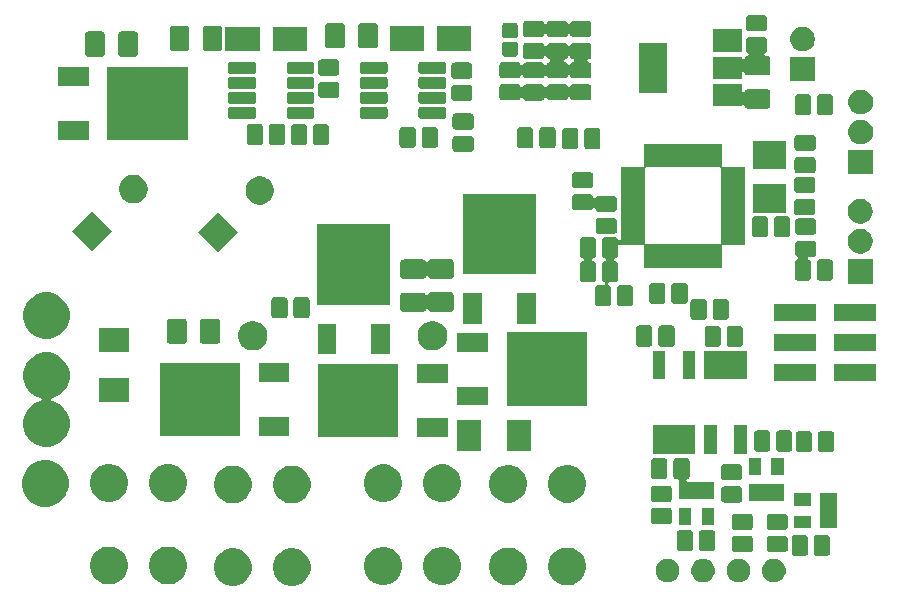
<source format=gbr>
G04 #@! TF.GenerationSoftware,KiCad,Pcbnew,5.1.5+dfsg1-2build2*
G04 #@! TF.CreationDate,2024-07-20T11:36:23-04:00*
G04 #@! TF.ProjectId,pypilot_controller,70797069-6c6f-4745-9f63-6f6e74726f6c,rev?*
G04 #@! TF.SameCoordinates,Original*
G04 #@! TF.FileFunction,Soldermask,Top*
G04 #@! TF.FilePolarity,Negative*
%FSLAX46Y46*%
G04 Gerber Fmt 4.6, Leading zero omitted, Abs format (unit mm)*
G04 Created by KiCad (PCBNEW 5.1.5+dfsg1-2build2) date 2024-07-20 11:36:23*
%MOMM*%
%LPD*%
G04 APERTURE LIST*
%ADD10C,0.100000*%
G04 APERTURE END LIST*
D10*
G36*
X27386903Y-47092086D02*
G01*
X27678083Y-47212697D01*
X27940140Y-47387798D01*
X28163002Y-47610660D01*
X28338103Y-47872717D01*
X28458714Y-48163897D01*
X28520200Y-48473012D01*
X28520200Y-48788188D01*
X28458714Y-49097303D01*
X28338103Y-49388483D01*
X28163002Y-49650540D01*
X27940140Y-49873402D01*
X27678083Y-50048503D01*
X27386903Y-50169114D01*
X27077788Y-50230600D01*
X26762612Y-50230600D01*
X26453497Y-50169114D01*
X26162317Y-50048503D01*
X25900260Y-49873402D01*
X25677398Y-49650540D01*
X25502297Y-49388483D01*
X25381686Y-49097303D01*
X25320200Y-48788188D01*
X25320200Y-48473012D01*
X25381686Y-48163897D01*
X25502297Y-47872717D01*
X25677398Y-47610660D01*
X25900260Y-47387798D01*
X26162317Y-47212697D01*
X26453497Y-47092086D01*
X26762612Y-47030600D01*
X27077788Y-47030600D01*
X27386903Y-47092086D01*
G37*
G36*
X22386903Y-47092086D02*
G01*
X22678083Y-47212697D01*
X22940140Y-47387798D01*
X23163002Y-47610660D01*
X23338103Y-47872717D01*
X23458714Y-48163897D01*
X23520200Y-48473012D01*
X23520200Y-48788188D01*
X23458714Y-49097303D01*
X23338103Y-49388483D01*
X23163002Y-49650540D01*
X22940140Y-49873402D01*
X22678083Y-50048503D01*
X22386903Y-50169114D01*
X22077788Y-50230600D01*
X21762612Y-50230600D01*
X21453497Y-50169114D01*
X21162317Y-50048503D01*
X20900260Y-49873402D01*
X20677398Y-49650540D01*
X20502297Y-49388483D01*
X20381686Y-49097303D01*
X20320200Y-48788188D01*
X20320200Y-48473012D01*
X20381686Y-48163897D01*
X20502297Y-47872717D01*
X20677398Y-47610660D01*
X20900260Y-47387798D01*
X21162317Y-47212697D01*
X21453497Y-47092086D01*
X21762612Y-47030600D01*
X22077788Y-47030600D01*
X22386903Y-47092086D01*
G37*
G36*
X45704103Y-47026286D02*
G01*
X45995283Y-47146897D01*
X46257340Y-47321998D01*
X46480202Y-47544860D01*
X46655303Y-47806917D01*
X46775914Y-48098097D01*
X46837400Y-48407212D01*
X46837400Y-48722388D01*
X46775914Y-49031503D01*
X46655303Y-49322683D01*
X46480202Y-49584740D01*
X46257340Y-49807602D01*
X45995283Y-49982703D01*
X45704103Y-50103314D01*
X45394988Y-50164800D01*
X45079812Y-50164800D01*
X44770697Y-50103314D01*
X44479517Y-49982703D01*
X44217460Y-49807602D01*
X43994598Y-49584740D01*
X43819497Y-49322683D01*
X43698886Y-49031503D01*
X43637400Y-48722388D01*
X43637400Y-48407212D01*
X43698886Y-48098097D01*
X43819497Y-47806917D01*
X43994598Y-47544860D01*
X44217460Y-47321998D01*
X44479517Y-47146897D01*
X44770697Y-47026286D01*
X45079812Y-46964800D01*
X45394988Y-46964800D01*
X45704103Y-47026286D01*
G37*
G36*
X50704103Y-47026286D02*
G01*
X50995283Y-47146897D01*
X51257340Y-47321998D01*
X51480202Y-47544860D01*
X51655303Y-47806917D01*
X51775914Y-48098097D01*
X51837400Y-48407212D01*
X51837400Y-48722388D01*
X51775914Y-49031503D01*
X51655303Y-49322683D01*
X51480202Y-49584740D01*
X51257340Y-49807602D01*
X50995283Y-49982703D01*
X50704103Y-50103314D01*
X50394988Y-50164800D01*
X50079812Y-50164800D01*
X49770697Y-50103314D01*
X49479517Y-49982703D01*
X49217460Y-49807602D01*
X48994598Y-49584740D01*
X48819497Y-49322683D01*
X48698886Y-49031503D01*
X48637400Y-48722388D01*
X48637400Y-48407212D01*
X48698886Y-48098097D01*
X48819497Y-47806917D01*
X48994598Y-47544860D01*
X49217460Y-47321998D01*
X49479517Y-47146897D01*
X49770697Y-47026286D01*
X50079812Y-46964800D01*
X50394988Y-46964800D01*
X50704103Y-47026286D01*
G37*
G36*
X35116103Y-46990486D02*
G01*
X35407283Y-47111097D01*
X35669340Y-47286198D01*
X35892202Y-47509060D01*
X36067303Y-47771117D01*
X36187914Y-48062297D01*
X36249400Y-48371412D01*
X36249400Y-48686588D01*
X36187914Y-48995703D01*
X36067303Y-49286883D01*
X35892202Y-49548940D01*
X35669340Y-49771802D01*
X35407283Y-49946903D01*
X35116103Y-50067514D01*
X34806988Y-50129000D01*
X34491812Y-50129000D01*
X34182697Y-50067514D01*
X33891517Y-49946903D01*
X33629460Y-49771802D01*
X33406598Y-49548940D01*
X33231497Y-49286883D01*
X33110886Y-48995703D01*
X33049400Y-48686588D01*
X33049400Y-48371412D01*
X33110886Y-48062297D01*
X33231497Y-47771117D01*
X33406598Y-47509060D01*
X33629460Y-47286198D01*
X33891517Y-47111097D01*
X34182697Y-46990486D01*
X34491812Y-46929000D01*
X34806988Y-46929000D01*
X35116103Y-46990486D01*
G37*
G36*
X40116103Y-46990486D02*
G01*
X40407283Y-47111097D01*
X40669340Y-47286198D01*
X40892202Y-47509060D01*
X41067303Y-47771117D01*
X41187914Y-48062297D01*
X41249400Y-48371412D01*
X41249400Y-48686588D01*
X41187914Y-48995703D01*
X41067303Y-49286883D01*
X40892202Y-49548940D01*
X40669340Y-49771802D01*
X40407283Y-49946903D01*
X40116103Y-50067514D01*
X39806988Y-50129000D01*
X39491812Y-50129000D01*
X39182697Y-50067514D01*
X38891517Y-49946903D01*
X38629460Y-49771802D01*
X38406598Y-49548940D01*
X38231497Y-49286883D01*
X38110886Y-48995703D01*
X38049400Y-48686588D01*
X38049400Y-48371412D01*
X38110886Y-48062297D01*
X38231497Y-47771117D01*
X38406598Y-47509060D01*
X38629460Y-47286198D01*
X38891517Y-47111097D01*
X39182697Y-46990486D01*
X39491812Y-46929000D01*
X39806988Y-46929000D01*
X40116103Y-46990486D01*
G37*
G36*
X16911303Y-46944886D02*
G01*
X17202483Y-47065497D01*
X17464540Y-47240598D01*
X17687402Y-47463460D01*
X17862503Y-47725517D01*
X17983114Y-48016697D01*
X18044600Y-48325812D01*
X18044600Y-48640988D01*
X17983114Y-48950103D01*
X17862503Y-49241283D01*
X17687402Y-49503340D01*
X17464540Y-49726202D01*
X17202483Y-49901303D01*
X16911303Y-50021914D01*
X16602188Y-50083400D01*
X16287012Y-50083400D01*
X15977897Y-50021914D01*
X15686717Y-49901303D01*
X15424660Y-49726202D01*
X15201798Y-49503340D01*
X15026697Y-49241283D01*
X14906086Y-48950103D01*
X14844600Y-48640988D01*
X14844600Y-48325812D01*
X14906086Y-48016697D01*
X15026697Y-47725517D01*
X15201798Y-47463460D01*
X15424660Y-47240598D01*
X15686717Y-47065497D01*
X15977897Y-46944886D01*
X16287012Y-46883400D01*
X16602188Y-46883400D01*
X16911303Y-46944886D01*
G37*
G36*
X11911303Y-46944886D02*
G01*
X12202483Y-47065497D01*
X12464540Y-47240598D01*
X12687402Y-47463460D01*
X12862503Y-47725517D01*
X12983114Y-48016697D01*
X13044600Y-48325812D01*
X13044600Y-48640988D01*
X12983114Y-48950103D01*
X12862503Y-49241283D01*
X12687402Y-49503340D01*
X12464540Y-49726202D01*
X12202483Y-49901303D01*
X11911303Y-50021914D01*
X11602188Y-50083400D01*
X11287012Y-50083400D01*
X10977897Y-50021914D01*
X10686717Y-49901303D01*
X10424660Y-49726202D01*
X10201798Y-49503340D01*
X10026697Y-49241283D01*
X9906086Y-48950103D01*
X9844600Y-48640988D01*
X9844600Y-48325812D01*
X9906086Y-48016697D01*
X10026697Y-47725517D01*
X10201798Y-47463460D01*
X10424660Y-47240598D01*
X10686717Y-47065497D01*
X10977897Y-46944886D01*
X11287012Y-46883400D01*
X11602188Y-46883400D01*
X11911303Y-46944886D01*
G37*
G36*
X58969090Y-47946019D02*
G01*
X59033489Y-47958829D01*
X59215478Y-48034211D01*
X59379263Y-48143649D01*
X59518551Y-48282937D01*
X59627989Y-48446722D01*
X59703371Y-48628711D01*
X59705813Y-48640988D01*
X59741800Y-48821907D01*
X59741800Y-49018893D01*
X59726203Y-49097303D01*
X59703371Y-49212089D01*
X59627989Y-49394078D01*
X59518551Y-49557863D01*
X59379263Y-49697151D01*
X59215478Y-49806589D01*
X59033489Y-49881971D01*
X58969090Y-49894781D01*
X58840293Y-49920400D01*
X58643307Y-49920400D01*
X58514510Y-49894781D01*
X58450111Y-49881971D01*
X58268122Y-49806589D01*
X58104337Y-49697151D01*
X57965049Y-49557863D01*
X57855611Y-49394078D01*
X57780229Y-49212089D01*
X57757397Y-49097303D01*
X57741800Y-49018893D01*
X57741800Y-48821907D01*
X57777787Y-48640988D01*
X57780229Y-48628711D01*
X57855611Y-48446722D01*
X57965049Y-48282937D01*
X58104337Y-48143649D01*
X58268122Y-48034211D01*
X58450111Y-47958829D01*
X58514510Y-47946019D01*
X58643307Y-47920400D01*
X58840293Y-47920400D01*
X58969090Y-47946019D01*
G37*
G36*
X61969090Y-47946019D02*
G01*
X62033489Y-47958829D01*
X62215478Y-48034211D01*
X62379263Y-48143649D01*
X62518551Y-48282937D01*
X62627989Y-48446722D01*
X62703371Y-48628711D01*
X62705813Y-48640988D01*
X62741800Y-48821907D01*
X62741800Y-49018893D01*
X62726203Y-49097303D01*
X62703371Y-49212089D01*
X62627989Y-49394078D01*
X62518551Y-49557863D01*
X62379263Y-49697151D01*
X62215478Y-49806589D01*
X62033489Y-49881971D01*
X61969090Y-49894781D01*
X61840293Y-49920400D01*
X61643307Y-49920400D01*
X61514510Y-49894781D01*
X61450111Y-49881971D01*
X61268122Y-49806589D01*
X61104337Y-49697151D01*
X60965049Y-49557863D01*
X60855611Y-49394078D01*
X60780229Y-49212089D01*
X60757397Y-49097303D01*
X60741800Y-49018893D01*
X60741800Y-48821907D01*
X60777787Y-48640988D01*
X60780229Y-48628711D01*
X60855611Y-48446722D01*
X60965049Y-48282937D01*
X61104337Y-48143649D01*
X61268122Y-48034211D01*
X61450111Y-47958829D01*
X61514510Y-47946019D01*
X61643307Y-47920400D01*
X61840293Y-47920400D01*
X61969090Y-47946019D01*
G37*
G36*
X64969090Y-47946019D02*
G01*
X65033489Y-47958829D01*
X65215478Y-48034211D01*
X65379263Y-48143649D01*
X65518551Y-48282937D01*
X65627989Y-48446722D01*
X65703371Y-48628711D01*
X65705813Y-48640988D01*
X65741800Y-48821907D01*
X65741800Y-49018893D01*
X65726203Y-49097303D01*
X65703371Y-49212089D01*
X65627989Y-49394078D01*
X65518551Y-49557863D01*
X65379263Y-49697151D01*
X65215478Y-49806589D01*
X65033489Y-49881971D01*
X64969090Y-49894781D01*
X64840293Y-49920400D01*
X64643307Y-49920400D01*
X64514510Y-49894781D01*
X64450111Y-49881971D01*
X64268122Y-49806589D01*
X64104337Y-49697151D01*
X63965049Y-49557863D01*
X63855611Y-49394078D01*
X63780229Y-49212089D01*
X63757397Y-49097303D01*
X63741800Y-49018893D01*
X63741800Y-48821907D01*
X63777787Y-48640988D01*
X63780229Y-48628711D01*
X63855611Y-48446722D01*
X63965049Y-48282937D01*
X64104337Y-48143649D01*
X64268122Y-48034211D01*
X64450111Y-47958829D01*
X64514510Y-47946019D01*
X64643307Y-47920400D01*
X64840293Y-47920400D01*
X64969090Y-47946019D01*
G37*
G36*
X67969090Y-47946019D02*
G01*
X68033489Y-47958829D01*
X68215478Y-48034211D01*
X68379263Y-48143649D01*
X68518551Y-48282937D01*
X68627989Y-48446722D01*
X68703371Y-48628711D01*
X68705813Y-48640988D01*
X68741800Y-48821907D01*
X68741800Y-49018893D01*
X68726203Y-49097303D01*
X68703371Y-49212089D01*
X68627989Y-49394078D01*
X68518551Y-49557863D01*
X68379263Y-49697151D01*
X68215478Y-49806589D01*
X68033489Y-49881971D01*
X67969090Y-49894781D01*
X67840293Y-49920400D01*
X67643307Y-49920400D01*
X67514510Y-49894781D01*
X67450111Y-49881971D01*
X67268122Y-49806589D01*
X67104337Y-49697151D01*
X66965049Y-49557863D01*
X66855611Y-49394078D01*
X66780229Y-49212089D01*
X66757397Y-49097303D01*
X66741800Y-49018893D01*
X66741800Y-48821907D01*
X66777787Y-48640988D01*
X66780229Y-48628711D01*
X66855611Y-48446722D01*
X66965049Y-48282937D01*
X67104337Y-48143649D01*
X67268122Y-48034211D01*
X67450111Y-47958829D01*
X67514510Y-47946019D01*
X67643307Y-47920400D01*
X67840293Y-47920400D01*
X67969090Y-47946019D01*
G37*
G36*
X70387199Y-45892797D02*
G01*
X70439847Y-45908768D01*
X70488368Y-45934702D01*
X70530895Y-45969605D01*
X70565798Y-46012132D01*
X70591732Y-46060653D01*
X70607703Y-46113301D01*
X70613700Y-46174190D01*
X70613700Y-47399410D01*
X70607703Y-47460299D01*
X70591732Y-47512947D01*
X70565798Y-47561468D01*
X70530895Y-47603995D01*
X70488368Y-47638898D01*
X70439847Y-47664832D01*
X70387199Y-47680803D01*
X70326310Y-47686800D01*
X69526090Y-47686800D01*
X69465201Y-47680803D01*
X69412553Y-47664832D01*
X69364032Y-47638898D01*
X69321505Y-47603995D01*
X69286602Y-47561468D01*
X69260668Y-47512947D01*
X69244697Y-47460299D01*
X69238700Y-47399410D01*
X69238700Y-46174190D01*
X69244697Y-46113301D01*
X69260668Y-46060653D01*
X69286602Y-46012132D01*
X69321505Y-45969605D01*
X69364032Y-45934702D01*
X69412553Y-45908768D01*
X69465201Y-45892797D01*
X69526090Y-45886800D01*
X70326310Y-45886800D01*
X70387199Y-45892797D01*
G37*
G36*
X72262199Y-45892797D02*
G01*
X72314847Y-45908768D01*
X72363368Y-45934702D01*
X72405895Y-45969605D01*
X72440798Y-46012132D01*
X72466732Y-46060653D01*
X72482703Y-46113301D01*
X72488700Y-46174190D01*
X72488700Y-47399410D01*
X72482703Y-47460299D01*
X72466732Y-47512947D01*
X72440798Y-47561468D01*
X72405895Y-47603995D01*
X72363368Y-47638898D01*
X72314847Y-47664832D01*
X72262199Y-47680803D01*
X72201310Y-47686800D01*
X71401090Y-47686800D01*
X71340201Y-47680803D01*
X71287553Y-47664832D01*
X71239032Y-47638898D01*
X71196505Y-47603995D01*
X71161602Y-47561468D01*
X71135668Y-47512947D01*
X71119697Y-47460299D01*
X71113700Y-47399410D01*
X71113700Y-46174190D01*
X71119697Y-46113301D01*
X71135668Y-46060653D01*
X71161602Y-46012132D01*
X71196505Y-45969605D01*
X71239032Y-45934702D01*
X71287553Y-45908768D01*
X71340201Y-45892797D01*
X71401090Y-45886800D01*
X72201310Y-45886800D01*
X72262199Y-45892797D01*
G37*
G36*
X65748299Y-45975997D02*
G01*
X65800947Y-45991968D01*
X65849468Y-46017902D01*
X65891995Y-46052805D01*
X65926898Y-46095332D01*
X65952832Y-46143853D01*
X65968803Y-46196501D01*
X65974800Y-46257390D01*
X65974800Y-47057610D01*
X65968803Y-47118499D01*
X65952832Y-47171147D01*
X65926898Y-47219668D01*
X65891995Y-47262195D01*
X65849468Y-47297098D01*
X65800947Y-47323032D01*
X65748299Y-47339003D01*
X65687410Y-47345000D01*
X64462190Y-47345000D01*
X64401301Y-47339003D01*
X64348653Y-47323032D01*
X64300132Y-47297098D01*
X64257605Y-47262195D01*
X64222702Y-47219668D01*
X64196768Y-47171147D01*
X64180797Y-47118499D01*
X64174800Y-47057610D01*
X64174800Y-46257390D01*
X64180797Y-46196501D01*
X64196768Y-46143853D01*
X64222702Y-46095332D01*
X64257605Y-46052805D01*
X64300132Y-46017902D01*
X64348653Y-45991968D01*
X64401301Y-45975997D01*
X64462190Y-45970000D01*
X65687410Y-45970000D01*
X65748299Y-45975997D01*
G37*
G36*
X68694699Y-45975997D02*
G01*
X68747347Y-45991968D01*
X68795868Y-46017902D01*
X68838395Y-46052805D01*
X68873298Y-46095332D01*
X68899232Y-46143853D01*
X68915203Y-46196501D01*
X68921200Y-46257390D01*
X68921200Y-47057610D01*
X68915203Y-47118499D01*
X68899232Y-47171147D01*
X68873298Y-47219668D01*
X68838395Y-47262195D01*
X68795868Y-47297098D01*
X68747347Y-47323032D01*
X68694699Y-47339003D01*
X68633810Y-47345000D01*
X67408590Y-47345000D01*
X67347701Y-47339003D01*
X67295053Y-47323032D01*
X67246532Y-47297098D01*
X67204005Y-47262195D01*
X67169102Y-47219668D01*
X67143168Y-47171147D01*
X67127197Y-47118499D01*
X67121200Y-47057610D01*
X67121200Y-46257390D01*
X67127197Y-46196501D01*
X67143168Y-46143853D01*
X67169102Y-46095332D01*
X67204005Y-46052805D01*
X67246532Y-46017902D01*
X67295053Y-45991968D01*
X67347701Y-45975997D01*
X67408590Y-45970000D01*
X68633810Y-45970000D01*
X68694699Y-45975997D01*
G37*
G36*
X60661299Y-45486397D02*
G01*
X60713947Y-45502368D01*
X60762468Y-45528302D01*
X60804995Y-45563205D01*
X60839898Y-45605732D01*
X60865832Y-45654253D01*
X60881803Y-45706901D01*
X60887800Y-45767790D01*
X60887800Y-46993010D01*
X60881803Y-47053899D01*
X60865832Y-47106547D01*
X60839898Y-47155068D01*
X60804995Y-47197595D01*
X60762468Y-47232498D01*
X60713947Y-47258432D01*
X60661299Y-47274403D01*
X60600410Y-47280400D01*
X59800190Y-47280400D01*
X59739301Y-47274403D01*
X59686653Y-47258432D01*
X59638132Y-47232498D01*
X59595605Y-47197595D01*
X59560702Y-47155068D01*
X59534768Y-47106547D01*
X59518797Y-47053899D01*
X59512800Y-46993010D01*
X59512800Y-45767790D01*
X59518797Y-45706901D01*
X59534768Y-45654253D01*
X59560702Y-45605732D01*
X59595605Y-45563205D01*
X59638132Y-45528302D01*
X59686653Y-45502368D01*
X59739301Y-45486397D01*
X59800190Y-45480400D01*
X60600410Y-45480400D01*
X60661299Y-45486397D01*
G37*
G36*
X62536299Y-45486397D02*
G01*
X62588947Y-45502368D01*
X62637468Y-45528302D01*
X62679995Y-45563205D01*
X62714898Y-45605732D01*
X62740832Y-45654253D01*
X62756803Y-45706901D01*
X62762800Y-45767790D01*
X62762800Y-46993010D01*
X62756803Y-47053899D01*
X62740832Y-47106547D01*
X62714898Y-47155068D01*
X62679995Y-47197595D01*
X62637468Y-47232498D01*
X62588947Y-47258432D01*
X62536299Y-47274403D01*
X62475410Y-47280400D01*
X61675190Y-47280400D01*
X61614301Y-47274403D01*
X61561653Y-47258432D01*
X61513132Y-47232498D01*
X61470605Y-47197595D01*
X61435702Y-47155068D01*
X61409768Y-47106547D01*
X61393797Y-47053899D01*
X61387800Y-46993010D01*
X61387800Y-45767790D01*
X61393797Y-45706901D01*
X61409768Y-45654253D01*
X61435702Y-45605732D01*
X61470605Y-45563205D01*
X61513132Y-45528302D01*
X61561653Y-45502368D01*
X61614301Y-45486397D01*
X61675190Y-45480400D01*
X62475410Y-45480400D01*
X62536299Y-45486397D01*
G37*
G36*
X65748299Y-44100997D02*
G01*
X65800947Y-44116968D01*
X65849468Y-44142902D01*
X65891995Y-44177805D01*
X65926898Y-44220332D01*
X65952832Y-44268853D01*
X65968803Y-44321501D01*
X65974800Y-44382390D01*
X65974800Y-45182610D01*
X65968803Y-45243499D01*
X65952832Y-45296147D01*
X65926898Y-45344668D01*
X65891995Y-45387195D01*
X65849468Y-45422098D01*
X65800947Y-45448032D01*
X65748299Y-45464003D01*
X65687410Y-45470000D01*
X64462190Y-45470000D01*
X64401301Y-45464003D01*
X64348653Y-45448032D01*
X64300132Y-45422098D01*
X64257605Y-45387195D01*
X64222702Y-45344668D01*
X64196768Y-45296147D01*
X64180797Y-45243499D01*
X64174800Y-45182610D01*
X64174800Y-44382390D01*
X64180797Y-44321501D01*
X64196768Y-44268853D01*
X64222702Y-44220332D01*
X64257605Y-44177805D01*
X64300132Y-44142902D01*
X64348653Y-44116968D01*
X64401301Y-44100997D01*
X64462190Y-44095000D01*
X65687410Y-44095000D01*
X65748299Y-44100997D01*
G37*
G36*
X68694699Y-44100997D02*
G01*
X68747347Y-44116968D01*
X68795868Y-44142902D01*
X68838395Y-44177805D01*
X68873298Y-44220332D01*
X68899232Y-44268853D01*
X68915203Y-44321501D01*
X68921200Y-44382390D01*
X68921200Y-45182610D01*
X68915203Y-45243499D01*
X68899232Y-45296147D01*
X68873298Y-45344668D01*
X68838395Y-45387195D01*
X68795868Y-45422098D01*
X68747347Y-45448032D01*
X68694699Y-45464003D01*
X68633810Y-45470000D01*
X67408590Y-45470000D01*
X67347701Y-45464003D01*
X67295053Y-45448032D01*
X67246532Y-45422098D01*
X67204005Y-45387195D01*
X67169102Y-45344668D01*
X67143168Y-45296147D01*
X67127197Y-45243499D01*
X67121200Y-45182610D01*
X67121200Y-44382390D01*
X67127197Y-44321501D01*
X67143168Y-44268853D01*
X67169102Y-44220332D01*
X67204005Y-44177805D01*
X67246532Y-44142902D01*
X67295053Y-44116968D01*
X67347701Y-44100997D01*
X67408590Y-44095000D01*
X68633810Y-44095000D01*
X68694699Y-44100997D01*
G37*
G36*
X70902400Y-45340800D02*
G01*
X69442400Y-45340800D01*
X69442400Y-44290800D01*
X70902400Y-44290800D01*
X70902400Y-45340800D01*
G37*
G36*
X73102400Y-45340800D02*
G01*
X71642400Y-45340800D01*
X71642400Y-42390800D01*
X73102400Y-42390800D01*
X73102400Y-45340800D01*
G37*
G36*
X62663600Y-45069400D02*
G01*
X61613600Y-45069400D01*
X61613600Y-43609400D01*
X62663600Y-43609400D01*
X62663600Y-45069400D01*
G37*
G36*
X60763600Y-45069400D02*
G01*
X59713600Y-45069400D01*
X59713600Y-43609400D01*
X60763600Y-43609400D01*
X60763600Y-45069400D01*
G37*
G36*
X58890299Y-43613797D02*
G01*
X58942947Y-43629768D01*
X58991468Y-43655702D01*
X59033995Y-43690605D01*
X59068898Y-43733132D01*
X59094832Y-43781653D01*
X59110803Y-43834301D01*
X59116800Y-43895190D01*
X59116800Y-44695410D01*
X59110803Y-44756299D01*
X59094832Y-44808947D01*
X59068898Y-44857468D01*
X59033995Y-44899995D01*
X58991468Y-44934898D01*
X58942947Y-44960832D01*
X58890299Y-44976803D01*
X58829410Y-44982800D01*
X57604190Y-44982800D01*
X57543301Y-44976803D01*
X57490653Y-44960832D01*
X57442132Y-44934898D01*
X57399605Y-44899995D01*
X57364702Y-44857468D01*
X57338768Y-44808947D01*
X57322797Y-44756299D01*
X57316800Y-44695410D01*
X57316800Y-43895190D01*
X57322797Y-43834301D01*
X57338768Y-43781653D01*
X57364702Y-43733132D01*
X57399605Y-43690605D01*
X57442132Y-43655702D01*
X57490653Y-43629768D01*
X57543301Y-43613797D01*
X57604190Y-43607800D01*
X58829410Y-43607800D01*
X58890299Y-43613797D01*
G37*
G36*
X6624627Y-39655705D02*
G01*
X6983143Y-39804208D01*
X6983145Y-39804209D01*
X7305802Y-40019801D01*
X7580199Y-40294198D01*
X7795791Y-40616855D01*
X7795792Y-40616857D01*
X7944295Y-40975373D01*
X8020000Y-41355971D01*
X8020000Y-41744029D01*
X7944295Y-42124627D01*
X7835001Y-42388484D01*
X7795791Y-42483145D01*
X7580199Y-42805802D01*
X7305802Y-43080199D01*
X6983145Y-43295791D01*
X6983144Y-43295792D01*
X6983143Y-43295792D01*
X6624627Y-43444295D01*
X6244029Y-43520000D01*
X5855971Y-43520000D01*
X5475373Y-43444295D01*
X5116857Y-43295792D01*
X5116856Y-43295792D01*
X5116855Y-43295791D01*
X4794198Y-43080199D01*
X4519801Y-42805802D01*
X4304209Y-42483145D01*
X4264999Y-42388484D01*
X4155705Y-42124627D01*
X4080000Y-41744029D01*
X4080000Y-41355971D01*
X4155705Y-40975373D01*
X4304208Y-40616857D01*
X4304209Y-40616855D01*
X4519801Y-40294198D01*
X4794198Y-40019801D01*
X5116855Y-39804209D01*
X5116857Y-39804208D01*
X5475373Y-39655705D01*
X5855971Y-39580000D01*
X6244029Y-39580000D01*
X6624627Y-39655705D01*
G37*
G36*
X70902400Y-43440800D02*
G01*
X69442400Y-43440800D01*
X69442400Y-42390800D01*
X70902400Y-42390800D01*
X70902400Y-43440800D01*
G37*
G36*
X27386903Y-40092086D02*
G01*
X27678083Y-40212697D01*
X27940140Y-40387798D01*
X28163002Y-40610660D01*
X28338103Y-40872717D01*
X28458714Y-41163897D01*
X28520200Y-41473012D01*
X28520200Y-41788188D01*
X28458714Y-42097303D01*
X28338103Y-42388483D01*
X28163002Y-42650540D01*
X27940140Y-42873402D01*
X27678083Y-43048503D01*
X27386903Y-43169114D01*
X27077788Y-43230600D01*
X26762612Y-43230600D01*
X26453497Y-43169114D01*
X26162317Y-43048503D01*
X25900260Y-42873402D01*
X25677398Y-42650540D01*
X25502297Y-42388483D01*
X25381686Y-42097303D01*
X25320200Y-41788188D01*
X25320200Y-41473012D01*
X25381686Y-41163897D01*
X25502297Y-40872717D01*
X25677398Y-40610660D01*
X25900260Y-40387798D01*
X26162317Y-40212697D01*
X26453497Y-40092086D01*
X26762612Y-40030600D01*
X27077788Y-40030600D01*
X27386903Y-40092086D01*
G37*
G36*
X22386903Y-40092086D02*
G01*
X22678083Y-40212697D01*
X22940140Y-40387798D01*
X23163002Y-40610660D01*
X23338103Y-40872717D01*
X23458714Y-41163897D01*
X23520200Y-41473012D01*
X23520200Y-41788188D01*
X23458714Y-42097303D01*
X23338103Y-42388483D01*
X23163002Y-42650540D01*
X22940140Y-42873402D01*
X22678083Y-43048503D01*
X22386903Y-43169114D01*
X22077788Y-43230600D01*
X21762612Y-43230600D01*
X21453497Y-43169114D01*
X21162317Y-43048503D01*
X20900260Y-42873402D01*
X20677398Y-42650540D01*
X20502297Y-42388483D01*
X20381686Y-42097303D01*
X20320200Y-41788188D01*
X20320200Y-41473012D01*
X20381686Y-41163897D01*
X20502297Y-40872717D01*
X20677398Y-40610660D01*
X20900260Y-40387798D01*
X21162317Y-40212697D01*
X21453497Y-40092086D01*
X21762612Y-40030600D01*
X22077788Y-40030600D01*
X22386903Y-40092086D01*
G37*
G36*
X45704103Y-40026286D02*
G01*
X45995283Y-40146897D01*
X46257340Y-40321998D01*
X46480202Y-40544860D01*
X46655303Y-40806917D01*
X46775914Y-41098097D01*
X46837400Y-41407212D01*
X46837400Y-41722388D01*
X46775914Y-42031503D01*
X46655303Y-42322683D01*
X46480202Y-42584740D01*
X46257340Y-42807602D01*
X45995283Y-42982703D01*
X45704103Y-43103314D01*
X45394988Y-43164800D01*
X45079812Y-43164800D01*
X44770697Y-43103314D01*
X44479517Y-42982703D01*
X44217460Y-42807602D01*
X43994598Y-42584740D01*
X43819497Y-42322683D01*
X43698886Y-42031503D01*
X43637400Y-41722388D01*
X43637400Y-41407212D01*
X43698886Y-41098097D01*
X43819497Y-40806917D01*
X43994598Y-40544860D01*
X44217460Y-40321998D01*
X44479517Y-40146897D01*
X44770697Y-40026286D01*
X45079812Y-39964800D01*
X45394988Y-39964800D01*
X45704103Y-40026286D01*
G37*
G36*
X50704103Y-40026286D02*
G01*
X50995283Y-40146897D01*
X51257340Y-40321998D01*
X51480202Y-40544860D01*
X51655303Y-40806917D01*
X51775914Y-41098097D01*
X51837400Y-41407212D01*
X51837400Y-41722388D01*
X51775914Y-42031503D01*
X51655303Y-42322683D01*
X51480202Y-42584740D01*
X51257340Y-42807602D01*
X50995283Y-42982703D01*
X50704103Y-43103314D01*
X50394988Y-43164800D01*
X50079812Y-43164800D01*
X49770697Y-43103314D01*
X49479517Y-42982703D01*
X49217460Y-42807602D01*
X48994598Y-42584740D01*
X48819497Y-42322683D01*
X48698886Y-42031503D01*
X48637400Y-41722388D01*
X48637400Y-41407212D01*
X48698886Y-41098097D01*
X48819497Y-40806917D01*
X48994598Y-40544860D01*
X49217460Y-40321998D01*
X49479517Y-40146897D01*
X49770697Y-40026286D01*
X50079812Y-39964800D01*
X50394988Y-39964800D01*
X50704103Y-40026286D01*
G37*
G36*
X64833899Y-41784997D02*
G01*
X64886547Y-41800968D01*
X64935068Y-41826902D01*
X64977595Y-41861805D01*
X65012498Y-41904332D01*
X65038432Y-41952853D01*
X65054403Y-42005501D01*
X65060400Y-42066390D01*
X65060400Y-42866610D01*
X65054403Y-42927499D01*
X65038432Y-42980147D01*
X65012498Y-43028668D01*
X64977595Y-43071195D01*
X64935068Y-43106098D01*
X64886547Y-43132032D01*
X64833899Y-43148003D01*
X64773010Y-43154000D01*
X63547790Y-43154000D01*
X63486901Y-43148003D01*
X63434253Y-43132032D01*
X63385732Y-43106098D01*
X63343205Y-43071195D01*
X63308302Y-43028668D01*
X63282368Y-42980147D01*
X63266397Y-42927499D01*
X63260400Y-42866610D01*
X63260400Y-42066390D01*
X63266397Y-42005501D01*
X63282368Y-41952853D01*
X63308302Y-41904332D01*
X63343205Y-41861805D01*
X63385732Y-41826902D01*
X63434253Y-41800968D01*
X63486901Y-41784997D01*
X63547790Y-41779000D01*
X64773010Y-41779000D01*
X64833899Y-41784997D01*
G37*
G36*
X35116103Y-39990486D02*
G01*
X35407283Y-40111097D01*
X35669340Y-40286198D01*
X35892202Y-40509060D01*
X36067303Y-40771117D01*
X36187914Y-41062297D01*
X36249400Y-41371412D01*
X36249400Y-41686588D01*
X36187914Y-41995703D01*
X36067303Y-42286883D01*
X35892202Y-42548940D01*
X35669340Y-42771802D01*
X35407283Y-42946903D01*
X35116103Y-43067514D01*
X34806988Y-43129000D01*
X34491812Y-43129000D01*
X34182697Y-43067514D01*
X33891517Y-42946903D01*
X33629460Y-42771802D01*
X33406598Y-42548940D01*
X33231497Y-42286883D01*
X33110886Y-41995703D01*
X33049400Y-41686588D01*
X33049400Y-41371412D01*
X33110886Y-41062297D01*
X33231497Y-40771117D01*
X33406598Y-40509060D01*
X33629460Y-40286198D01*
X33891517Y-40111097D01*
X34182697Y-39990486D01*
X34491812Y-39929000D01*
X34806988Y-39929000D01*
X35116103Y-39990486D01*
G37*
G36*
X40116103Y-39990486D02*
G01*
X40407283Y-40111097D01*
X40669340Y-40286198D01*
X40892202Y-40509060D01*
X41067303Y-40771117D01*
X41187914Y-41062297D01*
X41249400Y-41371412D01*
X41249400Y-41686588D01*
X41187914Y-41995703D01*
X41067303Y-42286883D01*
X40892202Y-42548940D01*
X40669340Y-42771802D01*
X40407283Y-42946903D01*
X40116103Y-43067514D01*
X39806988Y-43129000D01*
X39491812Y-43129000D01*
X39182697Y-43067514D01*
X38891517Y-42946903D01*
X38629460Y-42771802D01*
X38406598Y-42548940D01*
X38231497Y-42286883D01*
X38110886Y-41995703D01*
X38049400Y-41686588D01*
X38049400Y-41371412D01*
X38110886Y-41062297D01*
X38231497Y-40771117D01*
X38406598Y-40509060D01*
X38629460Y-40286198D01*
X38891517Y-40111097D01*
X39182697Y-39990486D01*
X39491812Y-39929000D01*
X39806988Y-39929000D01*
X40116103Y-39990486D01*
G37*
G36*
X58890299Y-41738797D02*
G01*
X58942947Y-41754768D01*
X58991468Y-41780702D01*
X59033995Y-41815605D01*
X59068898Y-41858132D01*
X59094832Y-41906653D01*
X59110803Y-41959301D01*
X59116800Y-42020190D01*
X59116800Y-42820410D01*
X59110803Y-42881299D01*
X59094832Y-42933947D01*
X59068898Y-42982468D01*
X59033995Y-43024995D01*
X58991468Y-43059898D01*
X58942947Y-43085832D01*
X58890299Y-43101803D01*
X58829410Y-43107800D01*
X57604190Y-43107800D01*
X57543301Y-43101803D01*
X57490653Y-43085832D01*
X57442132Y-43059898D01*
X57399605Y-43024995D01*
X57364702Y-42982468D01*
X57338768Y-42933947D01*
X57322797Y-42881299D01*
X57316800Y-42820410D01*
X57316800Y-42020190D01*
X57322797Y-41959301D01*
X57338768Y-41906653D01*
X57364702Y-41858132D01*
X57399605Y-41815605D01*
X57442132Y-41780702D01*
X57490653Y-41754768D01*
X57543301Y-41738797D01*
X57604190Y-41732800D01*
X58829410Y-41732800D01*
X58890299Y-41738797D01*
G37*
G36*
X16911303Y-39944886D02*
G01*
X17202483Y-40065497D01*
X17464540Y-40240598D01*
X17687402Y-40463460D01*
X17862503Y-40725517D01*
X17983114Y-41016697D01*
X18044600Y-41325812D01*
X18044600Y-41640988D01*
X17983114Y-41950103D01*
X17862503Y-42241283D01*
X17687402Y-42503340D01*
X17464540Y-42726202D01*
X17202483Y-42901303D01*
X16911303Y-43021914D01*
X16602188Y-43083400D01*
X16287012Y-43083400D01*
X15977897Y-43021914D01*
X15686717Y-42901303D01*
X15424660Y-42726202D01*
X15201798Y-42503340D01*
X15026697Y-42241283D01*
X14906086Y-41950103D01*
X14844600Y-41640988D01*
X14844600Y-41325812D01*
X14906086Y-41016697D01*
X15026697Y-40725517D01*
X15201798Y-40463460D01*
X15424660Y-40240598D01*
X15686717Y-40065497D01*
X15977897Y-39944886D01*
X16287012Y-39883400D01*
X16602188Y-39883400D01*
X16911303Y-39944886D01*
G37*
G36*
X11911303Y-39944886D02*
G01*
X12202483Y-40065497D01*
X12464540Y-40240598D01*
X12687402Y-40463460D01*
X12862503Y-40725517D01*
X12983114Y-41016697D01*
X13044600Y-41325812D01*
X13044600Y-41640988D01*
X12983114Y-41950103D01*
X12862503Y-42241283D01*
X12687402Y-42503340D01*
X12464540Y-42726202D01*
X12202483Y-42901303D01*
X11911303Y-43021914D01*
X11602188Y-43083400D01*
X11287012Y-43083400D01*
X10977897Y-43021914D01*
X10686717Y-42901303D01*
X10424660Y-42726202D01*
X10201798Y-42503340D01*
X10026697Y-42241283D01*
X9906086Y-41950103D01*
X9844600Y-41640988D01*
X9844600Y-41325812D01*
X9906086Y-41016697D01*
X10026697Y-40725517D01*
X10201798Y-40463460D01*
X10424660Y-40240598D01*
X10686717Y-40065497D01*
X10977897Y-39944886D01*
X11287012Y-39883400D01*
X11602188Y-39883400D01*
X11911303Y-39944886D01*
G37*
G36*
X68556400Y-43054200D02*
G01*
X65606400Y-43054200D01*
X65606400Y-41594200D01*
X68556400Y-41594200D01*
X68556400Y-43054200D01*
G37*
G36*
X60377299Y-39390397D02*
G01*
X60429947Y-39406368D01*
X60478468Y-39432302D01*
X60520995Y-39467205D01*
X60555898Y-39509732D01*
X60581832Y-39558253D01*
X60597803Y-39610901D01*
X60603800Y-39671790D01*
X60603800Y-40897010D01*
X60597803Y-40957899D01*
X60581832Y-41010547D01*
X60555898Y-41059068D01*
X60520995Y-41101595D01*
X60478468Y-41136498D01*
X60429944Y-41162434D01*
X60422194Y-41164785D01*
X60399555Y-41174162D01*
X60379181Y-41187776D01*
X60361854Y-41205103D01*
X60348240Y-41225478D01*
X60338863Y-41248116D01*
X60334083Y-41272150D01*
X60334083Y-41296654D01*
X60338864Y-41320687D01*
X60348241Y-41343326D01*
X60361855Y-41363700D01*
X60379182Y-41381027D01*
X60399557Y-41394641D01*
X60422195Y-41404018D01*
X60458480Y-41409400D01*
X62663600Y-41409400D01*
X62663600Y-42869400D01*
X59713600Y-42869400D01*
X59713600Y-41309399D01*
X59711198Y-41285013D01*
X59704085Y-41261564D01*
X59692534Y-41239953D01*
X59676989Y-41221011D01*
X59658047Y-41205466D01*
X59636436Y-41193915D01*
X59612987Y-41186802D01*
X59588601Y-41184400D01*
X59516190Y-41184400D01*
X59455301Y-41178403D01*
X59402653Y-41162432D01*
X59354132Y-41136498D01*
X59311605Y-41101595D01*
X59276702Y-41059068D01*
X59250768Y-41010547D01*
X59234797Y-40957899D01*
X59228800Y-40897010D01*
X59228800Y-39671790D01*
X59234797Y-39610901D01*
X59250768Y-39558253D01*
X59276702Y-39509732D01*
X59311605Y-39467205D01*
X59354132Y-39432302D01*
X59402653Y-39406368D01*
X59455301Y-39390397D01*
X59516190Y-39384400D01*
X60316410Y-39384400D01*
X60377299Y-39390397D01*
G37*
G36*
X64833899Y-39909997D02*
G01*
X64886547Y-39925968D01*
X64935068Y-39951902D01*
X64977595Y-39986805D01*
X65012498Y-40029332D01*
X65038432Y-40077853D01*
X65054403Y-40130501D01*
X65060400Y-40191390D01*
X65060400Y-40991610D01*
X65054403Y-41052499D01*
X65038432Y-41105147D01*
X65012498Y-41153668D01*
X64977595Y-41196195D01*
X64935068Y-41231098D01*
X64886547Y-41257032D01*
X64833899Y-41273003D01*
X64773010Y-41279000D01*
X63547790Y-41279000D01*
X63486901Y-41273003D01*
X63434253Y-41257032D01*
X63385732Y-41231098D01*
X63343205Y-41196195D01*
X63308302Y-41153668D01*
X63282368Y-41105147D01*
X63266397Y-41052499D01*
X63260400Y-40991610D01*
X63260400Y-40191390D01*
X63266397Y-40130501D01*
X63282368Y-40077853D01*
X63308302Y-40029332D01*
X63343205Y-39986805D01*
X63385732Y-39951902D01*
X63434253Y-39925968D01*
X63486901Y-39909997D01*
X63547790Y-39904000D01*
X64773010Y-39904000D01*
X64833899Y-39909997D01*
G37*
G36*
X58502299Y-39390397D02*
G01*
X58554947Y-39406368D01*
X58603468Y-39432302D01*
X58645995Y-39467205D01*
X58680898Y-39509732D01*
X58706832Y-39558253D01*
X58722803Y-39610901D01*
X58728800Y-39671790D01*
X58728800Y-40897010D01*
X58722803Y-40957899D01*
X58706832Y-41010547D01*
X58680898Y-41059068D01*
X58645995Y-41101595D01*
X58603468Y-41136498D01*
X58554947Y-41162432D01*
X58502299Y-41178403D01*
X58441410Y-41184400D01*
X57641190Y-41184400D01*
X57580301Y-41178403D01*
X57527653Y-41162432D01*
X57479132Y-41136498D01*
X57436605Y-41101595D01*
X57401702Y-41059068D01*
X57375768Y-41010547D01*
X57359797Y-40957899D01*
X57353800Y-40897010D01*
X57353800Y-39671790D01*
X57359797Y-39610901D01*
X57375768Y-39558253D01*
X57401702Y-39509732D01*
X57436605Y-39467205D01*
X57479132Y-39432302D01*
X57527653Y-39406368D01*
X57580301Y-39390397D01*
X57641190Y-39384400D01*
X58441410Y-39384400D01*
X58502299Y-39390397D01*
G37*
G36*
X68556400Y-40854200D02*
G01*
X67506400Y-40854200D01*
X67506400Y-39394200D01*
X68556400Y-39394200D01*
X68556400Y-40854200D01*
G37*
G36*
X66656400Y-40854200D02*
G01*
X65606400Y-40854200D01*
X65606400Y-39394200D01*
X66656400Y-39394200D01*
X66656400Y-40854200D01*
G37*
G36*
X62902400Y-39021000D02*
G01*
X61862400Y-39021000D01*
X61862400Y-36621000D01*
X62902400Y-36621000D01*
X62902400Y-39021000D01*
G37*
G36*
X65442400Y-39021000D02*
G01*
X64402400Y-39021000D01*
X64402400Y-36621000D01*
X65442400Y-36621000D01*
X65442400Y-39021000D01*
G37*
G36*
X61099000Y-39020600D02*
G01*
X57519000Y-39020600D01*
X57519000Y-36620600D01*
X61099000Y-36620600D01*
X61099000Y-39020600D01*
G37*
G36*
X72620099Y-37104397D02*
G01*
X72672747Y-37120368D01*
X72721268Y-37146302D01*
X72763795Y-37181205D01*
X72798698Y-37223732D01*
X72824632Y-37272253D01*
X72840603Y-37324901D01*
X72846600Y-37385790D01*
X72846600Y-38611010D01*
X72840603Y-38671899D01*
X72824632Y-38724547D01*
X72798698Y-38773068D01*
X72763795Y-38815595D01*
X72721268Y-38850498D01*
X72672747Y-38876432D01*
X72620099Y-38892403D01*
X72559210Y-38898400D01*
X71758990Y-38898400D01*
X71698101Y-38892403D01*
X71645453Y-38876432D01*
X71596932Y-38850498D01*
X71554405Y-38815595D01*
X71519502Y-38773068D01*
X71493568Y-38724547D01*
X71477597Y-38671899D01*
X71471600Y-38611010D01*
X71471600Y-37385790D01*
X71477597Y-37324901D01*
X71493568Y-37272253D01*
X71519502Y-37223732D01*
X71554405Y-37181205D01*
X71596932Y-37146302D01*
X71645453Y-37120368D01*
X71698101Y-37104397D01*
X71758990Y-37098400D01*
X72559210Y-37098400D01*
X72620099Y-37104397D01*
G37*
G36*
X70745099Y-37104397D02*
G01*
X70797747Y-37120368D01*
X70846268Y-37146302D01*
X70888795Y-37181205D01*
X70923698Y-37223732D01*
X70949632Y-37272253D01*
X70965603Y-37324901D01*
X70971600Y-37385790D01*
X70971600Y-38611010D01*
X70965603Y-38671899D01*
X70949632Y-38724547D01*
X70923698Y-38773068D01*
X70888795Y-38815595D01*
X70846268Y-38850498D01*
X70797747Y-38876432D01*
X70745099Y-38892403D01*
X70684210Y-38898400D01*
X69883990Y-38898400D01*
X69823101Y-38892403D01*
X69770453Y-38876432D01*
X69721932Y-38850498D01*
X69679405Y-38815595D01*
X69644502Y-38773068D01*
X69618568Y-38724547D01*
X69602597Y-38671899D01*
X69596600Y-38611010D01*
X69596600Y-37385790D01*
X69602597Y-37324901D01*
X69618568Y-37272253D01*
X69644502Y-37223732D01*
X69679405Y-37181205D01*
X69721932Y-37146302D01*
X69770453Y-37120368D01*
X69823101Y-37104397D01*
X69883990Y-37098400D01*
X70684210Y-37098400D01*
X70745099Y-37104397D01*
G37*
G36*
X67214499Y-37053597D02*
G01*
X67267147Y-37069568D01*
X67315668Y-37095502D01*
X67358195Y-37130405D01*
X67393098Y-37172932D01*
X67419032Y-37221453D01*
X67435003Y-37274101D01*
X67441000Y-37334990D01*
X67441000Y-38560210D01*
X67435003Y-38621099D01*
X67419032Y-38673747D01*
X67393098Y-38722268D01*
X67358195Y-38764795D01*
X67315668Y-38799698D01*
X67267147Y-38825632D01*
X67214499Y-38841603D01*
X67153610Y-38847600D01*
X66353390Y-38847600D01*
X66292501Y-38841603D01*
X66239853Y-38825632D01*
X66191332Y-38799698D01*
X66148805Y-38764795D01*
X66113902Y-38722268D01*
X66087968Y-38673747D01*
X66071997Y-38621099D01*
X66066000Y-38560210D01*
X66066000Y-37334990D01*
X66071997Y-37274101D01*
X66087968Y-37221453D01*
X66113902Y-37172932D01*
X66148805Y-37130405D01*
X66191332Y-37095502D01*
X66239853Y-37069568D01*
X66292501Y-37053597D01*
X66353390Y-37047600D01*
X67153610Y-37047600D01*
X67214499Y-37053597D01*
G37*
G36*
X69089499Y-37053597D02*
G01*
X69142147Y-37069568D01*
X69190668Y-37095502D01*
X69233195Y-37130405D01*
X69268098Y-37172932D01*
X69294032Y-37221453D01*
X69310003Y-37274101D01*
X69316000Y-37334990D01*
X69316000Y-38560210D01*
X69310003Y-38621099D01*
X69294032Y-38673747D01*
X69268098Y-38722268D01*
X69233195Y-38764795D01*
X69190668Y-38799698D01*
X69142147Y-38825632D01*
X69089499Y-38841603D01*
X69028610Y-38847600D01*
X68228390Y-38847600D01*
X68167501Y-38841603D01*
X68114853Y-38825632D01*
X68066332Y-38799698D01*
X68023805Y-38764795D01*
X67988902Y-38722268D01*
X67962968Y-38673747D01*
X67946997Y-38621099D01*
X67941000Y-38560210D01*
X67941000Y-37334990D01*
X67946997Y-37274101D01*
X67962968Y-37221453D01*
X67988902Y-37172932D01*
X68023805Y-37130405D01*
X68066332Y-37095502D01*
X68114853Y-37069568D01*
X68167501Y-37053597D01*
X68228390Y-37047600D01*
X69028610Y-37047600D01*
X69089499Y-37053597D01*
G37*
G36*
X47171000Y-38764660D02*
G01*
X45150480Y-38764660D01*
X45150480Y-36185340D01*
X47171000Y-36185340D01*
X47171000Y-38764660D01*
G37*
G36*
X42949520Y-38764660D02*
G01*
X40929000Y-38764660D01*
X40929000Y-36185340D01*
X42949520Y-36185340D01*
X42949520Y-38764660D01*
G37*
G36*
X6724627Y-30515705D02*
G01*
X6935857Y-30603200D01*
X7083145Y-30664209D01*
X7405802Y-30879801D01*
X7680199Y-31154198D01*
X7839226Y-31392200D01*
X7895792Y-31476857D01*
X8044295Y-31835373D01*
X8120000Y-32215971D01*
X8120000Y-32604029D01*
X8044295Y-32984627D01*
X7900573Y-33331600D01*
X7895791Y-33343145D01*
X7680199Y-33665802D01*
X7405802Y-33940199D01*
X7083145Y-34155791D01*
X7083144Y-34155792D01*
X7083143Y-34155792D01*
X6724627Y-34304295D01*
X6658728Y-34317403D01*
X6635279Y-34324516D01*
X6613669Y-34336067D01*
X6594727Y-34351612D01*
X6579181Y-34370554D01*
X6567630Y-34392165D01*
X6560517Y-34415614D01*
X6558115Y-34440000D01*
X6560517Y-34464386D01*
X6567630Y-34487835D01*
X6579181Y-34509445D01*
X6594726Y-34528387D01*
X6613668Y-34543933D01*
X6635279Y-34555484D01*
X6658728Y-34562597D01*
X6724627Y-34575705D01*
X7083143Y-34724208D01*
X7083145Y-34724209D01*
X7405802Y-34939801D01*
X7680199Y-35214198D01*
X7895791Y-35536855D01*
X7895792Y-35536857D01*
X8044295Y-35895373D01*
X8120000Y-36275971D01*
X8120000Y-36664029D01*
X8044295Y-37044627D01*
X7928455Y-37324288D01*
X7895791Y-37403145D01*
X7680199Y-37725802D01*
X7405802Y-38000199D01*
X7083145Y-38215791D01*
X7083144Y-38215792D01*
X7083143Y-38215792D01*
X6724627Y-38364295D01*
X6344029Y-38440000D01*
X5955971Y-38440000D01*
X5575373Y-38364295D01*
X5216857Y-38215792D01*
X5216856Y-38215792D01*
X5216855Y-38215791D01*
X4894198Y-38000199D01*
X4619801Y-37725802D01*
X4404209Y-37403145D01*
X4371545Y-37324288D01*
X4255705Y-37044627D01*
X4180000Y-36664029D01*
X4180000Y-36275971D01*
X4255705Y-35895373D01*
X4404208Y-35536857D01*
X4404209Y-35536855D01*
X4619801Y-35214198D01*
X4894198Y-34939801D01*
X5216855Y-34724209D01*
X5216857Y-34724208D01*
X5575373Y-34575705D01*
X5641272Y-34562597D01*
X5664721Y-34555484D01*
X5686331Y-34543933D01*
X5705273Y-34528388D01*
X5720819Y-34509446D01*
X5732370Y-34487835D01*
X5739483Y-34464386D01*
X5741885Y-34440000D01*
X5739483Y-34415614D01*
X5732370Y-34392165D01*
X5720819Y-34370555D01*
X5705274Y-34351613D01*
X5686332Y-34336067D01*
X5664721Y-34324516D01*
X5641272Y-34317403D01*
X5575373Y-34304295D01*
X5216857Y-34155792D01*
X5216856Y-34155792D01*
X5216855Y-34155791D01*
X4894198Y-33940199D01*
X4619801Y-33665802D01*
X4404209Y-33343145D01*
X4399427Y-33331600D01*
X4255705Y-32984627D01*
X4180000Y-32604029D01*
X4180000Y-32215971D01*
X4255705Y-31835373D01*
X4404208Y-31476857D01*
X4460774Y-31392200D01*
X4619801Y-31154198D01*
X4894198Y-30879801D01*
X5216855Y-30664209D01*
X5364143Y-30603200D01*
X5575373Y-30515705D01*
X5955971Y-30440000D01*
X6344029Y-30440000D01*
X6724627Y-30515705D01*
G37*
G36*
X35910600Y-37592200D02*
G01*
X29110600Y-37592200D01*
X29110600Y-31392200D01*
X35910600Y-31392200D01*
X35910600Y-37592200D01*
G37*
G36*
X40110600Y-37572200D02*
G01*
X37510600Y-37572200D01*
X37510600Y-35972200D01*
X40110600Y-35972200D01*
X40110600Y-37572200D01*
G37*
G36*
X22524800Y-37541400D02*
G01*
X15724800Y-37541400D01*
X15724800Y-31341400D01*
X22524800Y-31341400D01*
X22524800Y-37541400D01*
G37*
G36*
X26724800Y-37521400D02*
G01*
X24124800Y-37521400D01*
X24124800Y-35921400D01*
X26724800Y-35921400D01*
X26724800Y-37521400D01*
G37*
G36*
X51923200Y-34951600D02*
G01*
X45123200Y-34951600D01*
X45123200Y-28751600D01*
X51923200Y-28751600D01*
X51923200Y-34951600D01*
G37*
G36*
X43523200Y-34931600D02*
G01*
X40923200Y-34931600D01*
X40923200Y-33331600D01*
X43523200Y-33331600D01*
X43523200Y-34931600D01*
G37*
G36*
X13139660Y-34610260D02*
G01*
X10560340Y-34610260D01*
X10560340Y-32589740D01*
X13139660Y-32589740D01*
X13139660Y-34610260D01*
G37*
G36*
X40110600Y-33012200D02*
G01*
X37510600Y-33012200D01*
X37510600Y-31412200D01*
X40110600Y-31412200D01*
X40110600Y-33012200D01*
G37*
G36*
X26724800Y-32961400D02*
G01*
X24124800Y-32961400D01*
X24124800Y-31361400D01*
X26724800Y-31361400D01*
X26724800Y-32961400D01*
G37*
G36*
X76359800Y-32856400D02*
G01*
X72809800Y-32856400D01*
X72809800Y-31456400D01*
X76359800Y-31456400D01*
X76359800Y-32856400D01*
G37*
G36*
X71309800Y-32856400D02*
G01*
X67759800Y-32856400D01*
X67759800Y-31456400D01*
X71309800Y-31456400D01*
X71309800Y-32856400D01*
G37*
G36*
X65442400Y-32721000D02*
G01*
X61862400Y-32721000D01*
X61862400Y-30321000D01*
X65442400Y-30321000D01*
X65442400Y-32721000D01*
G37*
G36*
X58559000Y-32720600D02*
G01*
X57519000Y-32720600D01*
X57519000Y-30320600D01*
X58559000Y-30320600D01*
X58559000Y-32720600D01*
G37*
G36*
X61099000Y-32720600D02*
G01*
X60059000Y-32720600D01*
X60059000Y-30320600D01*
X61099000Y-30320600D01*
X61099000Y-32720600D01*
G37*
G36*
X30701800Y-30603200D02*
G01*
X29101800Y-30603200D01*
X29101800Y-28003200D01*
X30701800Y-28003200D01*
X30701800Y-30603200D01*
G37*
G36*
X35261800Y-30603200D02*
G01*
X33661800Y-30603200D01*
X33661800Y-28003200D01*
X35261800Y-28003200D01*
X35261800Y-30603200D01*
G37*
G36*
X13139660Y-30388780D02*
G01*
X10560340Y-30388780D01*
X10560340Y-28368260D01*
X13139660Y-28368260D01*
X13139660Y-30388780D01*
G37*
G36*
X43523200Y-30371600D02*
G01*
X40923200Y-30371600D01*
X40923200Y-28771600D01*
X43523200Y-28771600D01*
X43523200Y-30371600D01*
G37*
G36*
X76359800Y-30316400D02*
G01*
X72809800Y-30316400D01*
X72809800Y-28916400D01*
X76359800Y-28916400D01*
X76359800Y-30316400D01*
G37*
G36*
X71309800Y-30316400D02*
G01*
X67759800Y-30316400D01*
X67759800Y-28916400D01*
X71309800Y-28916400D01*
X71309800Y-30316400D01*
G37*
G36*
X23981210Y-27830236D02*
G01*
X24208695Y-27924464D01*
X24208697Y-27924465D01*
X24413428Y-28061262D01*
X24587538Y-28235372D01*
X24720450Y-28434288D01*
X24724336Y-28440105D01*
X24818564Y-28667590D01*
X24866600Y-28909084D01*
X24866600Y-29155316D01*
X24818564Y-29396810D01*
X24767004Y-29521286D01*
X24724335Y-29624297D01*
X24587538Y-29829028D01*
X24413428Y-30003138D01*
X24208697Y-30139935D01*
X24208696Y-30139936D01*
X24208695Y-30139936D01*
X23981210Y-30234164D01*
X23739716Y-30282200D01*
X23493484Y-30282200D01*
X23251990Y-30234164D01*
X23024505Y-30139936D01*
X23024504Y-30139936D01*
X23024503Y-30139935D01*
X22819772Y-30003138D01*
X22645662Y-29829028D01*
X22508865Y-29624297D01*
X22466196Y-29521286D01*
X22414636Y-29396810D01*
X22366600Y-29155316D01*
X22366600Y-28909084D01*
X22414636Y-28667590D01*
X22508864Y-28440105D01*
X22512751Y-28434288D01*
X22645662Y-28235372D01*
X22819772Y-28061262D01*
X23024503Y-27924465D01*
X23024505Y-27924464D01*
X23251990Y-27830236D01*
X23493484Y-27782200D01*
X23739716Y-27782200D01*
X23981210Y-27830236D01*
G37*
G36*
X39201210Y-27830236D02*
G01*
X39428695Y-27924464D01*
X39428697Y-27924465D01*
X39633428Y-28061262D01*
X39807538Y-28235372D01*
X39940450Y-28434288D01*
X39944336Y-28440105D01*
X40038564Y-28667590D01*
X40086600Y-28909084D01*
X40086600Y-29155316D01*
X40038564Y-29396810D01*
X39987004Y-29521286D01*
X39944335Y-29624297D01*
X39807538Y-29829028D01*
X39633428Y-30003138D01*
X39428697Y-30139935D01*
X39428696Y-30139936D01*
X39428695Y-30139936D01*
X39201210Y-30234164D01*
X38959716Y-30282200D01*
X38713484Y-30282200D01*
X38471990Y-30234164D01*
X38244505Y-30139936D01*
X38244504Y-30139936D01*
X38244503Y-30139935D01*
X38039772Y-30003138D01*
X37865662Y-29829028D01*
X37728865Y-29624297D01*
X37686196Y-29521286D01*
X37634636Y-29396810D01*
X37586600Y-29155316D01*
X37586600Y-28909084D01*
X37634636Y-28667590D01*
X37728864Y-28440105D01*
X37732751Y-28434288D01*
X37865662Y-28235372D01*
X38039772Y-28061262D01*
X38244503Y-27924465D01*
X38244505Y-27924464D01*
X38471990Y-27830236D01*
X38713484Y-27782200D01*
X38959716Y-27782200D01*
X39201210Y-27830236D01*
G37*
G36*
X64898499Y-28188997D02*
G01*
X64951147Y-28204968D01*
X64999668Y-28230902D01*
X65042195Y-28265805D01*
X65077098Y-28308332D01*
X65103032Y-28356853D01*
X65119003Y-28409501D01*
X65125000Y-28470390D01*
X65125000Y-29695610D01*
X65119003Y-29756499D01*
X65103032Y-29809147D01*
X65077098Y-29857668D01*
X65042195Y-29900195D01*
X64999668Y-29935098D01*
X64951147Y-29961032D01*
X64898499Y-29977003D01*
X64837610Y-29983000D01*
X64037390Y-29983000D01*
X63976501Y-29977003D01*
X63923853Y-29961032D01*
X63875332Y-29935098D01*
X63832805Y-29900195D01*
X63797902Y-29857668D01*
X63771968Y-29809147D01*
X63755997Y-29756499D01*
X63750000Y-29695610D01*
X63750000Y-28470390D01*
X63755997Y-28409501D01*
X63771968Y-28356853D01*
X63797902Y-28308332D01*
X63832805Y-28265805D01*
X63875332Y-28230902D01*
X63923853Y-28204968D01*
X63976501Y-28188997D01*
X64037390Y-28183000D01*
X64837610Y-28183000D01*
X64898499Y-28188997D01*
G37*
G36*
X63023499Y-28188997D02*
G01*
X63076147Y-28204968D01*
X63124668Y-28230902D01*
X63167195Y-28265805D01*
X63202098Y-28308332D01*
X63228032Y-28356853D01*
X63244003Y-28409501D01*
X63250000Y-28470390D01*
X63250000Y-29695610D01*
X63244003Y-29756499D01*
X63228032Y-29809147D01*
X63202098Y-29857668D01*
X63167195Y-29900195D01*
X63124668Y-29935098D01*
X63076147Y-29961032D01*
X63023499Y-29977003D01*
X62962610Y-29983000D01*
X62162390Y-29983000D01*
X62101501Y-29977003D01*
X62048853Y-29961032D01*
X62000332Y-29935098D01*
X61957805Y-29900195D01*
X61922902Y-29857668D01*
X61896968Y-29809147D01*
X61880997Y-29756499D01*
X61875000Y-29695610D01*
X61875000Y-28470390D01*
X61880997Y-28409501D01*
X61896968Y-28356853D01*
X61922902Y-28308332D01*
X61957805Y-28265805D01*
X62000332Y-28230902D01*
X62048853Y-28204968D01*
X62101501Y-28188997D01*
X62162390Y-28183000D01*
X62962610Y-28183000D01*
X63023499Y-28188997D01*
G37*
G36*
X57232299Y-28163597D02*
G01*
X57284947Y-28179568D01*
X57333468Y-28205502D01*
X57375995Y-28240405D01*
X57410898Y-28282932D01*
X57436832Y-28331453D01*
X57452803Y-28384101D01*
X57458800Y-28444990D01*
X57458800Y-29670210D01*
X57452803Y-29731099D01*
X57436832Y-29783747D01*
X57410898Y-29832268D01*
X57375995Y-29874795D01*
X57333468Y-29909698D01*
X57284947Y-29935632D01*
X57232299Y-29951603D01*
X57171410Y-29957600D01*
X56371190Y-29957600D01*
X56310301Y-29951603D01*
X56257653Y-29935632D01*
X56209132Y-29909698D01*
X56166605Y-29874795D01*
X56131702Y-29832268D01*
X56105768Y-29783747D01*
X56089797Y-29731099D01*
X56083800Y-29670210D01*
X56083800Y-28444990D01*
X56089797Y-28384101D01*
X56105768Y-28331453D01*
X56131702Y-28282932D01*
X56166605Y-28240405D01*
X56209132Y-28205502D01*
X56257653Y-28179568D01*
X56310301Y-28163597D01*
X56371190Y-28157600D01*
X57171410Y-28157600D01*
X57232299Y-28163597D01*
G37*
G36*
X59107299Y-28163597D02*
G01*
X59159947Y-28179568D01*
X59208468Y-28205502D01*
X59250995Y-28240405D01*
X59285898Y-28282932D01*
X59311832Y-28331453D01*
X59327803Y-28384101D01*
X59333800Y-28444990D01*
X59333800Y-29670210D01*
X59327803Y-29731099D01*
X59311832Y-29783747D01*
X59285898Y-29832268D01*
X59250995Y-29874795D01*
X59208468Y-29909698D01*
X59159947Y-29935632D01*
X59107299Y-29951603D01*
X59046410Y-29957600D01*
X58246190Y-29957600D01*
X58185301Y-29951603D01*
X58132653Y-29935632D01*
X58084132Y-29909698D01*
X58041605Y-29874795D01*
X58006702Y-29832268D01*
X57980768Y-29783747D01*
X57964797Y-29731099D01*
X57958800Y-29670210D01*
X57958800Y-28444990D01*
X57964797Y-28384101D01*
X57980768Y-28331453D01*
X58006702Y-28282932D01*
X58041605Y-28240405D01*
X58084132Y-28205502D01*
X58132653Y-28179568D01*
X58185301Y-28163597D01*
X58246190Y-28157600D01*
X59046410Y-28157600D01*
X59107299Y-28163597D01*
G37*
G36*
X17819628Y-27580493D02*
G01*
X17867354Y-27594971D01*
X17911332Y-27618477D01*
X17949884Y-27650116D01*
X17981523Y-27688668D01*
X18005029Y-27732646D01*
X18019507Y-27780372D01*
X18025000Y-27836141D01*
X18025000Y-29463859D01*
X18019507Y-29519628D01*
X18005029Y-29567354D01*
X17981523Y-29611332D01*
X17949884Y-29649884D01*
X17911332Y-29681523D01*
X17867354Y-29705029D01*
X17819628Y-29719507D01*
X17763859Y-29725000D01*
X16636141Y-29725000D01*
X16580372Y-29719507D01*
X16532646Y-29705029D01*
X16488668Y-29681523D01*
X16450116Y-29649884D01*
X16418477Y-29611332D01*
X16394971Y-29567354D01*
X16380493Y-29519628D01*
X16375000Y-29463859D01*
X16375000Y-27836141D01*
X16380493Y-27780372D01*
X16394971Y-27732646D01*
X16418477Y-27688668D01*
X16450116Y-27650116D01*
X16488668Y-27618477D01*
X16532646Y-27594971D01*
X16580372Y-27580493D01*
X16636141Y-27575000D01*
X17763859Y-27575000D01*
X17819628Y-27580493D01*
G37*
G36*
X20619628Y-27580493D02*
G01*
X20667354Y-27594971D01*
X20711332Y-27618477D01*
X20749884Y-27650116D01*
X20781523Y-27688668D01*
X20805029Y-27732646D01*
X20819507Y-27780372D01*
X20825000Y-27836141D01*
X20825000Y-29463859D01*
X20819507Y-29519628D01*
X20805029Y-29567354D01*
X20781523Y-29611332D01*
X20749884Y-29649884D01*
X20711332Y-29681523D01*
X20667354Y-29705029D01*
X20619628Y-29719507D01*
X20563859Y-29725000D01*
X19436141Y-29725000D01*
X19380372Y-29719507D01*
X19332646Y-29705029D01*
X19288668Y-29681523D01*
X19250116Y-29649884D01*
X19218477Y-29611332D01*
X19194971Y-29567354D01*
X19180493Y-29519628D01*
X19175000Y-29463859D01*
X19175000Y-27836141D01*
X19180493Y-27780372D01*
X19194971Y-27732646D01*
X19218477Y-27688668D01*
X19250116Y-27650116D01*
X19288668Y-27618477D01*
X19332646Y-27594971D01*
X19380372Y-27580493D01*
X19436141Y-27575000D01*
X20563859Y-27575000D01*
X20619628Y-27580493D01*
G37*
G36*
X6724627Y-25435705D02*
G01*
X7083143Y-25584208D01*
X7083145Y-25584209D01*
X7405802Y-25799801D01*
X7680199Y-26074198D01*
X7882123Y-26376400D01*
X7895792Y-26396857D01*
X8044295Y-26755373D01*
X8120000Y-27135971D01*
X8120000Y-27524029D01*
X8044295Y-27904627D01*
X7895792Y-28263143D01*
X7895791Y-28263145D01*
X7680199Y-28585802D01*
X7405802Y-28860199D01*
X7083145Y-29075791D01*
X7083144Y-29075792D01*
X7083143Y-29075792D01*
X6724627Y-29224295D01*
X6344029Y-29300000D01*
X5955971Y-29300000D01*
X5575373Y-29224295D01*
X5216857Y-29075792D01*
X5216856Y-29075792D01*
X5216855Y-29075791D01*
X4894198Y-28860199D01*
X4619801Y-28585802D01*
X4404209Y-28263145D01*
X4404208Y-28263143D01*
X4255705Y-27904627D01*
X4180000Y-27524029D01*
X4180000Y-27135971D01*
X4255705Y-26755373D01*
X4404208Y-26396857D01*
X4417877Y-26376400D01*
X4619801Y-26074198D01*
X4894198Y-25799801D01*
X5216855Y-25584209D01*
X5216857Y-25584208D01*
X5575373Y-25435705D01*
X5955971Y-25360000D01*
X6344029Y-25360000D01*
X6724627Y-25435705D01*
G37*
G36*
X43021800Y-28023000D02*
G01*
X41421800Y-28023000D01*
X41421800Y-25423000D01*
X43021800Y-25423000D01*
X43021800Y-28023000D01*
G37*
G36*
X47581800Y-28023000D02*
G01*
X45981800Y-28023000D01*
X45981800Y-25423000D01*
X47581800Y-25423000D01*
X47581800Y-28023000D01*
G37*
G36*
X76359800Y-27776400D02*
G01*
X72809800Y-27776400D01*
X72809800Y-26376400D01*
X76359800Y-26376400D01*
X76359800Y-27776400D01*
G37*
G36*
X71309800Y-27776400D02*
G01*
X67759800Y-27776400D01*
X67759800Y-26376400D01*
X71309800Y-26376400D01*
X71309800Y-27776400D01*
G37*
G36*
X63704699Y-25902997D02*
G01*
X63757347Y-25918968D01*
X63805868Y-25944902D01*
X63848395Y-25979805D01*
X63883298Y-26022332D01*
X63909232Y-26070853D01*
X63925203Y-26123501D01*
X63931200Y-26184390D01*
X63931200Y-27409610D01*
X63925203Y-27470499D01*
X63909232Y-27523147D01*
X63883298Y-27571668D01*
X63848395Y-27614195D01*
X63805868Y-27649098D01*
X63757347Y-27675032D01*
X63704699Y-27691003D01*
X63643810Y-27697000D01*
X62843590Y-27697000D01*
X62782701Y-27691003D01*
X62730053Y-27675032D01*
X62681532Y-27649098D01*
X62639005Y-27614195D01*
X62604102Y-27571668D01*
X62578168Y-27523147D01*
X62562197Y-27470499D01*
X62556200Y-27409610D01*
X62556200Y-26184390D01*
X62562197Y-26123501D01*
X62578168Y-26070853D01*
X62604102Y-26022332D01*
X62639005Y-25979805D01*
X62681532Y-25944902D01*
X62730053Y-25918968D01*
X62782701Y-25902997D01*
X62843590Y-25897000D01*
X63643810Y-25897000D01*
X63704699Y-25902997D01*
G37*
G36*
X61829699Y-25902997D02*
G01*
X61882347Y-25918968D01*
X61930868Y-25944902D01*
X61973395Y-25979805D01*
X62008298Y-26022332D01*
X62034232Y-26070853D01*
X62050203Y-26123501D01*
X62056200Y-26184390D01*
X62056200Y-27409610D01*
X62050203Y-27470499D01*
X62034232Y-27523147D01*
X62008298Y-27571668D01*
X61973395Y-27614195D01*
X61930868Y-27649098D01*
X61882347Y-27675032D01*
X61829699Y-27691003D01*
X61768810Y-27697000D01*
X60968590Y-27697000D01*
X60907701Y-27691003D01*
X60855053Y-27675032D01*
X60806532Y-27649098D01*
X60764005Y-27614195D01*
X60729102Y-27571668D01*
X60703168Y-27523147D01*
X60687197Y-27470499D01*
X60681200Y-27409610D01*
X60681200Y-26184390D01*
X60687197Y-26123501D01*
X60703168Y-26070853D01*
X60729102Y-26022332D01*
X60764005Y-25979805D01*
X60806532Y-25944902D01*
X60855053Y-25918968D01*
X60907701Y-25902997D01*
X60968590Y-25897000D01*
X61768810Y-25897000D01*
X61829699Y-25902997D01*
G37*
G36*
X26335999Y-25755997D02*
G01*
X26388647Y-25771968D01*
X26437168Y-25797902D01*
X26479695Y-25832805D01*
X26514598Y-25875332D01*
X26540532Y-25923853D01*
X26556503Y-25976501D01*
X26562500Y-26037390D01*
X26562500Y-27262610D01*
X26556503Y-27323499D01*
X26540532Y-27376147D01*
X26514598Y-27424668D01*
X26479695Y-27467195D01*
X26437168Y-27502098D01*
X26388647Y-27528032D01*
X26335999Y-27544003D01*
X26275110Y-27550000D01*
X25474890Y-27550000D01*
X25414001Y-27544003D01*
X25361353Y-27528032D01*
X25312832Y-27502098D01*
X25270305Y-27467195D01*
X25235402Y-27424668D01*
X25209468Y-27376147D01*
X25193497Y-27323499D01*
X25187500Y-27262610D01*
X25187500Y-26037390D01*
X25193497Y-25976501D01*
X25209468Y-25923853D01*
X25235402Y-25875332D01*
X25270305Y-25832805D01*
X25312832Y-25797902D01*
X25361353Y-25771968D01*
X25414001Y-25755997D01*
X25474890Y-25750000D01*
X26275110Y-25750000D01*
X26335999Y-25755997D01*
G37*
G36*
X28210999Y-25755997D02*
G01*
X28263647Y-25771968D01*
X28312168Y-25797902D01*
X28354695Y-25832805D01*
X28389598Y-25875332D01*
X28415532Y-25923853D01*
X28431503Y-25976501D01*
X28437500Y-26037390D01*
X28437500Y-27262610D01*
X28431503Y-27323499D01*
X28415532Y-27376147D01*
X28389598Y-27424668D01*
X28354695Y-27467195D01*
X28312168Y-27502098D01*
X28263647Y-27528032D01*
X28210999Y-27544003D01*
X28150110Y-27550000D01*
X27349890Y-27550000D01*
X27289001Y-27544003D01*
X27236353Y-27528032D01*
X27187832Y-27502098D01*
X27145305Y-27467195D01*
X27110402Y-27424668D01*
X27084468Y-27376147D01*
X27068497Y-27323499D01*
X27062500Y-27262610D01*
X27062500Y-26037390D01*
X27068497Y-25976501D01*
X27084468Y-25923853D01*
X27110402Y-25875332D01*
X27145305Y-25832805D01*
X27187832Y-25797902D01*
X27236353Y-25771968D01*
X27289001Y-25755997D01*
X27349890Y-25750000D01*
X28150110Y-25750000D01*
X28210999Y-25755997D01*
G37*
G36*
X40417228Y-25355093D02*
G01*
X40464954Y-25369571D01*
X40508932Y-25393077D01*
X40547484Y-25424716D01*
X40579123Y-25463268D01*
X40602629Y-25507246D01*
X40617107Y-25554972D01*
X40622600Y-25610741D01*
X40622600Y-26738459D01*
X40617107Y-26794228D01*
X40602629Y-26841954D01*
X40579123Y-26885932D01*
X40547484Y-26924484D01*
X40508932Y-26956123D01*
X40464954Y-26979629D01*
X40417228Y-26994107D01*
X40361459Y-26999600D01*
X38733741Y-26999600D01*
X38677972Y-26994107D01*
X38630246Y-26979629D01*
X38586268Y-26956123D01*
X38547716Y-26924484D01*
X38516077Y-26885932D01*
X38487021Y-26831571D01*
X38486667Y-26830715D01*
X38473065Y-26810333D01*
X38455749Y-26792995D01*
X38435382Y-26779369D01*
X38412749Y-26769978D01*
X38388719Y-26765183D01*
X38364215Y-26765169D01*
X38340179Y-26769935D01*
X38317534Y-26779298D01*
X38297152Y-26792900D01*
X38279814Y-26810216D01*
X38266188Y-26830583D01*
X38256775Y-26853288D01*
X38252629Y-26866954D01*
X38229123Y-26910932D01*
X38197484Y-26949484D01*
X38158932Y-26981123D01*
X38114954Y-27004629D01*
X38067228Y-27019107D01*
X38011459Y-27024600D01*
X36383741Y-27024600D01*
X36327972Y-27019107D01*
X36280246Y-27004629D01*
X36236268Y-26981123D01*
X36197716Y-26949484D01*
X36166077Y-26910932D01*
X36142571Y-26866954D01*
X36128093Y-26819228D01*
X36122600Y-26763459D01*
X36122600Y-25635741D01*
X36128093Y-25579972D01*
X36142571Y-25532246D01*
X36166077Y-25488268D01*
X36197716Y-25449716D01*
X36236268Y-25418077D01*
X36280246Y-25394571D01*
X36327972Y-25380093D01*
X36383741Y-25374600D01*
X38011459Y-25374600D01*
X38067228Y-25380093D01*
X38114954Y-25394571D01*
X38158932Y-25418077D01*
X38197484Y-25449716D01*
X38229123Y-25488268D01*
X38258179Y-25542629D01*
X38258533Y-25543485D01*
X38272135Y-25563867D01*
X38289451Y-25581205D01*
X38309818Y-25594831D01*
X38332451Y-25604222D01*
X38356481Y-25609017D01*
X38380985Y-25609031D01*
X38405021Y-25604265D01*
X38427666Y-25594902D01*
X38448048Y-25581300D01*
X38465386Y-25563984D01*
X38479012Y-25543617D01*
X38488425Y-25520912D01*
X38492571Y-25507246D01*
X38516077Y-25463268D01*
X38547716Y-25424716D01*
X38586268Y-25393077D01*
X38630246Y-25369571D01*
X38677972Y-25355093D01*
X38733741Y-25349600D01*
X40361459Y-25349600D01*
X40417228Y-25355093D01*
G37*
G36*
X55604399Y-24759997D02*
G01*
X55657047Y-24775968D01*
X55705568Y-24801902D01*
X55748095Y-24836805D01*
X55782998Y-24879332D01*
X55808932Y-24927853D01*
X55824903Y-24980501D01*
X55830900Y-25041390D01*
X55830900Y-26266610D01*
X55824903Y-26327499D01*
X55808932Y-26380147D01*
X55782998Y-26428668D01*
X55748095Y-26471195D01*
X55705568Y-26506098D01*
X55657047Y-26532032D01*
X55604399Y-26548003D01*
X55543510Y-26554000D01*
X54743290Y-26554000D01*
X54682401Y-26548003D01*
X54629753Y-26532032D01*
X54581232Y-26506098D01*
X54538705Y-26471195D01*
X54503802Y-26428668D01*
X54477868Y-26380147D01*
X54461897Y-26327499D01*
X54455900Y-26266610D01*
X54455900Y-25041390D01*
X54461897Y-24980501D01*
X54477868Y-24927853D01*
X54503802Y-24879332D01*
X54538705Y-24836805D01*
X54581232Y-24801902D01*
X54629753Y-24775968D01*
X54682401Y-24759997D01*
X54743290Y-24754000D01*
X55543510Y-24754000D01*
X55604399Y-24759997D01*
G37*
G36*
X63320600Y-14634001D02*
G01*
X63323002Y-14658387D01*
X63330115Y-14681836D01*
X63341666Y-14703447D01*
X63357211Y-14722389D01*
X63376153Y-14737934D01*
X63397764Y-14749485D01*
X63421213Y-14756598D01*
X63445599Y-14759000D01*
X65295600Y-14759000D01*
X65295600Y-21309000D01*
X63445599Y-21309000D01*
X63421213Y-21311402D01*
X63397764Y-21318515D01*
X63376153Y-21330066D01*
X63357211Y-21345611D01*
X63341666Y-21364553D01*
X63330115Y-21386164D01*
X63323002Y-21409613D01*
X63320600Y-21433999D01*
X63320600Y-23284000D01*
X56770600Y-23284000D01*
X56770600Y-21433999D01*
X56768198Y-21409613D01*
X56761085Y-21386164D01*
X56749534Y-21364553D01*
X56733989Y-21345611D01*
X56715047Y-21330066D01*
X56693436Y-21318515D01*
X56669987Y-21311402D01*
X56645601Y-21309000D01*
X54685899Y-21309000D01*
X54661513Y-21311402D01*
X54638064Y-21318515D01*
X54616453Y-21330066D01*
X54597511Y-21345611D01*
X54581966Y-21364553D01*
X54570415Y-21386164D01*
X54563302Y-21409613D01*
X54560900Y-21433999D01*
X54560900Y-22202610D01*
X54554903Y-22263499D01*
X54538932Y-22316147D01*
X54512998Y-22364668D01*
X54478095Y-22407195D01*
X54435568Y-22442098D01*
X54387047Y-22468032D01*
X54326553Y-22486383D01*
X54303914Y-22495761D01*
X54283539Y-22509374D01*
X54266212Y-22526701D01*
X54252599Y-22547076D01*
X54243221Y-22569715D01*
X54238441Y-22593748D01*
X54238441Y-22618252D01*
X54243221Y-22642285D01*
X54252599Y-22664924D01*
X54266212Y-22685299D01*
X54283539Y-22702626D01*
X54303914Y-22716239D01*
X54326553Y-22725617D01*
X54387047Y-22743968D01*
X54435568Y-22769902D01*
X54478095Y-22804805D01*
X54512998Y-22847332D01*
X54538932Y-22895853D01*
X54554903Y-22948501D01*
X54560900Y-23009390D01*
X54560900Y-24234610D01*
X54554903Y-24295499D01*
X54538932Y-24348147D01*
X54512998Y-24396668D01*
X54478095Y-24439195D01*
X54435568Y-24474098D01*
X54387047Y-24500032D01*
X54334399Y-24516003D01*
X54273510Y-24522000D01*
X53787504Y-24522000D01*
X53763118Y-24524402D01*
X53739669Y-24531515D01*
X53718058Y-24543066D01*
X53699116Y-24558611D01*
X53683571Y-24577553D01*
X53672020Y-24599164D01*
X53664907Y-24622613D01*
X53662505Y-24646999D01*
X53664907Y-24671385D01*
X53672020Y-24694834D01*
X53683571Y-24716445D01*
X53699116Y-24735387D01*
X53718058Y-24750932D01*
X53751218Y-24766616D01*
X53782049Y-24775968D01*
X53830568Y-24801902D01*
X53873095Y-24836805D01*
X53907998Y-24879332D01*
X53933932Y-24927853D01*
X53949903Y-24980501D01*
X53955900Y-25041390D01*
X53955900Y-26266610D01*
X53949903Y-26327499D01*
X53933932Y-26380147D01*
X53907998Y-26428668D01*
X53873095Y-26471195D01*
X53830568Y-26506098D01*
X53782047Y-26532032D01*
X53729399Y-26548003D01*
X53668510Y-26554000D01*
X52868290Y-26554000D01*
X52807401Y-26548003D01*
X52754753Y-26532032D01*
X52706232Y-26506098D01*
X52663705Y-26471195D01*
X52628802Y-26428668D01*
X52602868Y-26380147D01*
X52586897Y-26327499D01*
X52580900Y-26266610D01*
X52580900Y-25041390D01*
X52586897Y-24980501D01*
X52602868Y-24927853D01*
X52628802Y-24879332D01*
X52663705Y-24836805D01*
X52706232Y-24801902D01*
X52754753Y-24775968D01*
X52807401Y-24759997D01*
X52868290Y-24754000D01*
X53354296Y-24754000D01*
X53378682Y-24751598D01*
X53402131Y-24744485D01*
X53423742Y-24732934D01*
X53442684Y-24717389D01*
X53458229Y-24698447D01*
X53469780Y-24676836D01*
X53476893Y-24653387D01*
X53479295Y-24629001D01*
X53476893Y-24604615D01*
X53469780Y-24581166D01*
X53458229Y-24559555D01*
X53442684Y-24540613D01*
X53423742Y-24525068D01*
X53390582Y-24509384D01*
X53359751Y-24500032D01*
X53311232Y-24474098D01*
X53268705Y-24439195D01*
X53233802Y-24396668D01*
X53207868Y-24348147D01*
X53191897Y-24295499D01*
X53185900Y-24234610D01*
X53185900Y-23009390D01*
X53191897Y-22948501D01*
X53207868Y-22895853D01*
X53233802Y-22847332D01*
X53268705Y-22804805D01*
X53311232Y-22769902D01*
X53359753Y-22743968D01*
X53420247Y-22725617D01*
X53442886Y-22716239D01*
X53463261Y-22702626D01*
X53480588Y-22685299D01*
X53494201Y-22664924D01*
X53503579Y-22642285D01*
X53508359Y-22618252D01*
X53508359Y-22593748D01*
X53503579Y-22569715D01*
X53494201Y-22547076D01*
X53480588Y-22526701D01*
X53463261Y-22509374D01*
X53442886Y-22495761D01*
X53420247Y-22486383D01*
X53359753Y-22468032D01*
X53311232Y-22442098D01*
X53268705Y-22407195D01*
X53233802Y-22364668D01*
X53207868Y-22316147D01*
X53191897Y-22263499D01*
X53185900Y-22202610D01*
X53185900Y-20977390D01*
X53191897Y-20916501D01*
X53207868Y-20863853D01*
X53233802Y-20815332D01*
X53268705Y-20772805D01*
X53311232Y-20737902D01*
X53359753Y-20711968D01*
X53412401Y-20695997D01*
X53473290Y-20690000D01*
X54273510Y-20690000D01*
X54334399Y-20695997D01*
X54387047Y-20711968D01*
X54435568Y-20737902D01*
X54478095Y-20772805D01*
X54512998Y-20815332D01*
X54538932Y-20863853D01*
X54550984Y-20903582D01*
X54560362Y-20926221D01*
X54573975Y-20946596D01*
X54591302Y-20963923D01*
X54611677Y-20977536D01*
X54634316Y-20986914D01*
X54658349Y-20991694D01*
X54682853Y-20991694D01*
X54706886Y-20986914D01*
X54729525Y-20977536D01*
X54749900Y-20963923D01*
X54767227Y-20946596D01*
X54780840Y-20926221D01*
X54790218Y-20903582D01*
X54795600Y-20867297D01*
X54795600Y-14908999D01*
X56795600Y-14908999D01*
X56795600Y-21159001D01*
X56798002Y-21183387D01*
X56805115Y-21206836D01*
X56816666Y-21228447D01*
X56832211Y-21247389D01*
X56851153Y-21262934D01*
X56872764Y-21274485D01*
X56896213Y-21281598D01*
X56920599Y-21284000D01*
X63170601Y-21284000D01*
X63194987Y-21281598D01*
X63218436Y-21274485D01*
X63240047Y-21262934D01*
X63258989Y-21247389D01*
X63274534Y-21228447D01*
X63286085Y-21206836D01*
X63293198Y-21183387D01*
X63295600Y-21159001D01*
X63295600Y-14908999D01*
X63293198Y-14884613D01*
X63286085Y-14861164D01*
X63274534Y-14839553D01*
X63258989Y-14820611D01*
X63240047Y-14805066D01*
X63218436Y-14793515D01*
X63194987Y-14786402D01*
X63170601Y-14784000D01*
X56920599Y-14784000D01*
X56896213Y-14786402D01*
X56872764Y-14793515D01*
X56851153Y-14805066D01*
X56832211Y-14820611D01*
X56816666Y-14839553D01*
X56805115Y-14861164D01*
X56798002Y-14884613D01*
X56795600Y-14908999D01*
X54795600Y-14908999D01*
X54795600Y-14759000D01*
X56645601Y-14759000D01*
X56669987Y-14756598D01*
X56693436Y-14749485D01*
X56715047Y-14737934D01*
X56733989Y-14722389D01*
X56749534Y-14703447D01*
X56761085Y-14681836D01*
X56768198Y-14658387D01*
X56770600Y-14634001D01*
X56770600Y-12784000D01*
X63320600Y-12784000D01*
X63320600Y-14634001D01*
G37*
G36*
X35281800Y-26403200D02*
G01*
X29081800Y-26403200D01*
X29081800Y-19603200D01*
X35281800Y-19603200D01*
X35281800Y-26403200D01*
G37*
G36*
X60208399Y-24537997D02*
G01*
X60261047Y-24553968D01*
X60309568Y-24579902D01*
X60352095Y-24614805D01*
X60386998Y-24657332D01*
X60412932Y-24705853D01*
X60428903Y-24758501D01*
X60434900Y-24819390D01*
X60434900Y-26044610D01*
X60428903Y-26105499D01*
X60412932Y-26158147D01*
X60386998Y-26206668D01*
X60352095Y-26249195D01*
X60309568Y-26284098D01*
X60261047Y-26310032D01*
X60208399Y-26326003D01*
X60147510Y-26332000D01*
X59347290Y-26332000D01*
X59286401Y-26326003D01*
X59233753Y-26310032D01*
X59185232Y-26284098D01*
X59142705Y-26249195D01*
X59107802Y-26206668D01*
X59081868Y-26158147D01*
X59065897Y-26105499D01*
X59059900Y-26044610D01*
X59059900Y-24819390D01*
X59065897Y-24758501D01*
X59081868Y-24705853D01*
X59107802Y-24657332D01*
X59142705Y-24614805D01*
X59185232Y-24579902D01*
X59233753Y-24553968D01*
X59286401Y-24537997D01*
X59347290Y-24532000D01*
X60147510Y-24532000D01*
X60208399Y-24537997D01*
G37*
G36*
X58333399Y-24537997D02*
G01*
X58386047Y-24553968D01*
X58434568Y-24579902D01*
X58477095Y-24614805D01*
X58511998Y-24657332D01*
X58537932Y-24705853D01*
X58553903Y-24758501D01*
X58559900Y-24819390D01*
X58559900Y-26044610D01*
X58553903Y-26105499D01*
X58537932Y-26158147D01*
X58511998Y-26206668D01*
X58477095Y-26249195D01*
X58434568Y-26284098D01*
X58386047Y-26310032D01*
X58333399Y-26326003D01*
X58272510Y-26332000D01*
X57472290Y-26332000D01*
X57411401Y-26326003D01*
X57358753Y-26310032D01*
X57310232Y-26284098D01*
X57267705Y-26249195D01*
X57232802Y-26206668D01*
X57206868Y-26158147D01*
X57190897Y-26105499D01*
X57184900Y-26044610D01*
X57184900Y-24819390D01*
X57190897Y-24758501D01*
X57206868Y-24705853D01*
X57232802Y-24657332D01*
X57267705Y-24614805D01*
X57310232Y-24579902D01*
X57358753Y-24553968D01*
X57411401Y-24537997D01*
X57472290Y-24532000D01*
X58272510Y-24532000D01*
X58333399Y-24537997D01*
G37*
G36*
X76107000Y-24621200D02*
G01*
X74007000Y-24621200D01*
X74007000Y-22521200D01*
X76107000Y-22521200D01*
X76107000Y-24621200D01*
G37*
G36*
X52459399Y-20695997D02*
G01*
X52512047Y-20711968D01*
X52560568Y-20737902D01*
X52603095Y-20772805D01*
X52637998Y-20815332D01*
X52663932Y-20863853D01*
X52679903Y-20916501D01*
X52685900Y-20977390D01*
X52685900Y-22202610D01*
X52679903Y-22263499D01*
X52663932Y-22316147D01*
X52637998Y-22364668D01*
X52603095Y-22407195D01*
X52560568Y-22442098D01*
X52512047Y-22468032D01*
X52451553Y-22486383D01*
X52428914Y-22495761D01*
X52408539Y-22509374D01*
X52391212Y-22526701D01*
X52377599Y-22547076D01*
X52368221Y-22569715D01*
X52363441Y-22593748D01*
X52363441Y-22618252D01*
X52368221Y-22642285D01*
X52377599Y-22664924D01*
X52391212Y-22685299D01*
X52408539Y-22702626D01*
X52428914Y-22716239D01*
X52451553Y-22725617D01*
X52512047Y-22743968D01*
X52560568Y-22769902D01*
X52603095Y-22804805D01*
X52637998Y-22847332D01*
X52663932Y-22895853D01*
X52679903Y-22948501D01*
X52685900Y-23009390D01*
X52685900Y-24234610D01*
X52679903Y-24295499D01*
X52663932Y-24348147D01*
X52637998Y-24396668D01*
X52603095Y-24439195D01*
X52560568Y-24474098D01*
X52512047Y-24500032D01*
X52459399Y-24516003D01*
X52398510Y-24522000D01*
X51598290Y-24522000D01*
X51537401Y-24516003D01*
X51484753Y-24500032D01*
X51436232Y-24474098D01*
X51393705Y-24439195D01*
X51358802Y-24396668D01*
X51332868Y-24348147D01*
X51316897Y-24295499D01*
X51310900Y-24234610D01*
X51310900Y-23009390D01*
X51316897Y-22948501D01*
X51332868Y-22895853D01*
X51358802Y-22847332D01*
X51393705Y-22804805D01*
X51436232Y-22769902D01*
X51484753Y-22743968D01*
X51545247Y-22725617D01*
X51567886Y-22716239D01*
X51588261Y-22702626D01*
X51605588Y-22685299D01*
X51619201Y-22664924D01*
X51628579Y-22642285D01*
X51633359Y-22618252D01*
X51633359Y-22593748D01*
X51628579Y-22569715D01*
X51619201Y-22547076D01*
X51605588Y-22526701D01*
X51588261Y-22509374D01*
X51567886Y-22495761D01*
X51545247Y-22486383D01*
X51484753Y-22468032D01*
X51436232Y-22442098D01*
X51393705Y-22407195D01*
X51358802Y-22364668D01*
X51332868Y-22316147D01*
X51316897Y-22263499D01*
X51310900Y-22202610D01*
X51310900Y-20977390D01*
X51316897Y-20916501D01*
X51332868Y-20863853D01*
X51358802Y-20815332D01*
X51393705Y-20772805D01*
X51436232Y-20737902D01*
X51484753Y-20711968D01*
X51537401Y-20695997D01*
X51598290Y-20690000D01*
X52398510Y-20690000D01*
X52459399Y-20695997D01*
G37*
G36*
X72518499Y-22575597D02*
G01*
X72571147Y-22591568D01*
X72619668Y-22617502D01*
X72662195Y-22652405D01*
X72697098Y-22694932D01*
X72723032Y-22743453D01*
X72739003Y-22796101D01*
X72745000Y-22856990D01*
X72745000Y-24082210D01*
X72739003Y-24143099D01*
X72723032Y-24195747D01*
X72697098Y-24244268D01*
X72662195Y-24286795D01*
X72619668Y-24321698D01*
X72571147Y-24347632D01*
X72518499Y-24363603D01*
X72457610Y-24369600D01*
X71657390Y-24369600D01*
X71596501Y-24363603D01*
X71543853Y-24347632D01*
X71495332Y-24321698D01*
X71452805Y-24286795D01*
X71417902Y-24244268D01*
X71391968Y-24195747D01*
X71375997Y-24143099D01*
X71370000Y-24082210D01*
X71370000Y-22856990D01*
X71375997Y-22796101D01*
X71391968Y-22743453D01*
X71417902Y-22694932D01*
X71452805Y-22652405D01*
X71495332Y-22617502D01*
X71543853Y-22591568D01*
X71596501Y-22575597D01*
X71657390Y-22569600D01*
X72457610Y-22569600D01*
X72518499Y-22575597D01*
G37*
G36*
X71120899Y-20982397D02*
G01*
X71173547Y-20998368D01*
X71222068Y-21024302D01*
X71264595Y-21059205D01*
X71299498Y-21101732D01*
X71325432Y-21150253D01*
X71341403Y-21202901D01*
X71347400Y-21263790D01*
X71347400Y-22064010D01*
X71341403Y-22124899D01*
X71325432Y-22177547D01*
X71299498Y-22226068D01*
X71264595Y-22268595D01*
X71222068Y-22303498D01*
X71173547Y-22329432D01*
X71120899Y-22345403D01*
X71060010Y-22351400D01*
X70745850Y-22351400D01*
X70721464Y-22353802D01*
X70698015Y-22360915D01*
X70676404Y-22372466D01*
X70657462Y-22388011D01*
X70641917Y-22406953D01*
X70630366Y-22428564D01*
X70623253Y-22452013D01*
X70620851Y-22476399D01*
X70623253Y-22500785D01*
X70630366Y-22524234D01*
X70641917Y-22545845D01*
X70657462Y-22564787D01*
X70676404Y-22580332D01*
X70686926Y-22586639D01*
X70744668Y-22617502D01*
X70787195Y-22652405D01*
X70822098Y-22694932D01*
X70848032Y-22743453D01*
X70864003Y-22796101D01*
X70870000Y-22856990D01*
X70870000Y-24082210D01*
X70864003Y-24143099D01*
X70848032Y-24195747D01*
X70822098Y-24244268D01*
X70787195Y-24286795D01*
X70744668Y-24321698D01*
X70696147Y-24347632D01*
X70643499Y-24363603D01*
X70582610Y-24369600D01*
X69782390Y-24369600D01*
X69721501Y-24363603D01*
X69668853Y-24347632D01*
X69620332Y-24321698D01*
X69577805Y-24286795D01*
X69542902Y-24244268D01*
X69516968Y-24195747D01*
X69500997Y-24143099D01*
X69495000Y-24082210D01*
X69495000Y-22856990D01*
X69500997Y-22796101D01*
X69516968Y-22743453D01*
X69542902Y-22694932D01*
X69577805Y-22652405D01*
X69620332Y-22617502D01*
X69668856Y-22591566D01*
X69732802Y-22572168D01*
X69755440Y-22562791D01*
X69775815Y-22549177D01*
X69793142Y-22531850D01*
X69806755Y-22511476D01*
X69816133Y-22488837D01*
X69820913Y-22464804D01*
X69820913Y-22440300D01*
X69816132Y-22416266D01*
X69806755Y-22393628D01*
X69793141Y-22373253D01*
X69775814Y-22355926D01*
X69755440Y-22342313D01*
X69732800Y-22332935D01*
X69721253Y-22329432D01*
X69672732Y-22303498D01*
X69630205Y-22268595D01*
X69595302Y-22226068D01*
X69569368Y-22177547D01*
X69553397Y-22124899D01*
X69547400Y-22064010D01*
X69547400Y-21263790D01*
X69553397Y-21202901D01*
X69569368Y-21150253D01*
X69595302Y-21101732D01*
X69630205Y-21059205D01*
X69672732Y-21024302D01*
X69721253Y-20998368D01*
X69773901Y-20982397D01*
X69834790Y-20976400D01*
X71060010Y-20976400D01*
X71120899Y-20982397D01*
G37*
G36*
X40417228Y-22555093D02*
G01*
X40464954Y-22569571D01*
X40508932Y-22593077D01*
X40547484Y-22624716D01*
X40579123Y-22663268D01*
X40602629Y-22707246D01*
X40617107Y-22754972D01*
X40622600Y-22810741D01*
X40622600Y-23938459D01*
X40617107Y-23994228D01*
X40602629Y-24041954D01*
X40579123Y-24085932D01*
X40547484Y-24124484D01*
X40508932Y-24156123D01*
X40464954Y-24179629D01*
X40417228Y-24194107D01*
X40361459Y-24199600D01*
X38733741Y-24199600D01*
X38677972Y-24194107D01*
X38630246Y-24179629D01*
X38586268Y-24156123D01*
X38547716Y-24124484D01*
X38516077Y-24085932D01*
X38487021Y-24031571D01*
X38486667Y-24030715D01*
X38473065Y-24010333D01*
X38455749Y-23992995D01*
X38435382Y-23979369D01*
X38412749Y-23969978D01*
X38388719Y-23965183D01*
X38364215Y-23965169D01*
X38340179Y-23969935D01*
X38317534Y-23979298D01*
X38297152Y-23992900D01*
X38279814Y-24010216D01*
X38266188Y-24030583D01*
X38256775Y-24053288D01*
X38252629Y-24066954D01*
X38229123Y-24110932D01*
X38197484Y-24149484D01*
X38158932Y-24181123D01*
X38114954Y-24204629D01*
X38067228Y-24219107D01*
X38011459Y-24224600D01*
X36383741Y-24224600D01*
X36327972Y-24219107D01*
X36280246Y-24204629D01*
X36236268Y-24181123D01*
X36197716Y-24149484D01*
X36166077Y-24110932D01*
X36142571Y-24066954D01*
X36128093Y-24019228D01*
X36122600Y-23963459D01*
X36122600Y-22835741D01*
X36128093Y-22779972D01*
X36142571Y-22732246D01*
X36166077Y-22688268D01*
X36197716Y-22649716D01*
X36236268Y-22618077D01*
X36280246Y-22594571D01*
X36327972Y-22580093D01*
X36383741Y-22574600D01*
X38011459Y-22574600D01*
X38067228Y-22580093D01*
X38114954Y-22594571D01*
X38158932Y-22618077D01*
X38197484Y-22649716D01*
X38229123Y-22688268D01*
X38258179Y-22742629D01*
X38258533Y-22743485D01*
X38272135Y-22763867D01*
X38289451Y-22781205D01*
X38309818Y-22794831D01*
X38332451Y-22804222D01*
X38356481Y-22809017D01*
X38380985Y-22809031D01*
X38405021Y-22804265D01*
X38427666Y-22794902D01*
X38448048Y-22781300D01*
X38465386Y-22763984D01*
X38479012Y-22743617D01*
X38488425Y-22720912D01*
X38492571Y-22707246D01*
X38516077Y-22663268D01*
X38547716Y-22624716D01*
X38586268Y-22593077D01*
X38630246Y-22569571D01*
X38677972Y-22555093D01*
X38733741Y-22549600D01*
X40361459Y-22549600D01*
X40417228Y-22555093D01*
G37*
G36*
X47601800Y-23823000D02*
G01*
X41401800Y-23823000D01*
X41401800Y-17023000D01*
X47601800Y-17023000D01*
X47601800Y-23823000D01*
G37*
G36*
X75185687Y-19986227D02*
G01*
X75363274Y-20021550D01*
X75554362Y-20100702D01*
X75726336Y-20215611D01*
X75872589Y-20361864D01*
X75987498Y-20533838D01*
X76066650Y-20724926D01*
X76107000Y-20927784D01*
X76107000Y-21134616D01*
X76066650Y-21337474D01*
X75987498Y-21528562D01*
X75872589Y-21700536D01*
X75726336Y-21846789D01*
X75554362Y-21961698D01*
X75363274Y-22040850D01*
X75193034Y-22074712D01*
X75160417Y-22081200D01*
X74953583Y-22081200D01*
X74920966Y-22074712D01*
X74750726Y-22040850D01*
X74559638Y-21961698D01*
X74387664Y-21846789D01*
X74241411Y-21700536D01*
X74126502Y-21528562D01*
X74047350Y-21337474D01*
X74007000Y-21134616D01*
X74007000Y-20927784D01*
X74047350Y-20724926D01*
X74126502Y-20533838D01*
X74241411Y-20361864D01*
X74387664Y-20215611D01*
X74559638Y-20100702D01*
X74750726Y-20021550D01*
X74928313Y-19986227D01*
X74953583Y-19981200D01*
X75160417Y-19981200D01*
X75185687Y-19986227D01*
G37*
G36*
X22372656Y-20269200D02*
G01*
X20675600Y-21966256D01*
X18978544Y-20269200D01*
X20675600Y-18572144D01*
X22372656Y-20269200D01*
G37*
G36*
X11679256Y-20142200D02*
G01*
X9982200Y-21839256D01*
X8285144Y-20142200D01*
X9982200Y-18445144D01*
X11679256Y-20142200D01*
G37*
G36*
X67034399Y-18917997D02*
G01*
X67087047Y-18933968D01*
X67135568Y-18959902D01*
X67178095Y-18994805D01*
X67212998Y-19037332D01*
X67238932Y-19085853D01*
X67254903Y-19138501D01*
X67260900Y-19199390D01*
X67260900Y-20424610D01*
X67254903Y-20485499D01*
X67238932Y-20538147D01*
X67212998Y-20586668D01*
X67178095Y-20629195D01*
X67135568Y-20664098D01*
X67087047Y-20690032D01*
X67034399Y-20706003D01*
X66973510Y-20712000D01*
X66173290Y-20712000D01*
X66112401Y-20706003D01*
X66059753Y-20690032D01*
X66011232Y-20664098D01*
X65968705Y-20629195D01*
X65933802Y-20586668D01*
X65907868Y-20538147D01*
X65891897Y-20485499D01*
X65885900Y-20424610D01*
X65885900Y-19199390D01*
X65891897Y-19138501D01*
X65907868Y-19085853D01*
X65933802Y-19037332D01*
X65968705Y-18994805D01*
X66011232Y-18959902D01*
X66059753Y-18933968D01*
X66112401Y-18917997D01*
X66173290Y-18912000D01*
X66973510Y-18912000D01*
X67034399Y-18917997D01*
G37*
G36*
X68909399Y-18917997D02*
G01*
X68962047Y-18933968D01*
X69010568Y-18959902D01*
X69053095Y-18994805D01*
X69087998Y-19037332D01*
X69113932Y-19085853D01*
X69129903Y-19138501D01*
X69135900Y-19199390D01*
X69135900Y-20424610D01*
X69129903Y-20485499D01*
X69113932Y-20538147D01*
X69087998Y-20586668D01*
X69053095Y-20629195D01*
X69010568Y-20664098D01*
X68962047Y-20690032D01*
X68909399Y-20706003D01*
X68848510Y-20712000D01*
X68048290Y-20712000D01*
X67987401Y-20706003D01*
X67934753Y-20690032D01*
X67886232Y-20664098D01*
X67843705Y-20629195D01*
X67808802Y-20586668D01*
X67782868Y-20538147D01*
X67766897Y-20485499D01*
X67760900Y-20424610D01*
X67760900Y-19199390D01*
X67766897Y-19138501D01*
X67782868Y-19085853D01*
X67808802Y-19037332D01*
X67843705Y-18994805D01*
X67886232Y-18959902D01*
X67934753Y-18933968D01*
X67987401Y-18917997D01*
X68048290Y-18912000D01*
X68848510Y-18912000D01*
X68909399Y-18917997D01*
G37*
G36*
X71120899Y-19107397D02*
G01*
X71173547Y-19123368D01*
X71222068Y-19149302D01*
X71264595Y-19184205D01*
X71299498Y-19226732D01*
X71325432Y-19275253D01*
X71341403Y-19327901D01*
X71347400Y-19388790D01*
X71347400Y-20189010D01*
X71341403Y-20249899D01*
X71325432Y-20302547D01*
X71299498Y-20351068D01*
X71264595Y-20393595D01*
X71222068Y-20428498D01*
X71173547Y-20454432D01*
X71120899Y-20470403D01*
X71060010Y-20476400D01*
X69834790Y-20476400D01*
X69773901Y-20470403D01*
X69721253Y-20454432D01*
X69672732Y-20428498D01*
X69630205Y-20393595D01*
X69595302Y-20351068D01*
X69569368Y-20302547D01*
X69553397Y-20249899D01*
X69547400Y-20189010D01*
X69547400Y-19388790D01*
X69553397Y-19327901D01*
X69569368Y-19275253D01*
X69595302Y-19226732D01*
X69630205Y-19184205D01*
X69672732Y-19149302D01*
X69721253Y-19123368D01*
X69773901Y-19107397D01*
X69834790Y-19101400D01*
X71060010Y-19101400D01*
X71120899Y-19107397D01*
G37*
G36*
X54220899Y-19050497D02*
G01*
X54273547Y-19066468D01*
X54322068Y-19092402D01*
X54364595Y-19127305D01*
X54399498Y-19169832D01*
X54425432Y-19218353D01*
X54441403Y-19271001D01*
X54447400Y-19331890D01*
X54447400Y-20132110D01*
X54441403Y-20192999D01*
X54425432Y-20245647D01*
X54399498Y-20294168D01*
X54364595Y-20336695D01*
X54322068Y-20371598D01*
X54273547Y-20397532D01*
X54220899Y-20413503D01*
X54160010Y-20419500D01*
X52934790Y-20419500D01*
X52873901Y-20413503D01*
X52821253Y-20397532D01*
X52772732Y-20371598D01*
X52730205Y-20336695D01*
X52695302Y-20294168D01*
X52669368Y-20245647D01*
X52653397Y-20192999D01*
X52647400Y-20132110D01*
X52647400Y-19331890D01*
X52653397Y-19271001D01*
X52669368Y-19218353D01*
X52695302Y-19169832D01*
X52730205Y-19127305D01*
X52772732Y-19092402D01*
X52821253Y-19066468D01*
X52873901Y-19050497D01*
X52934790Y-19044500D01*
X54160010Y-19044500D01*
X54220899Y-19050497D01*
G37*
G36*
X75185493Y-17446188D02*
G01*
X75363274Y-17481550D01*
X75554362Y-17560702D01*
X75726336Y-17675611D01*
X75872589Y-17821864D01*
X75987498Y-17993838D01*
X76066650Y-18184926D01*
X76088379Y-18294168D01*
X76103781Y-18371598D01*
X76107000Y-18387784D01*
X76107000Y-18594616D01*
X76066650Y-18797474D01*
X75987498Y-18988562D01*
X75872589Y-19160536D01*
X75726336Y-19306789D01*
X75554362Y-19421698D01*
X75363274Y-19500850D01*
X75185687Y-19536173D01*
X75160417Y-19541200D01*
X74953583Y-19541200D01*
X74928313Y-19536173D01*
X74750726Y-19500850D01*
X74559638Y-19421698D01*
X74387664Y-19306789D01*
X74241411Y-19160536D01*
X74126502Y-18988562D01*
X74047350Y-18797474D01*
X74007000Y-18594616D01*
X74007000Y-18387784D01*
X74010220Y-18371598D01*
X74025621Y-18294168D01*
X74047350Y-18184926D01*
X74126502Y-17993838D01*
X74241411Y-17821864D01*
X74387664Y-17675611D01*
X74559638Y-17560702D01*
X74750726Y-17481550D01*
X74928507Y-17446188D01*
X74953583Y-17441200D01*
X75160417Y-17441200D01*
X75185493Y-17446188D01*
G37*
G36*
X71020899Y-17449497D02*
G01*
X71073547Y-17465468D01*
X71122068Y-17491402D01*
X71164595Y-17526305D01*
X71199498Y-17568832D01*
X71225432Y-17617353D01*
X71241403Y-17670001D01*
X71247400Y-17730890D01*
X71247400Y-18531110D01*
X71241403Y-18591999D01*
X71225432Y-18644647D01*
X71199498Y-18693168D01*
X71164595Y-18735695D01*
X71122068Y-18770598D01*
X71073547Y-18796532D01*
X71020899Y-18812503D01*
X70960010Y-18818500D01*
X69734790Y-18818500D01*
X69673901Y-18812503D01*
X69621253Y-18796532D01*
X69572732Y-18770598D01*
X69530205Y-18735695D01*
X69495302Y-18693168D01*
X69469368Y-18644647D01*
X69453397Y-18591999D01*
X69447400Y-18531110D01*
X69447400Y-17730890D01*
X69453397Y-17670001D01*
X69469368Y-17617353D01*
X69495302Y-17568832D01*
X69530205Y-17526305D01*
X69572732Y-17491402D01*
X69621253Y-17465468D01*
X69673901Y-17449497D01*
X69734790Y-17443500D01*
X70960010Y-17443500D01*
X71020899Y-17449497D01*
G37*
G36*
X68735400Y-18616000D02*
G01*
X65935400Y-18616000D01*
X65935400Y-16216000D01*
X68735400Y-16216000D01*
X68735400Y-18616000D01*
G37*
G36*
X52220899Y-17050497D02*
G01*
X52273547Y-17066468D01*
X52322068Y-17092402D01*
X52364595Y-17127305D01*
X52399498Y-17169832D01*
X52425432Y-17218353D01*
X52441403Y-17271001D01*
X52442500Y-17282142D01*
X52447280Y-17306175D01*
X52456657Y-17328814D01*
X52470270Y-17349189D01*
X52487597Y-17366516D01*
X52507971Y-17380130D01*
X52530610Y-17389508D01*
X52554643Y-17394289D01*
X52579147Y-17394289D01*
X52603180Y-17389509D01*
X52625819Y-17380132D01*
X52646194Y-17366519D01*
X52663521Y-17349192D01*
X52677136Y-17328817D01*
X52695300Y-17294834D01*
X52730205Y-17252305D01*
X52772732Y-17217402D01*
X52821253Y-17191468D01*
X52873901Y-17175497D01*
X52934790Y-17169500D01*
X54160010Y-17169500D01*
X54220899Y-17175497D01*
X54273547Y-17191468D01*
X54322068Y-17217402D01*
X54364595Y-17252305D01*
X54399498Y-17294832D01*
X54425432Y-17343353D01*
X54441403Y-17396001D01*
X54447400Y-17456890D01*
X54447400Y-18257110D01*
X54441403Y-18317999D01*
X54425432Y-18370647D01*
X54399498Y-18419168D01*
X54364595Y-18461695D01*
X54322068Y-18496598D01*
X54273547Y-18522532D01*
X54220899Y-18538503D01*
X54160010Y-18544500D01*
X52934790Y-18544500D01*
X52873901Y-18538503D01*
X52821253Y-18522532D01*
X52772732Y-18496598D01*
X52730205Y-18461695D01*
X52695302Y-18419168D01*
X52669368Y-18370647D01*
X52653397Y-18317999D01*
X52652300Y-18306858D01*
X52647520Y-18282825D01*
X52638143Y-18260186D01*
X52624530Y-18239811D01*
X52607203Y-18222484D01*
X52586829Y-18208870D01*
X52564190Y-18199492D01*
X52540157Y-18194711D01*
X52515653Y-18194711D01*
X52491620Y-18199491D01*
X52468981Y-18208868D01*
X52448606Y-18222481D01*
X52431279Y-18239808D01*
X52417664Y-18260183D01*
X52399500Y-18294166D01*
X52364595Y-18336695D01*
X52322068Y-18371598D01*
X52273547Y-18397532D01*
X52220899Y-18413503D01*
X52160010Y-18419500D01*
X50934790Y-18419500D01*
X50873901Y-18413503D01*
X50821253Y-18397532D01*
X50772732Y-18371598D01*
X50730205Y-18336695D01*
X50695302Y-18294168D01*
X50669368Y-18245647D01*
X50653397Y-18192999D01*
X50647400Y-18132110D01*
X50647400Y-17331890D01*
X50653397Y-17271001D01*
X50669368Y-17218353D01*
X50695302Y-17169832D01*
X50730205Y-17127305D01*
X50772732Y-17092402D01*
X50821253Y-17066468D01*
X50873901Y-17050497D01*
X50934790Y-17044500D01*
X52160010Y-17044500D01*
X52220899Y-17050497D01*
G37*
G36*
X24561160Y-15579781D02*
G01*
X24733834Y-15651305D01*
X24779547Y-15670240D01*
X24855923Y-15721273D01*
X24976089Y-15801565D01*
X25143235Y-15968711D01*
X25274561Y-16165255D01*
X25365019Y-16383640D01*
X25411134Y-16615475D01*
X25411134Y-16851857D01*
X25365019Y-17083692D01*
X25287772Y-17270182D01*
X25274560Y-17302079D01*
X25143235Y-17498621D01*
X24976089Y-17665767D01*
X24779547Y-17797092D01*
X24779546Y-17797093D01*
X24779545Y-17797093D01*
X24561160Y-17887551D01*
X24329325Y-17933666D01*
X24092943Y-17933666D01*
X23861108Y-17887551D01*
X23642723Y-17797093D01*
X23642722Y-17797093D01*
X23642721Y-17797092D01*
X23446179Y-17665767D01*
X23279033Y-17498621D01*
X23147708Y-17302079D01*
X23134496Y-17270182D01*
X23057249Y-17083692D01*
X23011134Y-16851857D01*
X23011134Y-16615475D01*
X23057249Y-16383640D01*
X23147707Y-16165255D01*
X23279033Y-15968711D01*
X23446179Y-15801565D01*
X23566345Y-15721273D01*
X23642721Y-15670240D01*
X23688434Y-15651305D01*
X23861108Y-15579781D01*
X24092943Y-15533666D01*
X24329325Y-15533666D01*
X24561160Y-15579781D01*
G37*
G36*
X13867760Y-15452781D02*
G01*
X14086145Y-15543239D01*
X14086147Y-15543240D01*
X14282689Y-15674565D01*
X14449835Y-15841711D01*
X14534694Y-15968711D01*
X14581161Y-16038255D01*
X14671619Y-16256640D01*
X14717734Y-16488475D01*
X14717734Y-16724857D01*
X14671619Y-16956692D01*
X14581161Y-17175077D01*
X14581160Y-17175079D01*
X14449835Y-17371621D01*
X14282689Y-17538767D01*
X14086147Y-17670092D01*
X14086146Y-17670093D01*
X14086145Y-17670093D01*
X13867760Y-17760551D01*
X13635925Y-17806666D01*
X13399543Y-17806666D01*
X13167708Y-17760551D01*
X12949323Y-17670093D01*
X12949322Y-17670093D01*
X12949321Y-17670092D01*
X12752779Y-17538767D01*
X12585633Y-17371621D01*
X12454308Y-17175079D01*
X12454307Y-17175077D01*
X12363849Y-16956692D01*
X12317734Y-16724857D01*
X12317734Y-16488475D01*
X12363849Y-16256640D01*
X12454307Y-16038255D01*
X12500775Y-15968711D01*
X12585633Y-15841711D01*
X12752779Y-15674565D01*
X12949321Y-15543240D01*
X12949323Y-15543239D01*
X13167708Y-15452781D01*
X13399543Y-15406666D01*
X13635925Y-15406666D01*
X13867760Y-15452781D01*
G37*
G36*
X71020899Y-15574497D02*
G01*
X71073547Y-15590468D01*
X71122068Y-15616402D01*
X71164595Y-15651305D01*
X71199498Y-15693832D01*
X71225432Y-15742353D01*
X71241403Y-15795001D01*
X71247400Y-15855890D01*
X71247400Y-16656110D01*
X71241403Y-16716999D01*
X71225432Y-16769647D01*
X71199498Y-16818168D01*
X71164595Y-16860695D01*
X71122068Y-16895598D01*
X71073547Y-16921532D01*
X71020899Y-16937503D01*
X70960010Y-16943500D01*
X69734790Y-16943500D01*
X69673901Y-16937503D01*
X69621253Y-16921532D01*
X69572732Y-16895598D01*
X69530205Y-16860695D01*
X69495302Y-16818168D01*
X69469368Y-16769647D01*
X69453397Y-16716999D01*
X69447400Y-16656110D01*
X69447400Y-15855890D01*
X69453397Y-15795001D01*
X69469368Y-15742353D01*
X69495302Y-15693832D01*
X69530205Y-15651305D01*
X69572732Y-15616402D01*
X69621253Y-15590468D01*
X69673901Y-15574497D01*
X69734790Y-15568500D01*
X70960010Y-15568500D01*
X71020899Y-15574497D01*
G37*
G36*
X52220899Y-15175497D02*
G01*
X52273547Y-15191468D01*
X52322068Y-15217402D01*
X52364595Y-15252305D01*
X52399498Y-15294832D01*
X52425432Y-15343353D01*
X52441403Y-15396001D01*
X52447400Y-15456890D01*
X52447400Y-16257110D01*
X52441403Y-16317999D01*
X52425432Y-16370647D01*
X52399498Y-16419168D01*
X52364595Y-16461695D01*
X52322068Y-16496598D01*
X52273547Y-16522532D01*
X52220899Y-16538503D01*
X52160010Y-16544500D01*
X50934790Y-16544500D01*
X50873901Y-16538503D01*
X50821253Y-16522532D01*
X50772732Y-16496598D01*
X50730205Y-16461695D01*
X50695302Y-16419168D01*
X50669368Y-16370647D01*
X50653397Y-16317999D01*
X50647400Y-16257110D01*
X50647400Y-15456890D01*
X50653397Y-15396001D01*
X50669368Y-15343353D01*
X50695302Y-15294832D01*
X50730205Y-15252305D01*
X50772732Y-15217402D01*
X50821253Y-15191468D01*
X50873901Y-15175497D01*
X50934790Y-15169500D01*
X52160010Y-15169500D01*
X52220899Y-15175497D01*
G37*
G36*
X76132400Y-15375600D02*
G01*
X74032400Y-15375600D01*
X74032400Y-13275600D01*
X76132400Y-13275600D01*
X76132400Y-15375600D01*
G37*
G36*
X71056899Y-13893497D02*
G01*
X71109547Y-13909468D01*
X71158068Y-13935402D01*
X71200595Y-13970305D01*
X71235498Y-14012832D01*
X71261432Y-14061353D01*
X71277403Y-14114001D01*
X71283400Y-14174890D01*
X71283400Y-14975110D01*
X71277403Y-15035999D01*
X71261432Y-15088647D01*
X71235498Y-15137168D01*
X71200595Y-15179695D01*
X71158068Y-15214598D01*
X71109547Y-15240532D01*
X71056899Y-15256503D01*
X70996010Y-15262500D01*
X69770790Y-15262500D01*
X69709901Y-15256503D01*
X69657253Y-15240532D01*
X69608732Y-15214598D01*
X69566205Y-15179695D01*
X69531302Y-15137168D01*
X69505368Y-15088647D01*
X69489397Y-15035999D01*
X69483400Y-14975110D01*
X69483400Y-14174890D01*
X69489397Y-14114001D01*
X69505368Y-14061353D01*
X69531302Y-14012832D01*
X69566205Y-13970305D01*
X69608732Y-13935402D01*
X69657253Y-13909468D01*
X69709901Y-13893497D01*
X69770790Y-13887500D01*
X70996010Y-13887500D01*
X71056899Y-13893497D01*
G37*
G36*
X68735400Y-14916000D02*
G01*
X65935400Y-14916000D01*
X65935400Y-12516000D01*
X68735400Y-12516000D01*
X68735400Y-14916000D01*
G37*
G36*
X42100899Y-12092397D02*
G01*
X42153547Y-12108368D01*
X42202068Y-12134302D01*
X42244595Y-12169205D01*
X42279498Y-12211732D01*
X42305432Y-12260253D01*
X42321403Y-12312901D01*
X42327400Y-12373790D01*
X42327400Y-13174010D01*
X42321403Y-13234899D01*
X42305432Y-13287547D01*
X42279498Y-13336068D01*
X42244595Y-13378595D01*
X42202068Y-13413498D01*
X42153547Y-13439432D01*
X42100899Y-13455403D01*
X42040010Y-13461400D01*
X40814790Y-13461400D01*
X40753901Y-13455403D01*
X40701253Y-13439432D01*
X40652732Y-13413498D01*
X40610205Y-13378595D01*
X40575302Y-13336068D01*
X40549368Y-13287547D01*
X40533397Y-13234899D01*
X40527400Y-13174010D01*
X40527400Y-12373790D01*
X40533397Y-12312901D01*
X40549368Y-12260253D01*
X40575302Y-12211732D01*
X40610205Y-12169205D01*
X40652732Y-12134302D01*
X40701253Y-12108368D01*
X40753901Y-12092397D01*
X40814790Y-12086400D01*
X42040010Y-12086400D01*
X42100899Y-12092397D01*
G37*
G36*
X71056899Y-12018497D02*
G01*
X71109547Y-12034468D01*
X71158068Y-12060402D01*
X71200595Y-12095305D01*
X71235498Y-12137832D01*
X71261432Y-12186353D01*
X71277403Y-12239001D01*
X71283400Y-12299890D01*
X71283400Y-13100110D01*
X71277403Y-13160999D01*
X71261432Y-13213647D01*
X71235498Y-13262168D01*
X71200595Y-13304695D01*
X71158068Y-13339598D01*
X71109547Y-13365532D01*
X71056899Y-13381503D01*
X70996010Y-13387500D01*
X69770790Y-13387500D01*
X69709901Y-13381503D01*
X69657253Y-13365532D01*
X69608732Y-13339598D01*
X69566205Y-13304695D01*
X69531302Y-13262168D01*
X69505368Y-13213647D01*
X69489397Y-13160999D01*
X69483400Y-13100110D01*
X69483400Y-12299890D01*
X69489397Y-12239001D01*
X69505368Y-12186353D01*
X69531302Y-12137832D01*
X69566205Y-12095305D01*
X69608732Y-12060402D01*
X69657253Y-12034468D01*
X69709901Y-12018497D01*
X69770790Y-12012500D01*
X70996010Y-12012500D01*
X71056899Y-12018497D01*
G37*
G36*
X50959599Y-11435997D02*
G01*
X51012247Y-11451968D01*
X51060768Y-11477902D01*
X51103295Y-11512805D01*
X51138198Y-11555332D01*
X51164132Y-11603853D01*
X51180103Y-11656501D01*
X51186100Y-11717390D01*
X51186100Y-12942610D01*
X51180103Y-13003499D01*
X51164132Y-13056147D01*
X51138198Y-13104668D01*
X51103295Y-13147195D01*
X51060768Y-13182098D01*
X51012247Y-13208032D01*
X50959599Y-13224003D01*
X50898710Y-13230000D01*
X50098490Y-13230000D01*
X50037601Y-13224003D01*
X49984953Y-13208032D01*
X49936432Y-13182098D01*
X49893905Y-13147195D01*
X49859002Y-13104668D01*
X49833068Y-13056147D01*
X49817097Y-13003499D01*
X49811100Y-12942610D01*
X49811100Y-11717390D01*
X49817097Y-11656501D01*
X49833068Y-11603853D01*
X49859002Y-11555332D01*
X49893905Y-11512805D01*
X49936432Y-11477902D01*
X49984953Y-11451968D01*
X50037601Y-11435997D01*
X50098490Y-11430000D01*
X50898710Y-11430000D01*
X50959599Y-11435997D01*
G37*
G36*
X52834599Y-11435997D02*
G01*
X52887247Y-11451968D01*
X52935768Y-11477902D01*
X52978295Y-11512805D01*
X53013198Y-11555332D01*
X53039132Y-11603853D01*
X53055103Y-11656501D01*
X53061100Y-11717390D01*
X53061100Y-12942610D01*
X53055103Y-13003499D01*
X53039132Y-13056147D01*
X53013198Y-13104668D01*
X52978295Y-13147195D01*
X52935768Y-13182098D01*
X52887247Y-13208032D01*
X52834599Y-13224003D01*
X52773710Y-13230000D01*
X51973490Y-13230000D01*
X51912601Y-13224003D01*
X51859953Y-13208032D01*
X51811432Y-13182098D01*
X51768905Y-13147195D01*
X51734002Y-13104668D01*
X51708068Y-13056147D01*
X51692097Y-13003499D01*
X51686100Y-12942610D01*
X51686100Y-11717390D01*
X51692097Y-11656501D01*
X51708068Y-11603853D01*
X51734002Y-11555332D01*
X51768905Y-11512805D01*
X51811432Y-11477902D01*
X51859953Y-11451968D01*
X51912601Y-11435997D01*
X51973490Y-11430000D01*
X52773710Y-11430000D01*
X52834599Y-11435997D01*
G37*
G36*
X47159599Y-11385997D02*
G01*
X47212247Y-11401968D01*
X47260768Y-11427902D01*
X47303295Y-11462805D01*
X47338198Y-11505332D01*
X47364132Y-11553853D01*
X47380103Y-11606501D01*
X47386100Y-11667390D01*
X47386100Y-12892610D01*
X47380103Y-12953499D01*
X47364132Y-13006147D01*
X47338198Y-13054668D01*
X47303295Y-13097195D01*
X47260768Y-13132098D01*
X47212247Y-13158032D01*
X47159599Y-13174003D01*
X47098710Y-13180000D01*
X46298490Y-13180000D01*
X46237601Y-13174003D01*
X46184953Y-13158032D01*
X46136432Y-13132098D01*
X46093905Y-13097195D01*
X46059002Y-13054668D01*
X46033068Y-13006147D01*
X46017097Y-12953499D01*
X46011100Y-12892610D01*
X46011100Y-11667390D01*
X46017097Y-11606501D01*
X46033068Y-11553853D01*
X46059002Y-11505332D01*
X46093905Y-11462805D01*
X46136432Y-11427902D01*
X46184953Y-11401968D01*
X46237601Y-11385997D01*
X46298490Y-11380000D01*
X47098710Y-11380000D01*
X47159599Y-11385997D01*
G37*
G36*
X49034599Y-11385997D02*
G01*
X49087247Y-11401968D01*
X49135768Y-11427902D01*
X49178295Y-11462805D01*
X49213198Y-11505332D01*
X49239132Y-11553853D01*
X49255103Y-11606501D01*
X49261100Y-11667390D01*
X49261100Y-12892610D01*
X49255103Y-12953499D01*
X49239132Y-13006147D01*
X49213198Y-13054668D01*
X49178295Y-13097195D01*
X49135768Y-13132098D01*
X49087247Y-13158032D01*
X49034599Y-13174003D01*
X48973710Y-13180000D01*
X48173490Y-13180000D01*
X48112601Y-13174003D01*
X48059953Y-13158032D01*
X48011432Y-13132098D01*
X47968905Y-13097195D01*
X47934002Y-13054668D01*
X47908068Y-13006147D01*
X47892097Y-12953499D01*
X47886100Y-12892610D01*
X47886100Y-11667390D01*
X47892097Y-11606501D01*
X47908068Y-11553853D01*
X47934002Y-11505332D01*
X47968905Y-11462805D01*
X48011432Y-11427902D01*
X48059953Y-11401968D01*
X48112601Y-11385997D01*
X48173490Y-11380000D01*
X48973710Y-11380000D01*
X49034599Y-11385997D01*
G37*
G36*
X39066699Y-11348797D02*
G01*
X39119347Y-11364768D01*
X39167868Y-11390702D01*
X39210395Y-11425605D01*
X39245298Y-11468132D01*
X39271232Y-11516653D01*
X39287203Y-11569301D01*
X39293200Y-11630190D01*
X39293200Y-12855410D01*
X39287203Y-12916299D01*
X39271232Y-12968947D01*
X39245298Y-13017468D01*
X39210395Y-13059995D01*
X39167868Y-13094898D01*
X39119347Y-13120832D01*
X39066699Y-13136803D01*
X39005810Y-13142800D01*
X38205590Y-13142800D01*
X38144701Y-13136803D01*
X38092053Y-13120832D01*
X38043532Y-13094898D01*
X38001005Y-13059995D01*
X37966102Y-13017468D01*
X37940168Y-12968947D01*
X37924197Y-12916299D01*
X37918200Y-12855410D01*
X37918200Y-11630190D01*
X37924197Y-11569301D01*
X37940168Y-11516653D01*
X37966102Y-11468132D01*
X38001005Y-11425605D01*
X38043532Y-11390702D01*
X38092053Y-11364768D01*
X38144701Y-11348797D01*
X38205590Y-11342800D01*
X39005810Y-11342800D01*
X39066699Y-11348797D01*
G37*
G36*
X37191699Y-11348797D02*
G01*
X37244347Y-11364768D01*
X37292868Y-11390702D01*
X37335395Y-11425605D01*
X37370298Y-11468132D01*
X37396232Y-11516653D01*
X37412203Y-11569301D01*
X37418200Y-11630190D01*
X37418200Y-12855410D01*
X37412203Y-12916299D01*
X37396232Y-12968947D01*
X37370298Y-13017468D01*
X37335395Y-13059995D01*
X37292868Y-13094898D01*
X37244347Y-13120832D01*
X37191699Y-13136803D01*
X37130810Y-13142800D01*
X36330590Y-13142800D01*
X36269701Y-13136803D01*
X36217053Y-13120832D01*
X36168532Y-13094898D01*
X36126005Y-13059995D01*
X36091102Y-13017468D01*
X36065168Y-12968947D01*
X36049197Y-12916299D01*
X36043200Y-12855410D01*
X36043200Y-11630190D01*
X36049197Y-11569301D01*
X36065168Y-11516653D01*
X36091102Y-11468132D01*
X36126005Y-11425605D01*
X36168532Y-11390702D01*
X36217053Y-11364768D01*
X36269701Y-11348797D01*
X36330590Y-11342800D01*
X37130810Y-11342800D01*
X37191699Y-11348797D01*
G37*
G36*
X29871899Y-11120197D02*
G01*
X29924547Y-11136168D01*
X29973068Y-11162102D01*
X30015595Y-11197005D01*
X30050498Y-11239532D01*
X30076432Y-11288053D01*
X30092403Y-11340701D01*
X30098400Y-11401590D01*
X30098400Y-12626810D01*
X30092403Y-12687699D01*
X30076432Y-12740347D01*
X30050498Y-12788868D01*
X30015595Y-12831395D01*
X29973068Y-12866298D01*
X29924547Y-12892232D01*
X29871899Y-12908203D01*
X29811010Y-12914200D01*
X29010790Y-12914200D01*
X28949901Y-12908203D01*
X28897253Y-12892232D01*
X28848732Y-12866298D01*
X28806205Y-12831395D01*
X28771302Y-12788868D01*
X28745368Y-12740347D01*
X28729397Y-12687699D01*
X28723400Y-12626810D01*
X28723400Y-11401590D01*
X28729397Y-11340701D01*
X28745368Y-11288053D01*
X28771302Y-11239532D01*
X28806205Y-11197005D01*
X28848732Y-11162102D01*
X28897253Y-11136168D01*
X28949901Y-11120197D01*
X29010790Y-11114200D01*
X29811010Y-11114200D01*
X29871899Y-11120197D01*
G37*
G36*
X27996899Y-11120197D02*
G01*
X28049547Y-11136168D01*
X28098068Y-11162102D01*
X28140595Y-11197005D01*
X28175498Y-11239532D01*
X28201432Y-11288053D01*
X28217403Y-11340701D01*
X28223400Y-11401590D01*
X28223400Y-12626810D01*
X28217403Y-12687699D01*
X28201432Y-12740347D01*
X28175498Y-12788868D01*
X28140595Y-12831395D01*
X28098068Y-12866298D01*
X28049547Y-12892232D01*
X27996899Y-12908203D01*
X27936010Y-12914200D01*
X27135790Y-12914200D01*
X27074901Y-12908203D01*
X27022253Y-12892232D01*
X26973732Y-12866298D01*
X26931205Y-12831395D01*
X26896302Y-12788868D01*
X26870368Y-12740347D01*
X26854397Y-12687699D01*
X26848400Y-12626810D01*
X26848400Y-11401590D01*
X26854397Y-11340701D01*
X26870368Y-11288053D01*
X26896302Y-11239532D01*
X26931205Y-11197005D01*
X26973732Y-11162102D01*
X27022253Y-11136168D01*
X27074901Y-11120197D01*
X27135790Y-11114200D01*
X27936010Y-11114200D01*
X27996899Y-11120197D01*
G37*
G36*
X26138099Y-11094797D02*
G01*
X26190747Y-11110768D01*
X26239268Y-11136702D01*
X26281795Y-11171605D01*
X26316698Y-11214132D01*
X26342632Y-11262653D01*
X26358603Y-11315301D01*
X26364600Y-11376190D01*
X26364600Y-12601410D01*
X26358603Y-12662299D01*
X26342632Y-12714947D01*
X26316698Y-12763468D01*
X26281795Y-12805995D01*
X26239268Y-12840898D01*
X26190747Y-12866832D01*
X26138099Y-12882803D01*
X26077210Y-12888800D01*
X25276990Y-12888800D01*
X25216101Y-12882803D01*
X25163453Y-12866832D01*
X25114932Y-12840898D01*
X25072405Y-12805995D01*
X25037502Y-12763468D01*
X25011568Y-12714947D01*
X24995597Y-12662299D01*
X24989600Y-12601410D01*
X24989600Y-11376190D01*
X24995597Y-11315301D01*
X25011568Y-11262653D01*
X25037502Y-11214132D01*
X25072405Y-11171605D01*
X25114932Y-11136702D01*
X25163453Y-11110768D01*
X25216101Y-11094797D01*
X25276990Y-11088800D01*
X26077210Y-11088800D01*
X26138099Y-11094797D01*
G37*
G36*
X24263099Y-11094797D02*
G01*
X24315747Y-11110768D01*
X24364268Y-11136702D01*
X24406795Y-11171605D01*
X24441698Y-11214132D01*
X24467632Y-11262653D01*
X24483603Y-11315301D01*
X24489600Y-11376190D01*
X24489600Y-12601410D01*
X24483603Y-12662299D01*
X24467632Y-12714947D01*
X24441698Y-12763468D01*
X24406795Y-12805995D01*
X24364268Y-12840898D01*
X24315747Y-12866832D01*
X24263099Y-12882803D01*
X24202210Y-12888800D01*
X23401990Y-12888800D01*
X23341101Y-12882803D01*
X23288453Y-12866832D01*
X23239932Y-12840898D01*
X23197405Y-12805995D01*
X23162502Y-12763468D01*
X23136568Y-12714947D01*
X23120597Y-12662299D01*
X23114600Y-12601410D01*
X23114600Y-11376190D01*
X23120597Y-11315301D01*
X23136568Y-11262653D01*
X23162502Y-11214132D01*
X23197405Y-11171605D01*
X23239932Y-11136702D01*
X23288453Y-11110768D01*
X23341101Y-11094797D01*
X23401990Y-11088800D01*
X24202210Y-11088800D01*
X24263099Y-11094797D01*
G37*
G36*
X75211087Y-10740627D02*
G01*
X75388674Y-10775950D01*
X75579762Y-10855102D01*
X75751736Y-10970011D01*
X75897989Y-11116264D01*
X76012898Y-11288238D01*
X76092050Y-11479326D01*
X76132400Y-11682184D01*
X76132400Y-11889016D01*
X76092050Y-12091874D01*
X76012898Y-12282962D01*
X75897989Y-12454936D01*
X75751736Y-12601189D01*
X75579762Y-12716098D01*
X75388674Y-12795250D01*
X75211087Y-12830573D01*
X75185817Y-12835600D01*
X74978983Y-12835600D01*
X74953713Y-12830573D01*
X74776126Y-12795250D01*
X74585038Y-12716098D01*
X74413064Y-12601189D01*
X74266811Y-12454936D01*
X74151902Y-12282962D01*
X74072750Y-12091874D01*
X74032400Y-11889016D01*
X74032400Y-11682184D01*
X74072750Y-11479326D01*
X74151902Y-11288238D01*
X74266811Y-11116264D01*
X74413064Y-10970011D01*
X74585038Y-10855102D01*
X74776126Y-10775950D01*
X74953713Y-10740627D01*
X74978983Y-10735600D01*
X75185817Y-10735600D01*
X75211087Y-10740627D01*
G37*
G36*
X18115800Y-12498000D02*
G01*
X11315800Y-12498000D01*
X11315800Y-6298000D01*
X18115800Y-6298000D01*
X18115800Y-12498000D01*
G37*
G36*
X9715800Y-12478000D02*
G01*
X7115800Y-12478000D01*
X7115800Y-10878000D01*
X9715800Y-10878000D01*
X9715800Y-12478000D01*
G37*
G36*
X42100899Y-10217397D02*
G01*
X42153547Y-10233368D01*
X42202068Y-10259302D01*
X42244595Y-10294205D01*
X42279498Y-10336732D01*
X42305432Y-10385253D01*
X42321403Y-10437901D01*
X42327400Y-10498790D01*
X42327400Y-11299010D01*
X42321403Y-11359899D01*
X42305432Y-11412547D01*
X42279498Y-11461068D01*
X42244595Y-11503595D01*
X42202068Y-11538498D01*
X42153547Y-11564432D01*
X42100899Y-11580403D01*
X42040010Y-11586400D01*
X40814790Y-11586400D01*
X40753901Y-11580403D01*
X40701253Y-11564432D01*
X40652732Y-11538498D01*
X40610205Y-11503595D01*
X40575302Y-11461068D01*
X40549368Y-11412547D01*
X40533397Y-11359899D01*
X40527400Y-11299010D01*
X40527400Y-10498790D01*
X40533397Y-10437901D01*
X40549368Y-10385253D01*
X40575302Y-10336732D01*
X40610205Y-10294205D01*
X40652732Y-10259302D01*
X40701253Y-10233368D01*
X40753901Y-10217397D01*
X40814790Y-10211400D01*
X42040010Y-10211400D01*
X42100899Y-10217397D01*
G37*
G36*
X28685363Y-9675196D02*
G01*
X28720421Y-9685831D01*
X28752732Y-9703102D01*
X28781055Y-9726345D01*
X28804298Y-9754668D01*
X28821569Y-9786979D01*
X28832204Y-9822037D01*
X28836400Y-9864641D01*
X28836400Y-10477359D01*
X28832204Y-10519963D01*
X28821569Y-10555021D01*
X28804298Y-10587332D01*
X28781055Y-10615655D01*
X28752732Y-10638898D01*
X28720421Y-10656169D01*
X28685363Y-10666804D01*
X28642759Y-10671000D01*
X26680041Y-10671000D01*
X26637437Y-10666804D01*
X26602379Y-10656169D01*
X26570068Y-10638898D01*
X26541745Y-10615655D01*
X26518502Y-10587332D01*
X26501231Y-10555021D01*
X26490596Y-10519963D01*
X26486400Y-10477359D01*
X26486400Y-9864641D01*
X26490596Y-9822037D01*
X26501231Y-9786979D01*
X26518502Y-9754668D01*
X26541745Y-9726345D01*
X26570068Y-9703102D01*
X26602379Y-9685831D01*
X26637437Y-9675196D01*
X26680041Y-9671000D01*
X28642759Y-9671000D01*
X28685363Y-9675196D01*
G37*
G36*
X23735363Y-9675196D02*
G01*
X23770421Y-9685831D01*
X23802732Y-9703102D01*
X23831055Y-9726345D01*
X23854298Y-9754668D01*
X23871569Y-9786979D01*
X23882204Y-9822037D01*
X23886400Y-9864641D01*
X23886400Y-10477359D01*
X23882204Y-10519963D01*
X23871569Y-10555021D01*
X23854298Y-10587332D01*
X23831055Y-10615655D01*
X23802732Y-10638898D01*
X23770421Y-10656169D01*
X23735363Y-10666804D01*
X23692759Y-10671000D01*
X21730041Y-10671000D01*
X21687437Y-10666804D01*
X21652379Y-10656169D01*
X21620068Y-10638898D01*
X21591745Y-10615655D01*
X21568502Y-10587332D01*
X21551231Y-10555021D01*
X21540596Y-10519963D01*
X21536400Y-10477359D01*
X21536400Y-9864641D01*
X21540596Y-9822037D01*
X21551231Y-9786979D01*
X21568502Y-9754668D01*
X21591745Y-9726345D01*
X21620068Y-9703102D01*
X21652379Y-9685831D01*
X21687437Y-9675196D01*
X21730041Y-9671000D01*
X23692759Y-9671000D01*
X23735363Y-9675196D01*
G37*
G36*
X34890163Y-9649796D02*
G01*
X34925221Y-9660431D01*
X34957532Y-9677702D01*
X34985855Y-9700945D01*
X35009098Y-9729268D01*
X35026369Y-9761579D01*
X35037004Y-9796637D01*
X35041200Y-9839241D01*
X35041200Y-10451959D01*
X35037004Y-10494563D01*
X35026369Y-10529621D01*
X35009098Y-10561932D01*
X34985855Y-10590255D01*
X34957532Y-10613498D01*
X34925221Y-10630769D01*
X34890163Y-10641404D01*
X34847559Y-10645600D01*
X32884841Y-10645600D01*
X32842237Y-10641404D01*
X32807179Y-10630769D01*
X32774868Y-10613498D01*
X32746545Y-10590255D01*
X32723302Y-10561932D01*
X32706031Y-10529621D01*
X32695396Y-10494563D01*
X32691200Y-10451959D01*
X32691200Y-9839241D01*
X32695396Y-9796637D01*
X32706031Y-9761579D01*
X32723302Y-9729268D01*
X32746545Y-9700945D01*
X32774868Y-9677702D01*
X32807179Y-9660431D01*
X32842237Y-9649796D01*
X32884841Y-9645600D01*
X34847559Y-9645600D01*
X34890163Y-9649796D01*
G37*
G36*
X39840163Y-9649796D02*
G01*
X39875221Y-9660431D01*
X39907532Y-9677702D01*
X39935855Y-9700945D01*
X39959098Y-9729268D01*
X39976369Y-9761579D01*
X39987004Y-9796637D01*
X39991200Y-9839241D01*
X39991200Y-10451959D01*
X39987004Y-10494563D01*
X39976369Y-10529621D01*
X39959098Y-10561932D01*
X39935855Y-10590255D01*
X39907532Y-10613498D01*
X39875221Y-10630769D01*
X39840163Y-10641404D01*
X39797559Y-10645600D01*
X37834841Y-10645600D01*
X37792237Y-10641404D01*
X37757179Y-10630769D01*
X37724868Y-10613498D01*
X37696545Y-10590255D01*
X37673302Y-10561932D01*
X37656031Y-10529621D01*
X37645396Y-10494563D01*
X37641200Y-10451959D01*
X37641200Y-9839241D01*
X37645396Y-9796637D01*
X37656031Y-9761579D01*
X37673302Y-9729268D01*
X37696545Y-9700945D01*
X37724868Y-9677702D01*
X37757179Y-9660431D01*
X37792237Y-9649796D01*
X37834841Y-9645600D01*
X39797559Y-9645600D01*
X39840163Y-9649796D01*
G37*
G36*
X70643499Y-8580197D02*
G01*
X70696147Y-8596168D01*
X70744668Y-8622102D01*
X70787195Y-8657005D01*
X70822098Y-8699532D01*
X70848032Y-8748053D01*
X70864003Y-8800701D01*
X70870000Y-8861590D01*
X70870000Y-10086810D01*
X70864003Y-10147699D01*
X70848032Y-10200347D01*
X70822098Y-10248868D01*
X70787195Y-10291395D01*
X70744668Y-10326298D01*
X70696147Y-10352232D01*
X70643499Y-10368203D01*
X70582610Y-10374200D01*
X69782390Y-10374200D01*
X69721501Y-10368203D01*
X69668853Y-10352232D01*
X69620332Y-10326298D01*
X69577805Y-10291395D01*
X69542902Y-10248868D01*
X69516968Y-10200347D01*
X69500997Y-10147699D01*
X69495000Y-10086810D01*
X69495000Y-8861590D01*
X69500997Y-8800701D01*
X69516968Y-8748053D01*
X69542902Y-8699532D01*
X69577805Y-8657005D01*
X69620332Y-8622102D01*
X69668853Y-8596168D01*
X69721501Y-8580197D01*
X69782390Y-8574200D01*
X70582610Y-8574200D01*
X70643499Y-8580197D01*
G37*
G36*
X72518499Y-8580197D02*
G01*
X72571147Y-8596168D01*
X72619668Y-8622102D01*
X72662195Y-8657005D01*
X72697098Y-8699532D01*
X72723032Y-8748053D01*
X72739003Y-8800701D01*
X72745000Y-8861590D01*
X72745000Y-10086810D01*
X72739003Y-10147699D01*
X72723032Y-10200347D01*
X72697098Y-10248868D01*
X72662195Y-10291395D01*
X72619668Y-10326298D01*
X72571147Y-10352232D01*
X72518499Y-10368203D01*
X72457610Y-10374200D01*
X71657390Y-10374200D01*
X71596501Y-10368203D01*
X71543853Y-10352232D01*
X71495332Y-10326298D01*
X71452805Y-10291395D01*
X71417902Y-10248868D01*
X71391968Y-10200347D01*
X71375997Y-10147699D01*
X71370000Y-10086810D01*
X71370000Y-8861590D01*
X71375997Y-8800701D01*
X71391968Y-8748053D01*
X71417902Y-8699532D01*
X71452805Y-8657005D01*
X71495332Y-8622102D01*
X71543853Y-8596168D01*
X71596501Y-8580197D01*
X71657390Y-8574200D01*
X72457610Y-8574200D01*
X72518499Y-8580197D01*
G37*
G36*
X75207007Y-8199815D02*
G01*
X75388674Y-8235950D01*
X75579762Y-8315102D01*
X75751736Y-8430011D01*
X75897989Y-8576264D01*
X76012898Y-8748238D01*
X76092050Y-8939326D01*
X76123272Y-9096295D01*
X76132400Y-9142183D01*
X76132400Y-9349017D01*
X76130441Y-9358867D01*
X76092050Y-9551874D01*
X76012898Y-9742962D01*
X75897989Y-9914936D01*
X75751736Y-10061189D01*
X75579762Y-10176098D01*
X75388674Y-10255250D01*
X75211087Y-10290573D01*
X75185817Y-10295600D01*
X74978983Y-10295600D01*
X74953713Y-10290573D01*
X74776126Y-10255250D01*
X74585038Y-10176098D01*
X74413064Y-10061189D01*
X74266811Y-9914936D01*
X74151902Y-9742962D01*
X74072750Y-9551874D01*
X74034359Y-9358867D01*
X74032400Y-9349017D01*
X74032400Y-9142183D01*
X74041528Y-9096295D01*
X74072750Y-8939326D01*
X74151902Y-8748238D01*
X74266811Y-8576264D01*
X74413064Y-8430011D01*
X74585038Y-8315102D01*
X74776126Y-8235950D01*
X74957793Y-8199815D01*
X74978983Y-8195600D01*
X75185817Y-8195600D01*
X75207007Y-8199815D01*
G37*
G36*
X65029000Y-8318816D02*
G01*
X65031402Y-8343202D01*
X65038515Y-8366651D01*
X65050066Y-8388262D01*
X65065611Y-8407204D01*
X65084553Y-8422749D01*
X65106164Y-8434300D01*
X65129613Y-8441413D01*
X65153999Y-8443815D01*
X65178385Y-8441413D01*
X65201834Y-8434300D01*
X65223445Y-8422749D01*
X65242387Y-8407204D01*
X65257932Y-8388262D01*
X65269483Y-8366651D01*
X65273616Y-8355101D01*
X65289771Y-8301846D01*
X65313277Y-8257868D01*
X65344916Y-8219316D01*
X65383468Y-8187677D01*
X65427446Y-8164171D01*
X65475172Y-8149693D01*
X65530941Y-8144200D01*
X67158659Y-8144200D01*
X67214428Y-8149693D01*
X67262154Y-8164171D01*
X67306132Y-8187677D01*
X67344684Y-8219316D01*
X67376323Y-8257868D01*
X67399829Y-8301846D01*
X67414307Y-8349572D01*
X67419800Y-8405341D01*
X67419800Y-9533059D01*
X67414307Y-9588828D01*
X67399829Y-9636554D01*
X67376323Y-9680532D01*
X67344684Y-9719084D01*
X67306132Y-9750723D01*
X67262154Y-9774229D01*
X67214428Y-9788707D01*
X67158659Y-9794200D01*
X65530941Y-9794200D01*
X65475172Y-9788707D01*
X65427446Y-9774229D01*
X65383468Y-9750723D01*
X65344916Y-9719084D01*
X65313277Y-9680532D01*
X65289771Y-9636554D01*
X65273616Y-9583299D01*
X65264238Y-9560660D01*
X65250625Y-9540286D01*
X65233298Y-9522959D01*
X65212923Y-9509345D01*
X65190285Y-9499967D01*
X65166251Y-9495187D01*
X65141747Y-9495187D01*
X65117714Y-9499967D01*
X65095075Y-9509345D01*
X65074701Y-9522958D01*
X65057374Y-9540285D01*
X65043760Y-9560660D01*
X65034382Y-9583298D01*
X65032015Y-9595200D01*
X62629000Y-9595200D01*
X62629000Y-7695200D01*
X65029000Y-7695200D01*
X65029000Y-8318816D01*
G37*
G36*
X28685363Y-8405196D02*
G01*
X28720421Y-8415831D01*
X28752732Y-8433102D01*
X28781055Y-8456345D01*
X28804298Y-8484668D01*
X28821569Y-8516979D01*
X28832204Y-8552037D01*
X28836400Y-8594641D01*
X28836400Y-9207359D01*
X28832204Y-9249963D01*
X28821569Y-9285021D01*
X28804298Y-9317332D01*
X28781055Y-9345655D01*
X28752732Y-9368898D01*
X28720421Y-9386169D01*
X28685363Y-9396804D01*
X28642759Y-9401000D01*
X26680041Y-9401000D01*
X26637437Y-9396804D01*
X26602379Y-9386169D01*
X26570068Y-9368898D01*
X26541745Y-9345655D01*
X26518502Y-9317332D01*
X26501231Y-9285021D01*
X26490596Y-9249963D01*
X26486400Y-9207359D01*
X26486400Y-8594641D01*
X26490596Y-8552037D01*
X26501231Y-8516979D01*
X26518502Y-8484668D01*
X26541745Y-8456345D01*
X26570068Y-8433102D01*
X26602379Y-8415831D01*
X26637437Y-8405196D01*
X26680041Y-8401000D01*
X28642759Y-8401000D01*
X28685363Y-8405196D01*
G37*
G36*
X23735363Y-8405196D02*
G01*
X23770421Y-8415831D01*
X23802732Y-8433102D01*
X23831055Y-8456345D01*
X23854298Y-8484668D01*
X23871569Y-8516979D01*
X23882204Y-8552037D01*
X23886400Y-8594641D01*
X23886400Y-9207359D01*
X23882204Y-9249963D01*
X23871569Y-9285021D01*
X23854298Y-9317332D01*
X23831055Y-9345655D01*
X23802732Y-9368898D01*
X23770421Y-9386169D01*
X23735363Y-9396804D01*
X23692759Y-9401000D01*
X21730041Y-9401000D01*
X21687437Y-9396804D01*
X21652379Y-9386169D01*
X21620068Y-9368898D01*
X21591745Y-9345655D01*
X21568502Y-9317332D01*
X21551231Y-9285021D01*
X21540596Y-9249963D01*
X21536400Y-9207359D01*
X21536400Y-8594641D01*
X21540596Y-8552037D01*
X21551231Y-8516979D01*
X21568502Y-8484668D01*
X21591745Y-8456345D01*
X21620068Y-8433102D01*
X21652379Y-8415831D01*
X21687437Y-8405196D01*
X21730041Y-8401000D01*
X23692759Y-8401000D01*
X23735363Y-8405196D01*
G37*
G36*
X39840163Y-8379796D02*
G01*
X39875221Y-8390431D01*
X39907532Y-8407702D01*
X39935855Y-8430945D01*
X39959098Y-8459268D01*
X39976369Y-8491579D01*
X39987004Y-8526637D01*
X39991200Y-8569241D01*
X39991200Y-9181959D01*
X39987004Y-9224563D01*
X39976369Y-9259621D01*
X39959098Y-9291932D01*
X39935855Y-9320255D01*
X39907532Y-9343498D01*
X39875221Y-9360769D01*
X39840163Y-9371404D01*
X39797559Y-9375600D01*
X37834841Y-9375600D01*
X37792237Y-9371404D01*
X37757179Y-9360769D01*
X37724868Y-9343498D01*
X37696545Y-9320255D01*
X37673302Y-9291932D01*
X37656031Y-9259621D01*
X37645396Y-9224563D01*
X37641200Y-9181959D01*
X37641200Y-8569241D01*
X37645396Y-8526637D01*
X37656031Y-8491579D01*
X37673302Y-8459268D01*
X37696545Y-8430945D01*
X37724868Y-8407702D01*
X37757179Y-8390431D01*
X37792237Y-8379796D01*
X37834841Y-8375600D01*
X39797559Y-8375600D01*
X39840163Y-8379796D01*
G37*
G36*
X34890163Y-8379796D02*
G01*
X34925221Y-8390431D01*
X34957532Y-8407702D01*
X34985855Y-8430945D01*
X35009098Y-8459268D01*
X35026369Y-8491579D01*
X35037004Y-8526637D01*
X35041200Y-8569241D01*
X35041200Y-9181959D01*
X35037004Y-9224563D01*
X35026369Y-9259621D01*
X35009098Y-9291932D01*
X34985855Y-9320255D01*
X34957532Y-9343498D01*
X34925221Y-9360769D01*
X34890163Y-9371404D01*
X34847559Y-9375600D01*
X32884841Y-9375600D01*
X32842237Y-9371404D01*
X32807179Y-9360769D01*
X32774868Y-9343498D01*
X32746545Y-9320255D01*
X32723302Y-9291932D01*
X32706031Y-9259621D01*
X32695396Y-9224563D01*
X32691200Y-9181959D01*
X32691200Y-8569241D01*
X32695396Y-8526637D01*
X32706031Y-8491579D01*
X32723302Y-8459268D01*
X32746545Y-8430945D01*
X32774868Y-8407702D01*
X32807179Y-8390431D01*
X32842237Y-8379796D01*
X32884841Y-8375600D01*
X34847559Y-8375600D01*
X34890163Y-8379796D01*
G37*
G36*
X41989699Y-7779097D02*
G01*
X42042347Y-7795068D01*
X42090868Y-7821002D01*
X42133395Y-7855905D01*
X42168298Y-7898432D01*
X42194232Y-7946953D01*
X42210203Y-7999601D01*
X42216200Y-8060490D01*
X42216200Y-8860710D01*
X42210203Y-8921599D01*
X42194232Y-8974247D01*
X42168298Y-9022768D01*
X42133395Y-9065295D01*
X42090868Y-9100198D01*
X42042347Y-9126132D01*
X41989699Y-9142103D01*
X41928810Y-9148100D01*
X40703590Y-9148100D01*
X40642701Y-9142103D01*
X40590053Y-9126132D01*
X40541532Y-9100198D01*
X40499005Y-9065295D01*
X40464102Y-9022768D01*
X40438168Y-8974247D01*
X40422197Y-8921599D01*
X40416200Y-8860710D01*
X40416200Y-8060490D01*
X40422197Y-7999601D01*
X40438168Y-7946953D01*
X40464102Y-7898432D01*
X40499005Y-7855905D01*
X40541532Y-7821002D01*
X40590053Y-7795068D01*
X40642701Y-7779097D01*
X40703590Y-7773100D01*
X41928810Y-7773100D01*
X41989699Y-7779097D01*
G37*
G36*
X46072299Y-7733897D02*
G01*
X46124947Y-7749868D01*
X46173468Y-7775802D01*
X46215995Y-7810705D01*
X46250898Y-7853232D01*
X46276834Y-7901756D01*
X46282976Y-7922003D01*
X46292353Y-7944642D01*
X46305967Y-7965016D01*
X46323294Y-7982343D01*
X46343669Y-7995957D01*
X46366307Y-8005334D01*
X46390341Y-8010114D01*
X46414845Y-8010114D01*
X46438878Y-8005333D01*
X46461517Y-7995956D01*
X46481891Y-7982342D01*
X46499218Y-7965015D01*
X46512832Y-7944640D01*
X46518426Y-7931134D01*
X46546702Y-7878232D01*
X46581605Y-7835705D01*
X46624132Y-7800802D01*
X46672653Y-7774868D01*
X46725301Y-7758897D01*
X46786190Y-7752900D01*
X48011410Y-7752900D01*
X48072299Y-7758897D01*
X48124947Y-7774868D01*
X48173468Y-7800802D01*
X48215995Y-7835705D01*
X48250898Y-7878232D01*
X48279175Y-7931136D01*
X48284768Y-7944639D01*
X48298381Y-7965014D01*
X48315708Y-7982341D01*
X48336082Y-7995955D01*
X48358721Y-8005333D01*
X48382754Y-8010114D01*
X48407258Y-8010114D01*
X48431291Y-8005334D01*
X48453930Y-7995957D01*
X48474305Y-7982344D01*
X48491632Y-7965017D01*
X48505246Y-7944643D01*
X48514624Y-7922003D01*
X48520766Y-7901756D01*
X48546702Y-7853232D01*
X48581605Y-7810705D01*
X48624132Y-7775802D01*
X48672653Y-7749868D01*
X48725301Y-7733897D01*
X48786190Y-7727900D01*
X50011410Y-7727900D01*
X50072299Y-7733897D01*
X50124947Y-7749868D01*
X50173468Y-7775802D01*
X50215995Y-7810705D01*
X50250898Y-7853232D01*
X50276832Y-7901753D01*
X50279183Y-7909502D01*
X50288561Y-7932141D01*
X50302175Y-7952516D01*
X50319502Y-7969843D01*
X50339876Y-7983456D01*
X50362515Y-7992834D01*
X50386548Y-7997614D01*
X50411052Y-7997614D01*
X50435085Y-7992834D01*
X50457724Y-7983456D01*
X50478099Y-7969842D01*
X50495426Y-7952515D01*
X50509039Y-7932141D01*
X50518417Y-7909502D01*
X50520768Y-7901753D01*
X50546702Y-7853232D01*
X50581605Y-7810705D01*
X50624132Y-7775802D01*
X50672653Y-7749868D01*
X50725301Y-7733897D01*
X50786190Y-7727900D01*
X52011410Y-7727900D01*
X52072299Y-7733897D01*
X52124947Y-7749868D01*
X52173468Y-7775802D01*
X52215995Y-7810705D01*
X52250898Y-7853232D01*
X52276832Y-7901753D01*
X52292803Y-7954401D01*
X52298800Y-8015290D01*
X52298800Y-8815510D01*
X52292803Y-8876399D01*
X52276832Y-8929047D01*
X52250898Y-8977568D01*
X52215995Y-9020095D01*
X52173468Y-9054998D01*
X52124947Y-9080932D01*
X52072299Y-9096903D01*
X52011410Y-9102900D01*
X50786190Y-9102900D01*
X50725301Y-9096903D01*
X50672653Y-9080932D01*
X50624132Y-9054998D01*
X50581605Y-9020095D01*
X50546702Y-8977568D01*
X50520768Y-8929047D01*
X50518417Y-8921298D01*
X50509039Y-8898659D01*
X50495425Y-8878284D01*
X50478098Y-8860957D01*
X50457724Y-8847344D01*
X50435085Y-8837966D01*
X50411052Y-8833186D01*
X50386548Y-8833186D01*
X50362515Y-8837966D01*
X50339876Y-8847344D01*
X50319501Y-8860958D01*
X50302174Y-8878285D01*
X50288561Y-8898659D01*
X50279183Y-8921298D01*
X50276832Y-8929047D01*
X50250898Y-8977568D01*
X50215995Y-9020095D01*
X50173468Y-9054998D01*
X50124947Y-9080932D01*
X50072299Y-9096903D01*
X50011410Y-9102900D01*
X48786190Y-9102900D01*
X48725301Y-9096903D01*
X48672653Y-9080932D01*
X48624132Y-9054998D01*
X48581605Y-9020095D01*
X48546702Y-8977568D01*
X48518425Y-8924664D01*
X48512832Y-8911161D01*
X48499219Y-8890786D01*
X48481892Y-8873459D01*
X48461518Y-8859845D01*
X48438879Y-8850467D01*
X48414846Y-8845686D01*
X48390342Y-8845686D01*
X48366309Y-8850466D01*
X48343670Y-8859843D01*
X48323295Y-8873456D01*
X48305968Y-8890783D01*
X48292354Y-8911157D01*
X48282976Y-8933797D01*
X48276834Y-8954044D01*
X48250898Y-9002568D01*
X48215995Y-9045095D01*
X48173468Y-9079998D01*
X48124947Y-9105932D01*
X48072299Y-9121903D01*
X48011410Y-9127900D01*
X46786190Y-9127900D01*
X46725301Y-9121903D01*
X46672653Y-9105932D01*
X46624132Y-9079998D01*
X46581605Y-9045095D01*
X46546702Y-9002568D01*
X46520766Y-8954044D01*
X46514624Y-8933797D01*
X46505247Y-8911158D01*
X46491633Y-8890784D01*
X46474306Y-8873457D01*
X46453931Y-8859843D01*
X46431293Y-8850466D01*
X46407259Y-8845686D01*
X46382755Y-8845686D01*
X46358722Y-8850467D01*
X46336083Y-8859844D01*
X46315709Y-8873458D01*
X46298382Y-8890785D01*
X46284768Y-8911160D01*
X46279174Y-8924666D01*
X46250898Y-8977568D01*
X46215995Y-9020095D01*
X46173468Y-9054998D01*
X46124947Y-9080932D01*
X46072299Y-9096903D01*
X46011410Y-9102900D01*
X44786190Y-9102900D01*
X44725301Y-9096903D01*
X44672653Y-9080932D01*
X44624132Y-9054998D01*
X44581605Y-9020095D01*
X44546702Y-8977568D01*
X44520768Y-8929047D01*
X44504797Y-8876399D01*
X44498800Y-8815510D01*
X44498800Y-8015290D01*
X44504797Y-7954401D01*
X44520768Y-7901753D01*
X44546702Y-7853232D01*
X44581605Y-7810705D01*
X44624132Y-7775802D01*
X44672653Y-7749868D01*
X44725301Y-7733897D01*
X44786190Y-7727900D01*
X46011410Y-7727900D01*
X46072299Y-7733897D01*
G37*
G36*
X30721699Y-7520397D02*
G01*
X30774347Y-7536368D01*
X30822868Y-7562302D01*
X30865395Y-7597205D01*
X30900298Y-7639732D01*
X30926232Y-7688253D01*
X30942203Y-7740901D01*
X30948200Y-7801790D01*
X30948200Y-8602010D01*
X30942203Y-8662899D01*
X30926232Y-8715547D01*
X30900298Y-8764068D01*
X30865395Y-8806595D01*
X30822868Y-8841498D01*
X30774347Y-8867432D01*
X30721699Y-8883403D01*
X30660810Y-8889400D01*
X29435590Y-8889400D01*
X29374701Y-8883403D01*
X29322053Y-8867432D01*
X29273532Y-8841498D01*
X29231005Y-8806595D01*
X29196102Y-8764068D01*
X29170168Y-8715547D01*
X29154197Y-8662899D01*
X29148200Y-8602010D01*
X29148200Y-7801790D01*
X29154197Y-7740901D01*
X29170168Y-7688253D01*
X29196102Y-7639732D01*
X29231005Y-7597205D01*
X29273532Y-7562302D01*
X29322053Y-7536368D01*
X29374701Y-7520397D01*
X29435590Y-7514400D01*
X30660810Y-7514400D01*
X30721699Y-7520397D01*
G37*
G36*
X58729000Y-8445200D02*
G01*
X56329000Y-8445200D01*
X56329000Y-4245200D01*
X58729000Y-4245200D01*
X58729000Y-8445200D01*
G37*
G36*
X28685363Y-7135196D02*
G01*
X28720421Y-7145831D01*
X28752732Y-7163102D01*
X28781055Y-7186345D01*
X28804298Y-7214668D01*
X28821569Y-7246979D01*
X28832204Y-7282037D01*
X28836400Y-7324641D01*
X28836400Y-7937359D01*
X28832204Y-7979963D01*
X28821569Y-8015021D01*
X28804298Y-8047332D01*
X28781055Y-8075655D01*
X28752732Y-8098898D01*
X28720421Y-8116169D01*
X28685363Y-8126804D01*
X28642759Y-8131000D01*
X26680041Y-8131000D01*
X26637437Y-8126804D01*
X26602379Y-8116169D01*
X26570068Y-8098898D01*
X26541745Y-8075655D01*
X26518502Y-8047332D01*
X26501231Y-8015021D01*
X26490596Y-7979963D01*
X26486400Y-7937359D01*
X26486400Y-7324641D01*
X26490596Y-7282037D01*
X26501231Y-7246979D01*
X26518502Y-7214668D01*
X26541745Y-7186345D01*
X26570068Y-7163102D01*
X26602379Y-7145831D01*
X26637437Y-7135196D01*
X26680041Y-7131000D01*
X28642759Y-7131000D01*
X28685363Y-7135196D01*
G37*
G36*
X23735363Y-7135196D02*
G01*
X23770421Y-7145831D01*
X23802732Y-7163102D01*
X23831055Y-7186345D01*
X23854298Y-7214668D01*
X23871569Y-7246979D01*
X23882204Y-7282037D01*
X23886400Y-7324641D01*
X23886400Y-7937359D01*
X23882204Y-7979963D01*
X23871569Y-8015021D01*
X23854298Y-8047332D01*
X23831055Y-8075655D01*
X23802732Y-8098898D01*
X23770421Y-8116169D01*
X23735363Y-8126804D01*
X23692759Y-8131000D01*
X21730041Y-8131000D01*
X21687437Y-8126804D01*
X21652379Y-8116169D01*
X21620068Y-8098898D01*
X21591745Y-8075655D01*
X21568502Y-8047332D01*
X21551231Y-8015021D01*
X21540596Y-7979963D01*
X21536400Y-7937359D01*
X21536400Y-7324641D01*
X21540596Y-7282037D01*
X21551231Y-7246979D01*
X21568502Y-7214668D01*
X21591745Y-7186345D01*
X21620068Y-7163102D01*
X21652379Y-7145831D01*
X21687437Y-7135196D01*
X21730041Y-7131000D01*
X23692759Y-7131000D01*
X23735363Y-7135196D01*
G37*
G36*
X34890163Y-7109796D02*
G01*
X34925221Y-7120431D01*
X34957532Y-7137702D01*
X34985855Y-7160945D01*
X35009098Y-7189268D01*
X35026369Y-7221579D01*
X35037004Y-7256637D01*
X35041200Y-7299241D01*
X35041200Y-7911959D01*
X35037004Y-7954563D01*
X35026369Y-7989621D01*
X35009098Y-8021932D01*
X34985855Y-8050255D01*
X34957532Y-8073498D01*
X34925221Y-8090769D01*
X34890163Y-8101404D01*
X34847559Y-8105600D01*
X32884841Y-8105600D01*
X32842237Y-8101404D01*
X32807179Y-8090769D01*
X32774868Y-8073498D01*
X32746545Y-8050255D01*
X32723302Y-8021932D01*
X32706031Y-7989621D01*
X32695396Y-7954563D01*
X32691200Y-7911959D01*
X32691200Y-7299241D01*
X32695396Y-7256637D01*
X32706031Y-7221579D01*
X32723302Y-7189268D01*
X32746545Y-7160945D01*
X32774868Y-7137702D01*
X32807179Y-7120431D01*
X32842237Y-7109796D01*
X32884841Y-7105600D01*
X34847559Y-7105600D01*
X34890163Y-7109796D01*
G37*
G36*
X39840163Y-7109796D02*
G01*
X39875221Y-7120431D01*
X39907532Y-7137702D01*
X39935855Y-7160945D01*
X39959098Y-7189268D01*
X39976369Y-7221579D01*
X39987004Y-7256637D01*
X39991200Y-7299241D01*
X39991200Y-7911959D01*
X39987004Y-7954563D01*
X39976369Y-7989621D01*
X39959098Y-8021932D01*
X39935855Y-8050255D01*
X39907532Y-8073498D01*
X39875221Y-8090769D01*
X39840163Y-8101404D01*
X39797559Y-8105600D01*
X37834841Y-8105600D01*
X37792237Y-8101404D01*
X37757179Y-8090769D01*
X37724868Y-8073498D01*
X37696545Y-8050255D01*
X37673302Y-8021932D01*
X37656031Y-7989621D01*
X37645396Y-7954563D01*
X37641200Y-7911959D01*
X37641200Y-7299241D01*
X37645396Y-7256637D01*
X37656031Y-7221579D01*
X37673302Y-7189268D01*
X37696545Y-7160945D01*
X37724868Y-7137702D01*
X37757179Y-7120431D01*
X37792237Y-7109796D01*
X37834841Y-7105600D01*
X39797559Y-7105600D01*
X39840163Y-7109796D01*
G37*
G36*
X9715800Y-7918000D02*
G01*
X7115800Y-7918000D01*
X7115800Y-6318000D01*
X9715800Y-6318000D01*
X9715800Y-7918000D01*
G37*
G36*
X71219800Y-7498800D02*
G01*
X69119800Y-7498800D01*
X69119800Y-5398800D01*
X71219800Y-5398800D01*
X71219800Y-7498800D01*
G37*
G36*
X66942099Y-3761197D02*
G01*
X66994747Y-3777168D01*
X67043268Y-3803102D01*
X67085795Y-3838005D01*
X67120698Y-3880532D01*
X67146632Y-3929053D01*
X67162603Y-3981701D01*
X67168600Y-4042590D01*
X67168600Y-4842810D01*
X67162603Y-4903699D01*
X67146632Y-4956347D01*
X67120698Y-5004868D01*
X67085795Y-5047395D01*
X67043264Y-5082301D01*
X66993384Y-5108962D01*
X66973010Y-5122575D01*
X66955683Y-5139902D01*
X66942069Y-5160276D01*
X66932692Y-5182915D01*
X66927911Y-5206949D01*
X66927911Y-5231453D01*
X66932691Y-5255486D01*
X66942069Y-5278125D01*
X66955682Y-5298499D01*
X66973009Y-5315826D01*
X66993383Y-5329440D01*
X67016022Y-5338817D01*
X67040056Y-5343598D01*
X67052308Y-5344200D01*
X67158659Y-5344200D01*
X67214428Y-5349693D01*
X67262154Y-5364171D01*
X67306132Y-5387677D01*
X67344684Y-5419316D01*
X67376323Y-5457868D01*
X67399829Y-5501846D01*
X67414307Y-5549572D01*
X67419800Y-5605341D01*
X67419800Y-6733059D01*
X67414307Y-6788828D01*
X67399829Y-6836554D01*
X67376323Y-6880532D01*
X67344684Y-6919084D01*
X67306132Y-6950723D01*
X67262154Y-6974229D01*
X67214428Y-6988707D01*
X67158659Y-6994200D01*
X65530941Y-6994200D01*
X65475172Y-6988707D01*
X65427446Y-6974229D01*
X65383468Y-6950723D01*
X65344916Y-6919084D01*
X65313277Y-6880532D01*
X65289771Y-6836554D01*
X65273616Y-6783299D01*
X65264238Y-6760660D01*
X65250625Y-6740286D01*
X65233298Y-6722959D01*
X65212923Y-6709345D01*
X65190285Y-6699967D01*
X65166251Y-6695187D01*
X65141747Y-6695187D01*
X65117714Y-6699967D01*
X65095075Y-6709345D01*
X65074701Y-6722958D01*
X65057374Y-6740285D01*
X65043760Y-6760660D01*
X65034382Y-6783298D01*
X65029602Y-6807332D01*
X65029000Y-6819584D01*
X65029000Y-7295200D01*
X62629000Y-7295200D01*
X62629000Y-5395200D01*
X65029000Y-5395200D01*
X65029000Y-5518816D01*
X65031402Y-5543202D01*
X65038515Y-5566651D01*
X65050066Y-5588262D01*
X65065611Y-5607204D01*
X65084553Y-5622749D01*
X65106164Y-5634300D01*
X65129613Y-5641413D01*
X65153999Y-5643815D01*
X65178385Y-5641413D01*
X65201834Y-5634300D01*
X65223445Y-5622749D01*
X65242387Y-5607204D01*
X65257932Y-5588262D01*
X65269483Y-5566651D01*
X65273616Y-5555101D01*
X65289771Y-5501846D01*
X65313277Y-5457868D01*
X65344916Y-5419316D01*
X65383468Y-5387677D01*
X65427446Y-5364171D01*
X65475172Y-5349693D01*
X65503355Y-5346917D01*
X65527388Y-5342136D01*
X65550027Y-5332759D01*
X65570401Y-5319145D01*
X65587728Y-5301818D01*
X65601342Y-5281443D01*
X65610719Y-5258804D01*
X65615499Y-5234771D01*
X65615499Y-5210267D01*
X65610718Y-5186234D01*
X65601341Y-5163595D01*
X65587727Y-5143221D01*
X65570400Y-5125894D01*
X65550025Y-5112280D01*
X65493934Y-5082299D01*
X65451405Y-5047395D01*
X65416502Y-5004868D01*
X65390568Y-4956347D01*
X65374597Y-4903699D01*
X65368600Y-4842810D01*
X65368600Y-4042590D01*
X65374597Y-3981701D01*
X65390568Y-3929053D01*
X65416502Y-3880532D01*
X65451405Y-3838005D01*
X65493932Y-3803102D01*
X65542453Y-3777168D01*
X65595101Y-3761197D01*
X65655990Y-3755200D01*
X66881210Y-3755200D01*
X66942099Y-3761197D01*
G37*
G36*
X41989699Y-5904097D02*
G01*
X42042347Y-5920068D01*
X42090868Y-5946002D01*
X42133395Y-5980905D01*
X42168298Y-6023432D01*
X42194232Y-6071953D01*
X42210203Y-6124601D01*
X42216200Y-6185490D01*
X42216200Y-6985710D01*
X42210203Y-7046599D01*
X42194232Y-7099247D01*
X42168298Y-7147768D01*
X42133395Y-7190295D01*
X42090868Y-7225198D01*
X42042347Y-7251132D01*
X41989699Y-7267103D01*
X41928810Y-7273100D01*
X40703590Y-7273100D01*
X40642701Y-7267103D01*
X40590053Y-7251132D01*
X40541532Y-7225198D01*
X40499005Y-7190295D01*
X40464102Y-7147768D01*
X40438168Y-7099247D01*
X40422197Y-7046599D01*
X40416200Y-6985710D01*
X40416200Y-6185490D01*
X40422197Y-6124601D01*
X40438168Y-6071953D01*
X40464102Y-6023432D01*
X40499005Y-5980905D01*
X40541532Y-5946002D01*
X40590053Y-5920068D01*
X40642701Y-5904097D01*
X40703590Y-5898100D01*
X41928810Y-5898100D01*
X41989699Y-5904097D01*
G37*
G36*
X48072299Y-4246397D02*
G01*
X48124947Y-4262368D01*
X48173468Y-4288302D01*
X48215995Y-4323205D01*
X48250898Y-4365732D01*
X48276834Y-4414256D01*
X48281080Y-4428253D01*
X48290457Y-4450892D01*
X48304071Y-4471266D01*
X48321398Y-4488593D01*
X48341772Y-4502207D01*
X48364411Y-4511584D01*
X48388444Y-4516364D01*
X48412949Y-4516364D01*
X48436982Y-4511583D01*
X48459621Y-4502206D01*
X48479995Y-4488592D01*
X48497322Y-4471265D01*
X48510936Y-4450891D01*
X48520313Y-4428252D01*
X48520768Y-4426752D01*
X48546702Y-4378232D01*
X48581605Y-4335705D01*
X48624132Y-4300802D01*
X48672653Y-4274868D01*
X48725301Y-4258897D01*
X48786190Y-4252900D01*
X50011410Y-4252900D01*
X50072299Y-4258897D01*
X50124947Y-4274868D01*
X50173468Y-4300802D01*
X50215995Y-4335705D01*
X50250898Y-4378232D01*
X50276832Y-4426752D01*
X50277287Y-4428252D01*
X50286665Y-4450891D01*
X50300278Y-4471265D01*
X50317605Y-4488592D01*
X50337979Y-4502206D01*
X50360618Y-4511583D01*
X50384652Y-4516364D01*
X50409156Y-4516364D01*
X50433189Y-4511584D01*
X50455828Y-4502206D01*
X50476202Y-4488593D01*
X50493529Y-4471266D01*
X50507143Y-4450892D01*
X50516520Y-4428253D01*
X50520766Y-4414256D01*
X50546702Y-4365732D01*
X50581605Y-4323205D01*
X50624132Y-4288302D01*
X50672653Y-4262368D01*
X50725301Y-4246397D01*
X50786190Y-4240400D01*
X52011410Y-4240400D01*
X52072299Y-4246397D01*
X52124947Y-4262368D01*
X52173468Y-4288302D01*
X52215995Y-4323205D01*
X52250898Y-4365732D01*
X52276832Y-4414253D01*
X52292803Y-4466901D01*
X52298800Y-4527790D01*
X52298800Y-5328010D01*
X52292803Y-5388899D01*
X52276832Y-5441547D01*
X52250899Y-5490066D01*
X52215995Y-5532595D01*
X52173468Y-5567498D01*
X52124947Y-5593432D01*
X52072299Y-5609403D01*
X52068745Y-5609753D01*
X52044711Y-5614534D01*
X52022073Y-5623911D01*
X52001698Y-5637525D01*
X51984371Y-5654852D01*
X51970758Y-5675226D01*
X51961380Y-5697865D01*
X51956600Y-5721898D01*
X51956600Y-5746402D01*
X51961381Y-5770436D01*
X51970758Y-5793074D01*
X51984372Y-5813449D01*
X52001699Y-5830776D01*
X52022073Y-5844389D01*
X52044712Y-5853767D01*
X52068745Y-5858547D01*
X52072299Y-5858897D01*
X52124947Y-5874868D01*
X52173468Y-5900802D01*
X52215995Y-5935705D01*
X52250898Y-5978232D01*
X52276832Y-6026753D01*
X52292803Y-6079401D01*
X52298800Y-6140290D01*
X52298800Y-6940510D01*
X52292803Y-7001399D01*
X52276832Y-7054047D01*
X52250898Y-7102568D01*
X52215995Y-7145095D01*
X52173468Y-7179998D01*
X52124947Y-7205932D01*
X52072299Y-7221903D01*
X52011410Y-7227900D01*
X50786190Y-7227900D01*
X50725301Y-7221903D01*
X50672653Y-7205932D01*
X50624132Y-7179998D01*
X50581605Y-7145095D01*
X50546702Y-7102568D01*
X50520768Y-7054047D01*
X50518417Y-7046298D01*
X50509039Y-7023659D01*
X50495425Y-7003284D01*
X50478098Y-6985957D01*
X50457724Y-6972344D01*
X50435085Y-6962966D01*
X50411052Y-6958186D01*
X50386548Y-6958186D01*
X50362515Y-6962966D01*
X50339876Y-6972344D01*
X50319501Y-6985958D01*
X50302174Y-7003285D01*
X50288561Y-7023659D01*
X50279183Y-7046298D01*
X50276832Y-7054047D01*
X50250898Y-7102568D01*
X50215995Y-7145095D01*
X50173468Y-7179998D01*
X50124947Y-7205932D01*
X50072299Y-7221903D01*
X50011410Y-7227900D01*
X48786190Y-7227900D01*
X48725301Y-7221903D01*
X48672653Y-7205932D01*
X48624132Y-7179998D01*
X48581605Y-7145095D01*
X48546702Y-7102568D01*
X48518425Y-7049664D01*
X48512832Y-7036161D01*
X48499219Y-7015786D01*
X48481892Y-6998459D01*
X48461518Y-6984845D01*
X48438879Y-6975467D01*
X48414846Y-6970686D01*
X48390342Y-6970686D01*
X48366309Y-6975466D01*
X48343670Y-6984843D01*
X48323295Y-6998456D01*
X48305968Y-7015783D01*
X48292354Y-7036157D01*
X48282976Y-7058797D01*
X48276834Y-7079044D01*
X48250898Y-7127568D01*
X48215995Y-7170095D01*
X48173468Y-7204998D01*
X48124947Y-7230932D01*
X48072299Y-7246903D01*
X48011410Y-7252900D01*
X46786190Y-7252900D01*
X46725301Y-7246903D01*
X46672653Y-7230932D01*
X46624132Y-7204998D01*
X46581605Y-7170095D01*
X46546702Y-7127568D01*
X46520766Y-7079044D01*
X46514624Y-7058797D01*
X46505247Y-7036158D01*
X46491633Y-7015784D01*
X46474306Y-6998457D01*
X46453931Y-6984843D01*
X46431293Y-6975466D01*
X46407259Y-6970686D01*
X46382755Y-6970686D01*
X46358722Y-6975467D01*
X46336083Y-6984844D01*
X46315709Y-6998458D01*
X46298382Y-7015785D01*
X46284768Y-7036160D01*
X46279174Y-7049666D01*
X46250898Y-7102568D01*
X46215995Y-7145095D01*
X46173468Y-7179998D01*
X46124947Y-7205932D01*
X46072299Y-7221903D01*
X46011410Y-7227900D01*
X44786190Y-7227900D01*
X44725301Y-7221903D01*
X44672653Y-7205932D01*
X44624132Y-7179998D01*
X44581605Y-7145095D01*
X44546702Y-7102568D01*
X44520768Y-7054047D01*
X44504797Y-7001399D01*
X44498800Y-6940510D01*
X44498800Y-6140290D01*
X44504797Y-6079401D01*
X44520768Y-6026753D01*
X44546702Y-5978232D01*
X44581605Y-5935705D01*
X44624132Y-5900802D01*
X44672653Y-5874868D01*
X44725301Y-5858897D01*
X44786190Y-5852900D01*
X46011410Y-5852900D01*
X46072299Y-5858897D01*
X46124947Y-5874868D01*
X46173468Y-5900802D01*
X46215995Y-5935705D01*
X46250898Y-5978232D01*
X46276834Y-6026756D01*
X46282976Y-6047003D01*
X46292353Y-6069642D01*
X46305967Y-6090016D01*
X46323294Y-6107343D01*
X46343669Y-6120957D01*
X46366307Y-6130334D01*
X46390341Y-6135114D01*
X46414845Y-6135114D01*
X46438878Y-6130333D01*
X46461517Y-6120956D01*
X46481891Y-6107342D01*
X46499218Y-6090015D01*
X46512832Y-6069640D01*
X46518426Y-6056134D01*
X46546702Y-6003232D01*
X46581605Y-5960705D01*
X46624132Y-5925802D01*
X46672653Y-5899868D01*
X46725301Y-5883897D01*
X46786190Y-5877900D01*
X48011410Y-5877900D01*
X48072299Y-5883897D01*
X48124947Y-5899868D01*
X48173468Y-5925802D01*
X48215995Y-5960705D01*
X48250898Y-6003232D01*
X48279175Y-6056136D01*
X48284768Y-6069639D01*
X48298381Y-6090014D01*
X48315708Y-6107341D01*
X48336082Y-6120955D01*
X48358721Y-6130333D01*
X48382754Y-6135114D01*
X48407258Y-6135114D01*
X48431291Y-6130334D01*
X48453930Y-6120957D01*
X48474305Y-6107344D01*
X48491632Y-6090017D01*
X48505246Y-6069643D01*
X48514624Y-6047003D01*
X48520766Y-6026756D01*
X48546702Y-5978232D01*
X48581605Y-5935705D01*
X48624132Y-5900802D01*
X48672653Y-5874868D01*
X48721609Y-5860017D01*
X48744248Y-5850639D01*
X48764623Y-5837026D01*
X48781950Y-5819698D01*
X48795563Y-5799324D01*
X48804941Y-5776685D01*
X48809721Y-5752652D01*
X48809721Y-5728148D01*
X49987879Y-5728148D01*
X49987879Y-5752652D01*
X49992659Y-5776685D01*
X50002037Y-5799324D01*
X50015650Y-5819699D01*
X50032978Y-5837026D01*
X50053352Y-5850639D01*
X50075991Y-5860017D01*
X50124947Y-5874868D01*
X50173468Y-5900802D01*
X50215995Y-5935705D01*
X50250898Y-5978232D01*
X50276832Y-6026753D01*
X50279183Y-6034502D01*
X50288561Y-6057141D01*
X50302175Y-6077516D01*
X50319502Y-6094843D01*
X50339876Y-6108456D01*
X50362515Y-6117834D01*
X50386548Y-6122614D01*
X50411052Y-6122614D01*
X50435085Y-6117834D01*
X50457724Y-6108456D01*
X50478099Y-6094842D01*
X50495426Y-6077515D01*
X50509039Y-6057141D01*
X50518417Y-6034502D01*
X50520768Y-6026753D01*
X50546702Y-5978232D01*
X50581605Y-5935705D01*
X50624132Y-5900802D01*
X50672653Y-5874868D01*
X50725301Y-5858897D01*
X50728855Y-5858547D01*
X50752889Y-5853766D01*
X50775527Y-5844389D01*
X50795902Y-5830775D01*
X50813229Y-5813448D01*
X50826842Y-5793074D01*
X50836220Y-5770435D01*
X50841000Y-5746402D01*
X50841000Y-5721898D01*
X50836219Y-5697864D01*
X50826842Y-5675226D01*
X50813228Y-5654851D01*
X50795901Y-5637524D01*
X50775527Y-5623911D01*
X50752888Y-5614533D01*
X50728855Y-5609753D01*
X50725301Y-5609403D01*
X50672653Y-5593432D01*
X50624132Y-5567498D01*
X50581605Y-5532595D01*
X50546701Y-5490066D01*
X50520768Y-5441548D01*
X50520313Y-5440048D01*
X50510935Y-5417409D01*
X50497322Y-5397035D01*
X50479995Y-5379708D01*
X50459621Y-5366094D01*
X50436982Y-5356717D01*
X50412948Y-5351936D01*
X50388444Y-5351936D01*
X50364411Y-5356716D01*
X50341772Y-5366094D01*
X50321398Y-5379707D01*
X50304071Y-5397034D01*
X50290457Y-5417408D01*
X50281080Y-5440047D01*
X50276834Y-5454044D01*
X50250898Y-5502568D01*
X50215995Y-5545095D01*
X50173468Y-5579998D01*
X50124947Y-5605932D01*
X50075991Y-5620783D01*
X50053352Y-5630161D01*
X50032977Y-5643774D01*
X50015650Y-5661102D01*
X50002037Y-5681476D01*
X49992659Y-5704115D01*
X49987879Y-5728148D01*
X48809721Y-5728148D01*
X48804941Y-5704115D01*
X48795563Y-5681476D01*
X48781950Y-5661101D01*
X48764622Y-5643774D01*
X48744248Y-5630161D01*
X48721609Y-5620783D01*
X48672653Y-5605932D01*
X48624132Y-5579998D01*
X48581605Y-5545095D01*
X48546702Y-5502568D01*
X48520766Y-5454044D01*
X48516520Y-5440047D01*
X48507143Y-5417408D01*
X48493529Y-5397034D01*
X48476202Y-5379707D01*
X48455828Y-5366093D01*
X48433189Y-5356716D01*
X48409156Y-5351936D01*
X48384651Y-5351936D01*
X48360618Y-5356717D01*
X48337979Y-5366094D01*
X48317605Y-5379708D01*
X48300278Y-5397035D01*
X48286664Y-5417409D01*
X48277287Y-5440048D01*
X48276832Y-5441548D01*
X48250899Y-5490066D01*
X48215995Y-5532595D01*
X48173468Y-5567498D01*
X48124947Y-5593432D01*
X48072299Y-5609403D01*
X48011410Y-5615400D01*
X46786190Y-5615400D01*
X46725301Y-5609403D01*
X46672653Y-5593432D01*
X46624132Y-5567498D01*
X46581605Y-5532595D01*
X46546701Y-5490066D01*
X46520768Y-5441547D01*
X46504797Y-5388899D01*
X46498800Y-5328010D01*
X46498800Y-4527790D01*
X46504797Y-4466901D01*
X46520768Y-4414253D01*
X46546702Y-4365732D01*
X46581605Y-4323205D01*
X46624132Y-4288302D01*
X46672653Y-4262368D01*
X46725301Y-4246397D01*
X46786190Y-4240400D01*
X48011410Y-4240400D01*
X48072299Y-4246397D01*
G37*
G36*
X30721699Y-5645397D02*
G01*
X30774347Y-5661368D01*
X30822868Y-5687302D01*
X30865395Y-5722205D01*
X30900298Y-5764732D01*
X30926232Y-5813253D01*
X30942203Y-5865901D01*
X30948200Y-5926790D01*
X30948200Y-6727010D01*
X30942203Y-6787899D01*
X30926232Y-6840547D01*
X30900298Y-6889068D01*
X30865395Y-6931595D01*
X30822868Y-6966498D01*
X30774347Y-6992432D01*
X30721699Y-7008403D01*
X30660810Y-7014400D01*
X29435590Y-7014400D01*
X29374701Y-7008403D01*
X29322053Y-6992432D01*
X29273532Y-6966498D01*
X29231005Y-6931595D01*
X29196102Y-6889068D01*
X29170168Y-6840547D01*
X29154197Y-6787899D01*
X29148200Y-6727010D01*
X29148200Y-5926790D01*
X29154197Y-5865901D01*
X29170168Y-5813253D01*
X29196102Y-5764732D01*
X29231005Y-5722205D01*
X29273532Y-5687302D01*
X29322053Y-5661368D01*
X29374701Y-5645397D01*
X29435590Y-5639400D01*
X30660810Y-5639400D01*
X30721699Y-5645397D01*
G37*
G36*
X28685363Y-5865196D02*
G01*
X28720421Y-5875831D01*
X28752732Y-5893102D01*
X28781055Y-5916345D01*
X28804298Y-5944668D01*
X28821569Y-5976979D01*
X28832204Y-6012037D01*
X28836400Y-6054641D01*
X28836400Y-6667359D01*
X28832204Y-6709963D01*
X28821569Y-6745021D01*
X28804298Y-6777332D01*
X28781055Y-6805655D01*
X28752732Y-6828898D01*
X28720421Y-6846169D01*
X28685363Y-6856804D01*
X28642759Y-6861000D01*
X26680041Y-6861000D01*
X26637437Y-6856804D01*
X26602379Y-6846169D01*
X26570068Y-6828898D01*
X26541745Y-6805655D01*
X26518502Y-6777332D01*
X26501231Y-6745021D01*
X26490596Y-6709963D01*
X26486400Y-6667359D01*
X26486400Y-6054641D01*
X26490596Y-6012037D01*
X26501231Y-5976979D01*
X26518502Y-5944668D01*
X26541745Y-5916345D01*
X26570068Y-5893102D01*
X26602379Y-5875831D01*
X26637437Y-5865196D01*
X26680041Y-5861000D01*
X28642759Y-5861000D01*
X28685363Y-5865196D01*
G37*
G36*
X23735363Y-5865196D02*
G01*
X23770421Y-5875831D01*
X23802732Y-5893102D01*
X23831055Y-5916345D01*
X23854298Y-5944668D01*
X23871569Y-5976979D01*
X23882204Y-6012037D01*
X23886400Y-6054641D01*
X23886400Y-6667359D01*
X23882204Y-6709963D01*
X23871569Y-6745021D01*
X23854298Y-6777332D01*
X23831055Y-6805655D01*
X23802732Y-6828898D01*
X23770421Y-6846169D01*
X23735363Y-6856804D01*
X23692759Y-6861000D01*
X21730041Y-6861000D01*
X21687437Y-6856804D01*
X21652379Y-6846169D01*
X21620068Y-6828898D01*
X21591745Y-6805655D01*
X21568502Y-6777332D01*
X21551231Y-6745021D01*
X21540596Y-6709963D01*
X21536400Y-6667359D01*
X21536400Y-6054641D01*
X21540596Y-6012037D01*
X21551231Y-5976979D01*
X21568502Y-5944668D01*
X21591745Y-5916345D01*
X21620068Y-5893102D01*
X21652379Y-5875831D01*
X21687437Y-5865196D01*
X21730041Y-5861000D01*
X23692759Y-5861000D01*
X23735363Y-5865196D01*
G37*
G36*
X39840163Y-5839796D02*
G01*
X39875221Y-5850431D01*
X39907532Y-5867702D01*
X39935855Y-5890945D01*
X39959098Y-5919268D01*
X39976369Y-5951579D01*
X39987004Y-5986637D01*
X39991200Y-6029241D01*
X39991200Y-6641959D01*
X39987004Y-6684563D01*
X39976369Y-6719621D01*
X39959098Y-6751932D01*
X39935855Y-6780255D01*
X39907532Y-6803498D01*
X39875221Y-6820769D01*
X39840163Y-6831404D01*
X39797559Y-6835600D01*
X37834841Y-6835600D01*
X37792237Y-6831404D01*
X37757179Y-6820769D01*
X37724868Y-6803498D01*
X37696545Y-6780255D01*
X37673302Y-6751932D01*
X37656031Y-6719621D01*
X37645396Y-6684563D01*
X37641200Y-6641959D01*
X37641200Y-6029241D01*
X37645396Y-5986637D01*
X37656031Y-5951579D01*
X37673302Y-5919268D01*
X37696545Y-5890945D01*
X37724868Y-5867702D01*
X37757179Y-5850431D01*
X37792237Y-5839796D01*
X37834841Y-5835600D01*
X39797559Y-5835600D01*
X39840163Y-5839796D01*
G37*
G36*
X34890163Y-5839796D02*
G01*
X34925221Y-5850431D01*
X34957532Y-5867702D01*
X34985855Y-5890945D01*
X35009098Y-5919268D01*
X35026369Y-5951579D01*
X35037004Y-5986637D01*
X35041200Y-6029241D01*
X35041200Y-6641959D01*
X35037004Y-6684563D01*
X35026369Y-6719621D01*
X35009098Y-6751932D01*
X34985855Y-6780255D01*
X34957532Y-6803498D01*
X34925221Y-6820769D01*
X34890163Y-6831404D01*
X34847559Y-6835600D01*
X32884841Y-6835600D01*
X32842237Y-6831404D01*
X32807179Y-6820769D01*
X32774868Y-6803498D01*
X32746545Y-6780255D01*
X32723302Y-6751932D01*
X32706031Y-6719621D01*
X32695396Y-6684563D01*
X32691200Y-6641959D01*
X32691200Y-6029241D01*
X32695396Y-5986637D01*
X32706031Y-5951579D01*
X32723302Y-5919268D01*
X32746545Y-5890945D01*
X32774868Y-5867702D01*
X32807179Y-5850431D01*
X32842237Y-5839796D01*
X32884841Y-5835600D01*
X34847559Y-5835600D01*
X34890163Y-5839796D01*
G37*
G36*
X10878228Y-3273893D02*
G01*
X10925954Y-3288371D01*
X10969932Y-3311877D01*
X11008484Y-3343516D01*
X11040123Y-3382068D01*
X11063629Y-3426046D01*
X11078107Y-3473772D01*
X11083600Y-3529541D01*
X11083600Y-5157259D01*
X11078107Y-5213028D01*
X11063629Y-5260754D01*
X11040123Y-5304732D01*
X11008484Y-5343284D01*
X10969932Y-5374923D01*
X10925954Y-5398429D01*
X10878228Y-5412907D01*
X10822459Y-5418400D01*
X9694741Y-5418400D01*
X9638972Y-5412907D01*
X9591246Y-5398429D01*
X9547268Y-5374923D01*
X9508716Y-5343284D01*
X9477077Y-5304732D01*
X9453571Y-5260754D01*
X9439093Y-5213028D01*
X9433600Y-5157259D01*
X9433600Y-3529541D01*
X9439093Y-3473772D01*
X9453571Y-3426046D01*
X9477077Y-3382068D01*
X9508716Y-3343516D01*
X9547268Y-3311877D01*
X9591246Y-3288371D01*
X9638972Y-3273893D01*
X9694741Y-3268400D01*
X10822459Y-3268400D01*
X10878228Y-3273893D01*
G37*
G36*
X13678228Y-3273893D02*
G01*
X13725954Y-3288371D01*
X13769932Y-3311877D01*
X13808484Y-3343516D01*
X13840123Y-3382068D01*
X13863629Y-3426046D01*
X13878107Y-3473772D01*
X13883600Y-3529541D01*
X13883600Y-5157259D01*
X13878107Y-5213028D01*
X13863629Y-5260754D01*
X13840123Y-5304732D01*
X13808484Y-5343284D01*
X13769932Y-5374923D01*
X13725954Y-5398429D01*
X13678228Y-5412907D01*
X13622459Y-5418400D01*
X12494741Y-5418400D01*
X12438972Y-5412907D01*
X12391246Y-5398429D01*
X12347268Y-5374923D01*
X12308716Y-5343284D01*
X12277077Y-5304732D01*
X12253571Y-5260754D01*
X12239093Y-5213028D01*
X12233600Y-5157259D01*
X12233600Y-3529541D01*
X12239093Y-3473772D01*
X12253571Y-3426046D01*
X12277077Y-3382068D01*
X12308716Y-3343516D01*
X12347268Y-3311877D01*
X12391246Y-3288371D01*
X12438972Y-3273893D01*
X12494741Y-3268400D01*
X13622459Y-3268400D01*
X13678228Y-3273893D01*
G37*
G36*
X45867422Y-4133417D02*
G01*
X45915385Y-4147966D01*
X45959578Y-4171588D01*
X45998319Y-4203381D01*
X46030112Y-4242122D01*
X46053734Y-4286315D01*
X46068283Y-4334278D01*
X46073800Y-4390291D01*
X46073800Y-5140509D01*
X46068283Y-5196522D01*
X46053734Y-5244485D01*
X46030112Y-5288678D01*
X45998319Y-5327419D01*
X45959578Y-5359212D01*
X45915385Y-5382834D01*
X45867422Y-5397383D01*
X45811409Y-5402900D01*
X44986191Y-5402900D01*
X44930178Y-5397383D01*
X44882215Y-5382834D01*
X44838022Y-5359212D01*
X44799281Y-5327419D01*
X44767488Y-5288678D01*
X44743866Y-5244485D01*
X44729317Y-5196522D01*
X44723800Y-5140509D01*
X44723800Y-4390291D01*
X44729317Y-4334278D01*
X44743866Y-4286315D01*
X44767488Y-4242122D01*
X44799281Y-4203381D01*
X44838022Y-4171588D01*
X44882215Y-4147966D01*
X44930178Y-4133417D01*
X44986191Y-4127900D01*
X45811409Y-4127900D01*
X45867422Y-4133417D01*
G37*
G36*
X65029000Y-4995200D02*
G01*
X62629000Y-4995200D01*
X62629000Y-3095200D01*
X65029000Y-3095200D01*
X65029000Y-4995200D01*
G37*
G36*
X28211400Y-4961000D02*
G01*
X25311400Y-4961000D01*
X25311400Y-2861000D01*
X28211400Y-2861000D01*
X28211400Y-4961000D01*
G37*
G36*
X24211400Y-4961000D02*
G01*
X21311400Y-4961000D01*
X21311400Y-2861000D01*
X24211400Y-2861000D01*
X24211400Y-4961000D01*
G37*
G36*
X70298487Y-2863827D02*
G01*
X70476074Y-2899150D01*
X70667162Y-2978302D01*
X70839136Y-3093211D01*
X70985389Y-3239464D01*
X71100298Y-3411438D01*
X71179450Y-3602526D01*
X71219800Y-3805384D01*
X71219800Y-4012216D01*
X71179450Y-4215074D01*
X71100298Y-4406162D01*
X70985389Y-4578136D01*
X70839136Y-4724389D01*
X70667162Y-4839298D01*
X70476074Y-4918450D01*
X70298487Y-4953773D01*
X70273217Y-4958800D01*
X70066383Y-4958800D01*
X70041113Y-4953773D01*
X69863526Y-4918450D01*
X69672438Y-4839298D01*
X69500464Y-4724389D01*
X69354211Y-4578136D01*
X69239302Y-4406162D01*
X69160150Y-4215074D01*
X69119800Y-4012216D01*
X69119800Y-3805384D01*
X69160150Y-3602526D01*
X69239302Y-3411438D01*
X69354211Y-3239464D01*
X69500464Y-3093211D01*
X69672438Y-2978302D01*
X69863526Y-2899150D01*
X70041113Y-2863827D01*
X70066383Y-2858800D01*
X70273217Y-2858800D01*
X70298487Y-2863827D01*
G37*
G36*
X20841028Y-2791293D02*
G01*
X20888754Y-2805771D01*
X20932732Y-2829277D01*
X20971284Y-2860916D01*
X21002923Y-2899468D01*
X21026429Y-2943446D01*
X21040907Y-2991172D01*
X21046400Y-3046941D01*
X21046400Y-4674659D01*
X21040907Y-4730428D01*
X21026429Y-4778154D01*
X21002923Y-4822132D01*
X20971284Y-4860684D01*
X20932732Y-4892323D01*
X20888754Y-4915829D01*
X20841028Y-4930307D01*
X20785259Y-4935800D01*
X19657541Y-4935800D01*
X19601772Y-4930307D01*
X19554046Y-4915829D01*
X19510068Y-4892323D01*
X19471516Y-4860684D01*
X19439877Y-4822132D01*
X19416371Y-4778154D01*
X19401893Y-4730428D01*
X19396400Y-4674659D01*
X19396400Y-3046941D01*
X19401893Y-2991172D01*
X19416371Y-2943446D01*
X19439877Y-2899468D01*
X19471516Y-2860916D01*
X19510068Y-2829277D01*
X19554046Y-2805771D01*
X19601772Y-2791293D01*
X19657541Y-2785800D01*
X20785259Y-2785800D01*
X20841028Y-2791293D01*
G37*
G36*
X18041028Y-2791293D02*
G01*
X18088754Y-2805771D01*
X18132732Y-2829277D01*
X18171284Y-2860916D01*
X18202923Y-2899468D01*
X18226429Y-2943446D01*
X18240907Y-2991172D01*
X18246400Y-3046941D01*
X18246400Y-4674659D01*
X18240907Y-4730428D01*
X18226429Y-4778154D01*
X18202923Y-4822132D01*
X18171284Y-4860684D01*
X18132732Y-4892323D01*
X18088754Y-4915829D01*
X18041028Y-4930307D01*
X17985259Y-4935800D01*
X16857541Y-4935800D01*
X16801772Y-4930307D01*
X16754046Y-4915829D01*
X16710068Y-4892323D01*
X16671516Y-4860684D01*
X16639877Y-4822132D01*
X16616371Y-4778154D01*
X16601893Y-4730428D01*
X16596400Y-4674659D01*
X16596400Y-3046941D01*
X16601893Y-2991172D01*
X16616371Y-2943446D01*
X16639877Y-2899468D01*
X16671516Y-2860916D01*
X16710068Y-2829277D01*
X16754046Y-2805771D01*
X16801772Y-2791293D01*
X16857541Y-2785800D01*
X17985259Y-2785800D01*
X18041028Y-2791293D01*
G37*
G36*
X42134200Y-4885400D02*
G01*
X39234200Y-4885400D01*
X39234200Y-2785400D01*
X42134200Y-2785400D01*
X42134200Y-4885400D01*
G37*
G36*
X38134200Y-4885400D02*
G01*
X35234200Y-4885400D01*
X35234200Y-2785400D01*
X38134200Y-2785400D01*
X38134200Y-4885400D01*
G37*
G36*
X33998228Y-2562693D02*
G01*
X34045954Y-2577171D01*
X34089932Y-2600677D01*
X34128484Y-2632316D01*
X34160123Y-2670868D01*
X34183629Y-2714846D01*
X34198107Y-2762572D01*
X34203600Y-2818341D01*
X34203600Y-4446059D01*
X34198107Y-4501828D01*
X34183629Y-4549554D01*
X34160123Y-4593532D01*
X34128484Y-4632084D01*
X34089932Y-4663723D01*
X34045954Y-4687229D01*
X33998228Y-4701707D01*
X33942459Y-4707200D01*
X32814741Y-4707200D01*
X32758972Y-4701707D01*
X32711246Y-4687229D01*
X32667268Y-4663723D01*
X32628716Y-4632084D01*
X32597077Y-4593532D01*
X32573571Y-4549554D01*
X32559093Y-4501828D01*
X32553600Y-4446059D01*
X32553600Y-2818341D01*
X32559093Y-2762572D01*
X32573571Y-2714846D01*
X32597077Y-2670868D01*
X32628716Y-2632316D01*
X32667268Y-2600677D01*
X32711246Y-2577171D01*
X32758972Y-2562693D01*
X32814741Y-2557200D01*
X33942459Y-2557200D01*
X33998228Y-2562693D01*
G37*
G36*
X31198228Y-2562693D02*
G01*
X31245954Y-2577171D01*
X31289932Y-2600677D01*
X31328484Y-2632316D01*
X31360123Y-2670868D01*
X31383629Y-2714846D01*
X31398107Y-2762572D01*
X31403600Y-2818341D01*
X31403600Y-4446059D01*
X31398107Y-4501828D01*
X31383629Y-4549554D01*
X31360123Y-4593532D01*
X31328484Y-4632084D01*
X31289932Y-4663723D01*
X31245954Y-4687229D01*
X31198228Y-4701707D01*
X31142459Y-4707200D01*
X30014741Y-4707200D01*
X29958972Y-4701707D01*
X29911246Y-4687229D01*
X29867268Y-4663723D01*
X29828716Y-4632084D01*
X29797077Y-4593532D01*
X29773571Y-4549554D01*
X29759093Y-4501828D01*
X29753600Y-4446059D01*
X29753600Y-2818341D01*
X29759093Y-2762572D01*
X29773571Y-2714846D01*
X29797077Y-2670868D01*
X29828716Y-2632316D01*
X29867268Y-2600677D01*
X29911246Y-2577171D01*
X29958972Y-2562693D01*
X30014741Y-2557200D01*
X31142459Y-2557200D01*
X31198228Y-2562693D01*
G37*
G36*
X45867422Y-2558417D02*
G01*
X45915385Y-2572966D01*
X45959578Y-2596588D01*
X45998319Y-2628381D01*
X46030112Y-2667122D01*
X46053734Y-2711315D01*
X46068283Y-2759278D01*
X46073800Y-2815291D01*
X46073800Y-3565509D01*
X46068283Y-3621522D01*
X46053734Y-3669485D01*
X46030112Y-3713678D01*
X45998319Y-3752419D01*
X45959578Y-3784212D01*
X45915385Y-3807834D01*
X45867422Y-3822383D01*
X45811409Y-3827900D01*
X44986191Y-3827900D01*
X44930178Y-3822383D01*
X44882215Y-3807834D01*
X44838022Y-3784212D01*
X44799281Y-3752419D01*
X44767488Y-3713678D01*
X44743866Y-3669485D01*
X44729317Y-3621522D01*
X44723800Y-3565509D01*
X44723800Y-2815291D01*
X44729317Y-2759278D01*
X44743866Y-2711315D01*
X44767488Y-2667122D01*
X44799281Y-2628381D01*
X44838022Y-2596588D01*
X44882215Y-2572966D01*
X44930178Y-2558417D01*
X44986191Y-2552900D01*
X45811409Y-2552900D01*
X45867422Y-2558417D01*
G37*
G36*
X48072299Y-2371397D02*
G01*
X48124947Y-2387368D01*
X48173468Y-2413302D01*
X48215995Y-2448205D01*
X48250898Y-2490732D01*
X48276834Y-2539256D01*
X48281080Y-2553253D01*
X48290457Y-2575892D01*
X48304071Y-2596266D01*
X48321398Y-2613593D01*
X48341772Y-2627207D01*
X48364411Y-2636584D01*
X48388444Y-2641364D01*
X48412949Y-2641364D01*
X48436982Y-2636583D01*
X48459621Y-2627206D01*
X48479995Y-2613592D01*
X48497322Y-2596265D01*
X48510936Y-2575891D01*
X48520313Y-2553252D01*
X48520768Y-2551752D01*
X48546702Y-2503232D01*
X48581605Y-2460705D01*
X48624132Y-2425802D01*
X48672653Y-2399868D01*
X48725301Y-2383897D01*
X48786190Y-2377900D01*
X50011410Y-2377900D01*
X50072299Y-2383897D01*
X50124947Y-2399868D01*
X50173468Y-2425802D01*
X50215995Y-2460705D01*
X50250898Y-2503232D01*
X50276832Y-2551752D01*
X50277287Y-2553252D01*
X50286665Y-2575891D01*
X50300278Y-2596265D01*
X50317605Y-2613592D01*
X50337979Y-2627206D01*
X50360618Y-2636583D01*
X50384652Y-2641364D01*
X50409156Y-2641364D01*
X50433189Y-2636584D01*
X50455828Y-2627206D01*
X50476202Y-2613593D01*
X50493529Y-2596266D01*
X50507143Y-2575892D01*
X50516520Y-2553253D01*
X50520766Y-2539256D01*
X50546702Y-2490732D01*
X50581605Y-2448205D01*
X50624132Y-2413302D01*
X50672653Y-2387368D01*
X50725301Y-2371397D01*
X50786190Y-2365400D01*
X52011410Y-2365400D01*
X52072299Y-2371397D01*
X52124947Y-2387368D01*
X52173468Y-2413302D01*
X52215995Y-2448205D01*
X52250898Y-2490732D01*
X52276832Y-2539253D01*
X52292803Y-2591901D01*
X52298800Y-2652790D01*
X52298800Y-3453010D01*
X52292803Y-3513899D01*
X52276832Y-3566547D01*
X52250898Y-3615068D01*
X52215995Y-3657595D01*
X52173468Y-3692498D01*
X52124947Y-3718432D01*
X52072299Y-3734403D01*
X52011410Y-3740400D01*
X50786190Y-3740400D01*
X50725301Y-3734403D01*
X50672653Y-3718432D01*
X50624132Y-3692498D01*
X50581605Y-3657595D01*
X50546702Y-3615068D01*
X50520768Y-3566548D01*
X50520313Y-3565048D01*
X50510935Y-3542409D01*
X50497322Y-3522035D01*
X50479995Y-3504708D01*
X50459621Y-3491094D01*
X50436982Y-3481717D01*
X50412948Y-3476936D01*
X50388444Y-3476936D01*
X50364411Y-3481716D01*
X50341772Y-3491094D01*
X50321398Y-3504707D01*
X50304071Y-3522034D01*
X50290457Y-3542408D01*
X50281080Y-3565047D01*
X50276834Y-3579044D01*
X50250898Y-3627568D01*
X50215995Y-3670095D01*
X50173468Y-3704998D01*
X50124947Y-3730932D01*
X50072299Y-3746903D01*
X50011410Y-3752900D01*
X48786190Y-3752900D01*
X48725301Y-3746903D01*
X48672653Y-3730932D01*
X48624132Y-3704998D01*
X48581605Y-3670095D01*
X48546702Y-3627568D01*
X48520766Y-3579044D01*
X48516520Y-3565047D01*
X48507143Y-3542408D01*
X48493529Y-3522034D01*
X48476202Y-3504707D01*
X48455828Y-3491093D01*
X48433189Y-3481716D01*
X48409156Y-3476936D01*
X48384651Y-3476936D01*
X48360618Y-3481717D01*
X48337979Y-3491094D01*
X48317605Y-3504708D01*
X48300278Y-3522035D01*
X48286664Y-3542409D01*
X48277287Y-3565048D01*
X48276832Y-3566548D01*
X48250898Y-3615068D01*
X48215995Y-3657595D01*
X48173468Y-3692498D01*
X48124947Y-3718432D01*
X48072299Y-3734403D01*
X48011410Y-3740400D01*
X46786190Y-3740400D01*
X46725301Y-3734403D01*
X46672653Y-3718432D01*
X46624132Y-3692498D01*
X46581605Y-3657595D01*
X46546702Y-3615068D01*
X46520768Y-3566547D01*
X46504797Y-3513899D01*
X46498800Y-3453010D01*
X46498800Y-2652790D01*
X46504797Y-2591901D01*
X46520768Y-2539253D01*
X46546702Y-2490732D01*
X46581605Y-2448205D01*
X46624132Y-2413302D01*
X46672653Y-2387368D01*
X46725301Y-2371397D01*
X46786190Y-2365400D01*
X48011410Y-2365400D01*
X48072299Y-2371397D01*
G37*
G36*
X66942099Y-1886197D02*
G01*
X66994747Y-1902168D01*
X67043268Y-1928102D01*
X67085795Y-1963005D01*
X67120698Y-2005532D01*
X67146632Y-2054053D01*
X67162603Y-2106701D01*
X67168600Y-2167590D01*
X67168600Y-2967810D01*
X67162603Y-3028699D01*
X67146632Y-3081347D01*
X67120698Y-3129868D01*
X67085795Y-3172395D01*
X67043268Y-3207298D01*
X66994747Y-3233232D01*
X66942099Y-3249203D01*
X66881210Y-3255200D01*
X65655990Y-3255200D01*
X65595101Y-3249203D01*
X65542453Y-3233232D01*
X65493932Y-3207298D01*
X65451405Y-3172395D01*
X65416502Y-3129868D01*
X65390568Y-3081347D01*
X65374597Y-3028699D01*
X65368600Y-2967810D01*
X65368600Y-2167590D01*
X65374597Y-2106701D01*
X65390568Y-2054053D01*
X65416502Y-2005532D01*
X65451405Y-1963005D01*
X65493932Y-1928102D01*
X65542453Y-1902168D01*
X65595101Y-1886197D01*
X65655990Y-1880200D01*
X66881210Y-1880200D01*
X66942099Y-1886197D01*
G37*
M02*

</source>
